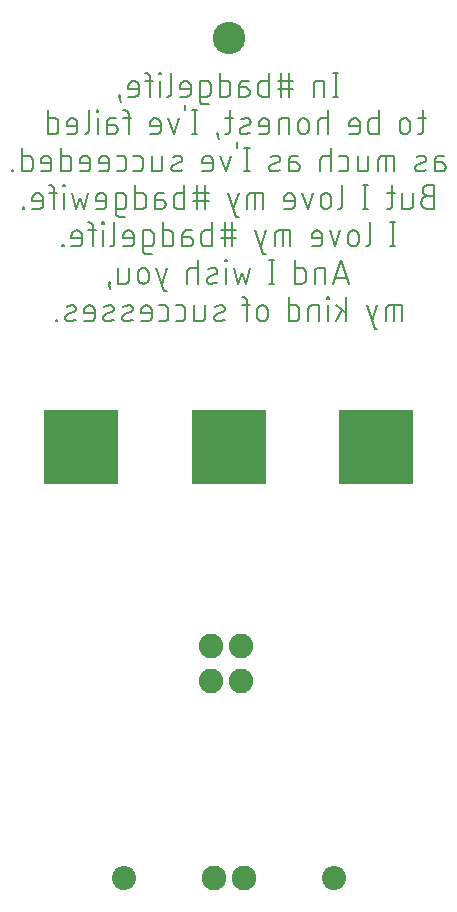
<source format=gbs>
G04 EAGLE Gerber X2 export*
G75*
%MOMM*%
%FSLAX34Y34*%
%LPD*%
%AMOC8*
5,1,8,0,0,1.08239X$1,22.5*%
G01*
%ADD10C,0.177800*%
%ADD11C,2.743200*%
%ADD12C,2.082800*%
%ADD13C,2.047813*%
%ADD14C,2.094537*%
%ADD15R,6.273200X6.273200*%


D10*
X344596Y719734D02*
X344596Y699668D01*
X342367Y699668D02*
X346826Y699668D01*
X346826Y719734D02*
X342367Y719734D01*
X334843Y713046D02*
X334843Y699668D01*
X334843Y713046D02*
X329269Y713046D01*
X329269Y713045D02*
X329155Y713043D01*
X329041Y713037D01*
X328927Y713027D01*
X328814Y713014D01*
X328701Y712996D01*
X328589Y712975D01*
X328477Y712950D01*
X328367Y712921D01*
X328257Y712888D01*
X328149Y712852D01*
X328042Y712812D01*
X327937Y712768D01*
X327833Y712721D01*
X327731Y712670D01*
X327630Y712616D01*
X327532Y712558D01*
X327435Y712497D01*
X327341Y712433D01*
X327248Y712366D01*
X327159Y712295D01*
X327071Y712221D01*
X326987Y712145D01*
X326904Y712066D01*
X326825Y711983D01*
X326749Y711899D01*
X326675Y711811D01*
X326605Y711722D01*
X326537Y711629D01*
X326473Y711535D01*
X326412Y711439D01*
X326354Y711340D01*
X326300Y711239D01*
X326249Y711137D01*
X326202Y711033D01*
X326158Y710928D01*
X326118Y710821D01*
X326082Y710713D01*
X326049Y710603D01*
X326020Y710493D01*
X325995Y710381D01*
X325974Y710269D01*
X325956Y710156D01*
X325943Y710043D01*
X325933Y709929D01*
X325927Y709815D01*
X325925Y709701D01*
X325924Y709701D02*
X325924Y699668D01*
X308647Y706357D02*
X295269Y706357D01*
X295269Y713046D02*
X308647Y713046D01*
X305302Y719734D02*
X305302Y699668D01*
X298614Y699668D02*
X298614Y719734D01*
X287814Y719734D02*
X287814Y699668D01*
X282240Y699668D01*
X282240Y699669D02*
X282126Y699671D01*
X282012Y699677D01*
X281898Y699687D01*
X281785Y699700D01*
X281672Y699718D01*
X281560Y699739D01*
X281448Y699764D01*
X281338Y699793D01*
X281228Y699826D01*
X281120Y699862D01*
X281013Y699902D01*
X280908Y699946D01*
X280804Y699993D01*
X280702Y700044D01*
X280601Y700098D01*
X280503Y700156D01*
X280406Y700217D01*
X280312Y700281D01*
X280219Y700348D01*
X280130Y700419D01*
X280042Y700493D01*
X279958Y700569D01*
X279875Y700648D01*
X279796Y700731D01*
X279720Y700815D01*
X279646Y700903D01*
X279576Y700992D01*
X279508Y701085D01*
X279444Y701179D01*
X279383Y701275D01*
X279325Y701374D01*
X279271Y701475D01*
X279220Y701577D01*
X279173Y701681D01*
X279129Y701786D01*
X279089Y701893D01*
X279053Y702001D01*
X279020Y702111D01*
X278991Y702221D01*
X278966Y702333D01*
X278945Y702445D01*
X278927Y702558D01*
X278914Y702671D01*
X278904Y702785D01*
X278898Y702899D01*
X278896Y703013D01*
X278896Y709701D01*
X278898Y709815D01*
X278904Y709929D01*
X278914Y710043D01*
X278927Y710156D01*
X278945Y710269D01*
X278966Y710381D01*
X278991Y710493D01*
X279020Y710603D01*
X279053Y710713D01*
X279089Y710821D01*
X279129Y710928D01*
X279173Y711033D01*
X279220Y711137D01*
X279271Y711239D01*
X279325Y711340D01*
X279383Y711438D01*
X279444Y711535D01*
X279508Y711629D01*
X279575Y711722D01*
X279646Y711811D01*
X279720Y711899D01*
X279796Y711983D01*
X279875Y712066D01*
X279958Y712145D01*
X280042Y712221D01*
X280130Y712295D01*
X280219Y712366D01*
X280312Y712433D01*
X280406Y712497D01*
X280503Y712558D01*
X280601Y712616D01*
X280702Y712670D01*
X280804Y712721D01*
X280908Y712768D01*
X281013Y712812D01*
X281120Y712852D01*
X281228Y712888D01*
X281338Y712921D01*
X281448Y712950D01*
X281560Y712975D01*
X281672Y712996D01*
X281785Y713014D01*
X281898Y713027D01*
X282012Y713037D01*
X282126Y713043D01*
X282240Y713045D01*
X282240Y713046D02*
X287814Y713046D01*
X267975Y707472D02*
X262959Y707472D01*
X267975Y707472D02*
X268099Y707470D01*
X268222Y707464D01*
X268346Y707454D01*
X268469Y707441D01*
X268592Y707423D01*
X268713Y707401D01*
X268835Y707376D01*
X268955Y707347D01*
X269074Y707314D01*
X269193Y707277D01*
X269310Y707237D01*
X269425Y707192D01*
X269539Y707145D01*
X269652Y707093D01*
X269763Y707038D01*
X269872Y706980D01*
X269979Y706918D01*
X270085Y706853D01*
X270188Y706784D01*
X270289Y706712D01*
X270387Y706637D01*
X270483Y706559D01*
X270577Y706478D01*
X270668Y706394D01*
X270756Y706307D01*
X270841Y706218D01*
X270924Y706125D01*
X271004Y706030D01*
X271080Y705933D01*
X271153Y705833D01*
X271224Y705731D01*
X271291Y705627D01*
X271354Y705521D01*
X271414Y705413D01*
X271471Y705303D01*
X271524Y705191D01*
X271574Y705078D01*
X271620Y704963D01*
X271662Y704846D01*
X271701Y704729D01*
X271736Y704610D01*
X271767Y704490D01*
X271794Y704369D01*
X271818Y704248D01*
X271837Y704125D01*
X271853Y704002D01*
X271865Y703879D01*
X271873Y703756D01*
X271877Y703632D01*
X271877Y703508D01*
X271873Y703384D01*
X271865Y703261D01*
X271853Y703138D01*
X271837Y703015D01*
X271818Y702892D01*
X271794Y702771D01*
X271767Y702650D01*
X271736Y702530D01*
X271701Y702411D01*
X271662Y702294D01*
X271620Y702177D01*
X271574Y702062D01*
X271524Y701949D01*
X271471Y701837D01*
X271414Y701727D01*
X271354Y701619D01*
X271291Y701513D01*
X271224Y701409D01*
X271153Y701307D01*
X271080Y701207D01*
X271004Y701110D01*
X270924Y701015D01*
X270841Y700922D01*
X270756Y700833D01*
X270668Y700746D01*
X270577Y700662D01*
X270483Y700581D01*
X270387Y700503D01*
X270289Y700428D01*
X270188Y700356D01*
X270085Y700287D01*
X269979Y700222D01*
X269872Y700160D01*
X269763Y700102D01*
X269652Y700047D01*
X269539Y699995D01*
X269425Y699948D01*
X269310Y699903D01*
X269193Y699863D01*
X269074Y699826D01*
X268955Y699793D01*
X268835Y699764D01*
X268713Y699739D01*
X268592Y699717D01*
X268469Y699699D01*
X268346Y699686D01*
X268222Y699676D01*
X268099Y699670D01*
X267975Y699668D01*
X262959Y699668D01*
X262959Y709701D01*
X262961Y709815D01*
X262967Y709929D01*
X262977Y710043D01*
X262990Y710156D01*
X263008Y710269D01*
X263029Y710381D01*
X263054Y710493D01*
X263083Y710603D01*
X263116Y710713D01*
X263152Y710821D01*
X263192Y710928D01*
X263236Y711033D01*
X263283Y711137D01*
X263334Y711239D01*
X263388Y711340D01*
X263446Y711438D01*
X263507Y711535D01*
X263571Y711629D01*
X263638Y711722D01*
X263709Y711811D01*
X263783Y711899D01*
X263859Y711983D01*
X263938Y712066D01*
X264021Y712145D01*
X264105Y712221D01*
X264193Y712295D01*
X264282Y712366D01*
X264375Y712433D01*
X264469Y712497D01*
X264566Y712558D01*
X264664Y712616D01*
X264765Y712670D01*
X264867Y712721D01*
X264971Y712768D01*
X265076Y712812D01*
X265183Y712852D01*
X265291Y712888D01*
X265401Y712921D01*
X265511Y712950D01*
X265623Y712975D01*
X265735Y712996D01*
X265848Y713014D01*
X265961Y713027D01*
X266075Y713037D01*
X266189Y713043D01*
X266303Y713045D01*
X266303Y713046D02*
X270762Y713046D01*
X246274Y719734D02*
X246274Y699668D01*
X251848Y699668D01*
X251848Y699669D02*
X251962Y699671D01*
X252076Y699677D01*
X252190Y699687D01*
X252303Y699700D01*
X252416Y699718D01*
X252528Y699739D01*
X252640Y699764D01*
X252750Y699793D01*
X252860Y699826D01*
X252968Y699862D01*
X253075Y699902D01*
X253180Y699946D01*
X253284Y699993D01*
X253386Y700044D01*
X253487Y700098D01*
X253585Y700156D01*
X253682Y700217D01*
X253776Y700281D01*
X253869Y700348D01*
X253958Y700419D01*
X254046Y700493D01*
X254130Y700569D01*
X254213Y700648D01*
X254292Y700731D01*
X254368Y700815D01*
X254442Y700903D01*
X254513Y700992D01*
X254580Y701085D01*
X254644Y701179D01*
X254705Y701276D01*
X254763Y701374D01*
X254817Y701475D01*
X254868Y701577D01*
X254915Y701681D01*
X254959Y701786D01*
X254999Y701893D01*
X255035Y702001D01*
X255068Y702111D01*
X255097Y702221D01*
X255122Y702333D01*
X255143Y702445D01*
X255161Y702558D01*
X255174Y702671D01*
X255184Y702785D01*
X255190Y702899D01*
X255192Y703013D01*
X255193Y703013D02*
X255193Y709701D01*
X255192Y709701D02*
X255190Y709815D01*
X255184Y709929D01*
X255174Y710043D01*
X255161Y710156D01*
X255143Y710269D01*
X255122Y710381D01*
X255097Y710493D01*
X255068Y710603D01*
X255035Y710713D01*
X254999Y710821D01*
X254959Y710928D01*
X254915Y711033D01*
X254868Y711137D01*
X254817Y711239D01*
X254763Y711340D01*
X254705Y711438D01*
X254644Y711535D01*
X254580Y711629D01*
X254513Y711722D01*
X254442Y711811D01*
X254368Y711899D01*
X254292Y711983D01*
X254213Y712066D01*
X254130Y712145D01*
X254046Y712221D01*
X253958Y712295D01*
X253869Y712366D01*
X253776Y712433D01*
X253682Y712497D01*
X253585Y712558D01*
X253487Y712616D01*
X253386Y712670D01*
X253284Y712721D01*
X253180Y712768D01*
X253075Y712812D01*
X252968Y712852D01*
X252860Y712888D01*
X252750Y712921D01*
X252640Y712950D01*
X252528Y712975D01*
X252416Y712996D01*
X252303Y713014D01*
X252190Y713027D01*
X252076Y713037D01*
X251962Y713043D01*
X251848Y713045D01*
X251848Y713046D02*
X246274Y713046D01*
X235164Y699668D02*
X229590Y699668D01*
X235164Y699669D02*
X235278Y699671D01*
X235392Y699677D01*
X235506Y699687D01*
X235619Y699700D01*
X235732Y699718D01*
X235844Y699739D01*
X235956Y699764D01*
X236066Y699793D01*
X236176Y699826D01*
X236284Y699862D01*
X236391Y699902D01*
X236496Y699946D01*
X236600Y699993D01*
X236702Y700044D01*
X236803Y700098D01*
X236901Y700156D01*
X236998Y700217D01*
X237092Y700281D01*
X237185Y700348D01*
X237274Y700419D01*
X237362Y700493D01*
X237446Y700569D01*
X237529Y700648D01*
X237608Y700731D01*
X237684Y700815D01*
X237758Y700903D01*
X237829Y700992D01*
X237896Y701085D01*
X237960Y701179D01*
X238021Y701276D01*
X238079Y701374D01*
X238133Y701475D01*
X238184Y701577D01*
X238231Y701681D01*
X238275Y701786D01*
X238315Y701893D01*
X238351Y702001D01*
X238384Y702111D01*
X238413Y702221D01*
X238438Y702333D01*
X238459Y702445D01*
X238477Y702558D01*
X238490Y702671D01*
X238500Y702785D01*
X238506Y702899D01*
X238508Y703013D01*
X238508Y709701D01*
X238506Y709815D01*
X238500Y709929D01*
X238490Y710043D01*
X238477Y710156D01*
X238459Y710269D01*
X238438Y710381D01*
X238413Y710493D01*
X238384Y710603D01*
X238351Y710713D01*
X238315Y710821D01*
X238275Y710928D01*
X238231Y711033D01*
X238184Y711137D01*
X238133Y711239D01*
X238079Y711340D01*
X238021Y711438D01*
X237960Y711535D01*
X237896Y711629D01*
X237829Y711722D01*
X237758Y711811D01*
X237684Y711899D01*
X237608Y711983D01*
X237529Y712066D01*
X237446Y712145D01*
X237362Y712221D01*
X237274Y712295D01*
X237185Y712366D01*
X237092Y712433D01*
X236998Y712497D01*
X236901Y712558D01*
X236803Y712616D01*
X236702Y712670D01*
X236600Y712721D01*
X236496Y712768D01*
X236391Y712812D01*
X236284Y712852D01*
X236176Y712888D01*
X236066Y712921D01*
X235956Y712950D01*
X235844Y712975D01*
X235732Y712996D01*
X235619Y713014D01*
X235506Y713027D01*
X235392Y713037D01*
X235278Y713043D01*
X235164Y713045D01*
X235164Y713046D02*
X229590Y713046D01*
X229590Y696324D01*
X229592Y696210D01*
X229598Y696096D01*
X229608Y695982D01*
X229621Y695869D01*
X229639Y695756D01*
X229660Y695644D01*
X229685Y695532D01*
X229714Y695422D01*
X229747Y695312D01*
X229783Y695204D01*
X229823Y695097D01*
X229867Y694992D01*
X229914Y694888D01*
X229965Y694786D01*
X230019Y694685D01*
X230077Y694587D01*
X230138Y694490D01*
X230202Y694396D01*
X230269Y694303D01*
X230340Y694214D01*
X230414Y694126D01*
X230490Y694042D01*
X230569Y693959D01*
X230652Y693880D01*
X230736Y693804D01*
X230824Y693730D01*
X230913Y693659D01*
X231006Y693592D01*
X231100Y693528D01*
X231197Y693467D01*
X231295Y693409D01*
X231396Y693355D01*
X231498Y693304D01*
X231602Y693257D01*
X231707Y693213D01*
X231814Y693173D01*
X231922Y693137D01*
X232032Y693104D01*
X232142Y693075D01*
X232254Y693050D01*
X232366Y693029D01*
X232479Y693011D01*
X232592Y692998D01*
X232706Y692988D01*
X232820Y692982D01*
X232934Y692980D01*
X237393Y692980D01*
X218414Y699668D02*
X212841Y699668D01*
X218414Y699669D02*
X218528Y699671D01*
X218642Y699677D01*
X218756Y699687D01*
X218869Y699700D01*
X218982Y699718D01*
X219094Y699739D01*
X219206Y699764D01*
X219316Y699793D01*
X219426Y699826D01*
X219534Y699862D01*
X219641Y699902D01*
X219746Y699946D01*
X219850Y699993D01*
X219952Y700044D01*
X220053Y700098D01*
X220151Y700156D01*
X220248Y700217D01*
X220342Y700281D01*
X220435Y700348D01*
X220524Y700419D01*
X220612Y700493D01*
X220696Y700569D01*
X220779Y700648D01*
X220858Y700731D01*
X220934Y700815D01*
X221008Y700903D01*
X221079Y700992D01*
X221146Y701085D01*
X221210Y701179D01*
X221271Y701276D01*
X221329Y701374D01*
X221383Y701475D01*
X221434Y701577D01*
X221481Y701681D01*
X221525Y701786D01*
X221565Y701893D01*
X221601Y702001D01*
X221634Y702111D01*
X221663Y702221D01*
X221688Y702333D01*
X221709Y702445D01*
X221727Y702558D01*
X221740Y702671D01*
X221750Y702785D01*
X221756Y702899D01*
X221758Y703013D01*
X221759Y703013D02*
X221759Y708587D01*
X221757Y708719D01*
X221751Y708851D01*
X221741Y708983D01*
X221728Y709114D01*
X221710Y709245D01*
X221689Y709376D01*
X221663Y709505D01*
X221634Y709634D01*
X221601Y709762D01*
X221565Y709889D01*
X221524Y710015D01*
X221480Y710140D01*
X221432Y710263D01*
X221381Y710385D01*
X221326Y710505D01*
X221267Y710623D01*
X221205Y710740D01*
X221139Y710855D01*
X221071Y710967D01*
X220998Y711078D01*
X220923Y711187D01*
X220844Y711293D01*
X220763Y711397D01*
X220678Y711498D01*
X220590Y711597D01*
X220499Y711693D01*
X220406Y711786D01*
X220310Y711877D01*
X220211Y711965D01*
X220110Y712050D01*
X220006Y712131D01*
X219900Y712210D01*
X219791Y712285D01*
X219680Y712358D01*
X219568Y712426D01*
X219453Y712492D01*
X219336Y712554D01*
X219218Y712613D01*
X219098Y712668D01*
X218976Y712719D01*
X218853Y712767D01*
X218728Y712811D01*
X218602Y712852D01*
X218475Y712888D01*
X218347Y712921D01*
X218218Y712950D01*
X218089Y712976D01*
X217958Y712997D01*
X217827Y713015D01*
X217696Y713028D01*
X217564Y713038D01*
X217432Y713044D01*
X217300Y713046D01*
X217168Y713044D01*
X217036Y713038D01*
X216904Y713028D01*
X216773Y713015D01*
X216642Y712997D01*
X216511Y712976D01*
X216382Y712950D01*
X216253Y712921D01*
X216125Y712888D01*
X215998Y712852D01*
X215872Y712811D01*
X215747Y712767D01*
X215624Y712719D01*
X215502Y712668D01*
X215382Y712613D01*
X215264Y712554D01*
X215147Y712492D01*
X215032Y712426D01*
X214920Y712358D01*
X214809Y712285D01*
X214700Y712210D01*
X214594Y712131D01*
X214490Y712050D01*
X214389Y711965D01*
X214290Y711877D01*
X214194Y711786D01*
X214101Y711693D01*
X214010Y711597D01*
X213922Y711498D01*
X213837Y711397D01*
X213756Y711293D01*
X213677Y711187D01*
X213602Y711078D01*
X213529Y710967D01*
X213461Y710855D01*
X213395Y710740D01*
X213333Y710623D01*
X213274Y710505D01*
X213219Y710385D01*
X213168Y710263D01*
X213120Y710140D01*
X213076Y710015D01*
X213035Y709889D01*
X212999Y709762D01*
X212966Y709634D01*
X212937Y709505D01*
X212911Y709376D01*
X212890Y709245D01*
X212872Y709114D01*
X212859Y708983D01*
X212849Y708851D01*
X212843Y708719D01*
X212841Y708587D01*
X212841Y706357D01*
X221759Y706357D01*
X205321Y703013D02*
X205321Y719734D01*
X205321Y703013D02*
X205319Y702899D01*
X205313Y702785D01*
X205303Y702671D01*
X205290Y702558D01*
X205272Y702445D01*
X205251Y702333D01*
X205226Y702221D01*
X205197Y702111D01*
X205164Y702001D01*
X205128Y701893D01*
X205088Y701786D01*
X205044Y701681D01*
X204997Y701577D01*
X204946Y701475D01*
X204892Y701374D01*
X204834Y701276D01*
X204773Y701179D01*
X204709Y701085D01*
X204642Y700992D01*
X204571Y700903D01*
X204497Y700815D01*
X204421Y700731D01*
X204342Y700648D01*
X204259Y700569D01*
X204175Y700493D01*
X204087Y700419D01*
X203998Y700348D01*
X203905Y700281D01*
X203811Y700217D01*
X203714Y700156D01*
X203616Y700098D01*
X203515Y700044D01*
X203413Y699993D01*
X203309Y699946D01*
X203204Y699902D01*
X203097Y699862D01*
X202989Y699826D01*
X202879Y699793D01*
X202769Y699764D01*
X202657Y699739D01*
X202545Y699718D01*
X202432Y699700D01*
X202319Y699687D01*
X202205Y699677D01*
X202091Y699671D01*
X201977Y699669D01*
X195672Y699668D02*
X195672Y713046D01*
X196229Y718620D02*
X196229Y719734D01*
X195114Y719734D01*
X195114Y718620D01*
X196229Y718620D01*
X187269Y716390D02*
X187269Y699668D01*
X187269Y716390D02*
X187267Y716504D01*
X187261Y716618D01*
X187251Y716732D01*
X187238Y716845D01*
X187220Y716958D01*
X187199Y717070D01*
X187174Y717182D01*
X187145Y717292D01*
X187112Y717402D01*
X187076Y717510D01*
X187036Y717617D01*
X186992Y717722D01*
X186945Y717826D01*
X186894Y717928D01*
X186840Y718029D01*
X186782Y718127D01*
X186721Y718224D01*
X186657Y718318D01*
X186590Y718411D01*
X186519Y718500D01*
X186445Y718588D01*
X186369Y718672D01*
X186290Y718755D01*
X186207Y718834D01*
X186123Y718910D01*
X186035Y718984D01*
X185946Y719055D01*
X185853Y719122D01*
X185759Y719186D01*
X185662Y719247D01*
X185564Y719305D01*
X185463Y719359D01*
X185361Y719410D01*
X185257Y719457D01*
X185152Y719501D01*
X185045Y719541D01*
X184937Y719577D01*
X184827Y719610D01*
X184717Y719639D01*
X184605Y719664D01*
X184493Y719685D01*
X184380Y719703D01*
X184267Y719716D01*
X184153Y719726D01*
X184039Y719732D01*
X183925Y719734D01*
X182810Y719734D01*
X182810Y713046D02*
X189499Y713046D01*
X174540Y699668D02*
X168967Y699668D01*
X174540Y699669D02*
X174654Y699671D01*
X174768Y699677D01*
X174882Y699687D01*
X174995Y699700D01*
X175108Y699718D01*
X175220Y699739D01*
X175332Y699764D01*
X175442Y699793D01*
X175552Y699826D01*
X175660Y699862D01*
X175767Y699902D01*
X175872Y699946D01*
X175976Y699993D01*
X176078Y700044D01*
X176179Y700098D01*
X176277Y700156D01*
X176374Y700217D01*
X176468Y700281D01*
X176561Y700348D01*
X176650Y700419D01*
X176738Y700493D01*
X176822Y700569D01*
X176905Y700648D01*
X176984Y700731D01*
X177060Y700815D01*
X177134Y700903D01*
X177205Y700992D01*
X177272Y701085D01*
X177336Y701179D01*
X177397Y701276D01*
X177455Y701374D01*
X177509Y701475D01*
X177560Y701577D01*
X177607Y701681D01*
X177651Y701786D01*
X177691Y701893D01*
X177727Y702001D01*
X177760Y702111D01*
X177789Y702221D01*
X177814Y702333D01*
X177835Y702445D01*
X177853Y702558D01*
X177866Y702671D01*
X177876Y702785D01*
X177882Y702899D01*
X177884Y703013D01*
X177885Y703013D02*
X177885Y708587D01*
X177883Y708719D01*
X177877Y708851D01*
X177867Y708983D01*
X177854Y709114D01*
X177836Y709245D01*
X177815Y709376D01*
X177789Y709505D01*
X177760Y709634D01*
X177727Y709762D01*
X177691Y709889D01*
X177650Y710015D01*
X177606Y710140D01*
X177558Y710263D01*
X177507Y710385D01*
X177452Y710505D01*
X177393Y710623D01*
X177331Y710740D01*
X177265Y710855D01*
X177197Y710967D01*
X177124Y711078D01*
X177049Y711187D01*
X176970Y711293D01*
X176889Y711397D01*
X176804Y711498D01*
X176716Y711597D01*
X176625Y711693D01*
X176532Y711786D01*
X176436Y711877D01*
X176337Y711965D01*
X176236Y712050D01*
X176132Y712131D01*
X176026Y712210D01*
X175917Y712285D01*
X175806Y712358D01*
X175694Y712426D01*
X175579Y712492D01*
X175462Y712554D01*
X175344Y712613D01*
X175224Y712668D01*
X175102Y712719D01*
X174979Y712767D01*
X174854Y712811D01*
X174728Y712852D01*
X174601Y712888D01*
X174473Y712921D01*
X174344Y712950D01*
X174215Y712976D01*
X174084Y712997D01*
X173953Y713015D01*
X173822Y713028D01*
X173690Y713038D01*
X173558Y713044D01*
X173426Y713046D01*
X173294Y713044D01*
X173162Y713038D01*
X173030Y713028D01*
X172899Y713015D01*
X172768Y712997D01*
X172637Y712976D01*
X172508Y712950D01*
X172379Y712921D01*
X172251Y712888D01*
X172124Y712852D01*
X171998Y712811D01*
X171873Y712767D01*
X171750Y712719D01*
X171628Y712668D01*
X171508Y712613D01*
X171390Y712554D01*
X171273Y712492D01*
X171158Y712426D01*
X171046Y712358D01*
X170935Y712285D01*
X170826Y712210D01*
X170720Y712131D01*
X170616Y712050D01*
X170515Y711965D01*
X170416Y711877D01*
X170320Y711786D01*
X170227Y711693D01*
X170136Y711597D01*
X170048Y711498D01*
X169963Y711397D01*
X169882Y711293D01*
X169803Y711187D01*
X169728Y711078D01*
X169655Y710967D01*
X169587Y710855D01*
X169521Y710740D01*
X169459Y710623D01*
X169400Y710505D01*
X169345Y710385D01*
X169294Y710263D01*
X169246Y710140D01*
X169202Y710015D01*
X169161Y709889D01*
X169125Y709762D01*
X169092Y709634D01*
X169063Y709505D01*
X169037Y709376D01*
X169016Y709245D01*
X168998Y709114D01*
X168985Y708983D01*
X168975Y708851D01*
X168969Y708719D01*
X168967Y708587D01*
X168967Y706357D01*
X177885Y706357D01*
X162289Y699668D02*
X161174Y699668D01*
X162289Y699668D02*
X162289Y700783D01*
X161174Y700783D01*
X161174Y699668D01*
X162846Y695209D01*
X414094Y681372D02*
X420782Y681372D01*
X418553Y688061D02*
X418553Y671339D01*
X418551Y671225D01*
X418545Y671111D01*
X418535Y670997D01*
X418522Y670884D01*
X418504Y670771D01*
X418483Y670659D01*
X418458Y670547D01*
X418429Y670437D01*
X418396Y670327D01*
X418360Y670219D01*
X418320Y670112D01*
X418276Y670007D01*
X418229Y669903D01*
X418178Y669801D01*
X418124Y669700D01*
X418066Y669602D01*
X418005Y669505D01*
X417941Y669411D01*
X417874Y669318D01*
X417803Y669229D01*
X417729Y669141D01*
X417653Y669057D01*
X417574Y668974D01*
X417491Y668895D01*
X417407Y668819D01*
X417319Y668745D01*
X417230Y668674D01*
X417137Y668607D01*
X417043Y668543D01*
X416946Y668482D01*
X416848Y668424D01*
X416747Y668370D01*
X416645Y668319D01*
X416541Y668272D01*
X416436Y668228D01*
X416329Y668188D01*
X416221Y668152D01*
X416111Y668119D01*
X416001Y668090D01*
X415889Y668065D01*
X415777Y668044D01*
X415664Y668026D01*
X415551Y668013D01*
X415437Y668003D01*
X415323Y667997D01*
X415209Y667995D01*
X414094Y667995D01*
X407580Y672454D02*
X407580Y676913D01*
X407579Y676913D02*
X407577Y677045D01*
X407571Y677177D01*
X407561Y677309D01*
X407548Y677440D01*
X407530Y677571D01*
X407509Y677702D01*
X407483Y677831D01*
X407454Y677960D01*
X407421Y678088D01*
X407385Y678215D01*
X407344Y678341D01*
X407300Y678466D01*
X407252Y678589D01*
X407201Y678711D01*
X407146Y678831D01*
X407087Y678949D01*
X407025Y679066D01*
X406959Y679181D01*
X406891Y679293D01*
X406818Y679404D01*
X406743Y679513D01*
X406664Y679619D01*
X406583Y679723D01*
X406498Y679824D01*
X406410Y679923D01*
X406319Y680019D01*
X406226Y680112D01*
X406130Y680203D01*
X406031Y680291D01*
X405930Y680376D01*
X405826Y680457D01*
X405720Y680536D01*
X405611Y680611D01*
X405500Y680684D01*
X405388Y680752D01*
X405273Y680818D01*
X405156Y680880D01*
X405038Y680939D01*
X404918Y680994D01*
X404796Y681045D01*
X404673Y681093D01*
X404548Y681137D01*
X404422Y681178D01*
X404295Y681214D01*
X404167Y681247D01*
X404038Y681276D01*
X403909Y681302D01*
X403778Y681323D01*
X403647Y681341D01*
X403516Y681354D01*
X403384Y681364D01*
X403252Y681370D01*
X403120Y681372D01*
X402988Y681370D01*
X402856Y681364D01*
X402724Y681354D01*
X402593Y681341D01*
X402462Y681323D01*
X402331Y681302D01*
X402202Y681276D01*
X402073Y681247D01*
X401945Y681214D01*
X401818Y681178D01*
X401692Y681137D01*
X401567Y681093D01*
X401444Y681045D01*
X401322Y680994D01*
X401202Y680939D01*
X401084Y680880D01*
X400967Y680818D01*
X400852Y680752D01*
X400740Y680684D01*
X400629Y680611D01*
X400520Y680536D01*
X400414Y680457D01*
X400310Y680376D01*
X400209Y680291D01*
X400110Y680203D01*
X400014Y680112D01*
X399921Y680019D01*
X399830Y679923D01*
X399742Y679824D01*
X399657Y679723D01*
X399576Y679619D01*
X399497Y679513D01*
X399422Y679404D01*
X399349Y679293D01*
X399281Y679181D01*
X399215Y679066D01*
X399153Y678949D01*
X399094Y678831D01*
X399039Y678711D01*
X398988Y678589D01*
X398940Y678466D01*
X398896Y678341D01*
X398855Y678215D01*
X398819Y678088D01*
X398786Y677960D01*
X398757Y677831D01*
X398731Y677702D01*
X398710Y677571D01*
X398692Y677440D01*
X398679Y677309D01*
X398669Y677177D01*
X398663Y677045D01*
X398661Y676913D01*
X398661Y672454D01*
X398663Y672322D01*
X398669Y672190D01*
X398679Y672058D01*
X398692Y671927D01*
X398710Y671796D01*
X398731Y671665D01*
X398757Y671536D01*
X398786Y671407D01*
X398819Y671279D01*
X398855Y671152D01*
X398896Y671026D01*
X398940Y670901D01*
X398988Y670778D01*
X399039Y670656D01*
X399094Y670536D01*
X399153Y670418D01*
X399215Y670301D01*
X399281Y670186D01*
X399349Y670074D01*
X399422Y669963D01*
X399497Y669854D01*
X399576Y669748D01*
X399657Y669644D01*
X399742Y669543D01*
X399830Y669444D01*
X399921Y669348D01*
X400014Y669255D01*
X400110Y669164D01*
X400209Y669076D01*
X400310Y668991D01*
X400414Y668910D01*
X400520Y668831D01*
X400629Y668756D01*
X400740Y668683D01*
X400852Y668615D01*
X400967Y668549D01*
X401084Y668487D01*
X401202Y668428D01*
X401322Y668373D01*
X401444Y668322D01*
X401567Y668274D01*
X401692Y668230D01*
X401818Y668189D01*
X401945Y668153D01*
X402073Y668120D01*
X402202Y668091D01*
X402331Y668065D01*
X402462Y668044D01*
X402593Y668026D01*
X402724Y668013D01*
X402856Y668003D01*
X402988Y667997D01*
X403120Y667995D01*
X403252Y667997D01*
X403384Y668003D01*
X403516Y668013D01*
X403647Y668026D01*
X403778Y668044D01*
X403909Y668065D01*
X404038Y668091D01*
X404167Y668120D01*
X404295Y668153D01*
X404422Y668189D01*
X404548Y668230D01*
X404673Y668274D01*
X404796Y668322D01*
X404918Y668373D01*
X405038Y668428D01*
X405156Y668487D01*
X405273Y668549D01*
X405388Y668615D01*
X405500Y668683D01*
X405611Y668756D01*
X405720Y668831D01*
X405826Y668910D01*
X405930Y668991D01*
X406031Y669076D01*
X406130Y669164D01*
X406226Y669255D01*
X406319Y669348D01*
X406410Y669444D01*
X406498Y669543D01*
X406583Y669644D01*
X406664Y669748D01*
X406743Y669854D01*
X406818Y669963D01*
X406891Y670074D01*
X406959Y670186D01*
X407025Y670301D01*
X407087Y670418D01*
X407146Y670536D01*
X407201Y670656D01*
X407252Y670778D01*
X407300Y670901D01*
X407344Y671026D01*
X407385Y671152D01*
X407421Y671279D01*
X407454Y671407D01*
X407483Y671536D01*
X407509Y671665D01*
X407530Y671796D01*
X407548Y671927D01*
X407561Y672058D01*
X407571Y672190D01*
X407577Y672322D01*
X407579Y672454D01*
X380943Y667995D02*
X380943Y688061D01*
X380943Y667995D02*
X375369Y667995D01*
X375255Y667997D01*
X375141Y668003D01*
X375027Y668013D01*
X374914Y668026D01*
X374801Y668044D01*
X374689Y668065D01*
X374577Y668090D01*
X374467Y668119D01*
X374357Y668152D01*
X374249Y668188D01*
X374142Y668228D01*
X374037Y668272D01*
X373933Y668319D01*
X373831Y668370D01*
X373730Y668424D01*
X373632Y668482D01*
X373535Y668543D01*
X373441Y668607D01*
X373348Y668674D01*
X373259Y668745D01*
X373171Y668819D01*
X373087Y668895D01*
X373004Y668974D01*
X372925Y669057D01*
X372849Y669141D01*
X372775Y669229D01*
X372705Y669318D01*
X372637Y669411D01*
X372573Y669505D01*
X372512Y669601D01*
X372454Y669700D01*
X372400Y669801D01*
X372349Y669903D01*
X372302Y670007D01*
X372258Y670112D01*
X372218Y670219D01*
X372182Y670327D01*
X372149Y670437D01*
X372120Y670547D01*
X372095Y670659D01*
X372074Y670771D01*
X372056Y670884D01*
X372043Y670997D01*
X372033Y671111D01*
X372027Y671225D01*
X372025Y671339D01*
X372025Y678028D01*
X372027Y678142D01*
X372033Y678256D01*
X372043Y678370D01*
X372056Y678483D01*
X372074Y678596D01*
X372095Y678708D01*
X372120Y678820D01*
X372149Y678930D01*
X372182Y679040D01*
X372218Y679148D01*
X372258Y679255D01*
X372302Y679360D01*
X372349Y679464D01*
X372400Y679566D01*
X372454Y679667D01*
X372512Y679765D01*
X372573Y679862D01*
X372637Y679956D01*
X372704Y680049D01*
X372775Y680138D01*
X372849Y680226D01*
X372925Y680310D01*
X373004Y680393D01*
X373087Y680472D01*
X373171Y680548D01*
X373259Y680622D01*
X373348Y680693D01*
X373441Y680760D01*
X373535Y680824D01*
X373632Y680885D01*
X373730Y680943D01*
X373831Y680997D01*
X373933Y681048D01*
X374037Y681095D01*
X374142Y681139D01*
X374249Y681179D01*
X374357Y681215D01*
X374467Y681248D01*
X374577Y681277D01*
X374689Y681302D01*
X374801Y681323D01*
X374914Y681341D01*
X375027Y681354D01*
X375141Y681364D01*
X375255Y681370D01*
X375369Y681372D01*
X380943Y681372D01*
X361597Y667995D02*
X356023Y667995D01*
X361597Y667995D02*
X361711Y667997D01*
X361825Y668003D01*
X361939Y668013D01*
X362052Y668026D01*
X362165Y668044D01*
X362277Y668065D01*
X362389Y668090D01*
X362499Y668119D01*
X362609Y668152D01*
X362717Y668188D01*
X362824Y668228D01*
X362929Y668272D01*
X363033Y668319D01*
X363135Y668370D01*
X363236Y668424D01*
X363334Y668482D01*
X363431Y668543D01*
X363525Y668607D01*
X363618Y668674D01*
X363707Y668745D01*
X363795Y668819D01*
X363879Y668895D01*
X363962Y668974D01*
X364041Y669057D01*
X364117Y669141D01*
X364191Y669229D01*
X364262Y669318D01*
X364329Y669411D01*
X364393Y669505D01*
X364454Y669602D01*
X364512Y669700D01*
X364566Y669801D01*
X364617Y669903D01*
X364664Y670007D01*
X364708Y670112D01*
X364748Y670219D01*
X364784Y670327D01*
X364817Y670437D01*
X364846Y670547D01*
X364871Y670659D01*
X364892Y670771D01*
X364910Y670884D01*
X364923Y670997D01*
X364933Y671111D01*
X364939Y671225D01*
X364941Y671339D01*
X364941Y676913D01*
X364939Y677045D01*
X364933Y677177D01*
X364923Y677309D01*
X364910Y677440D01*
X364892Y677571D01*
X364871Y677702D01*
X364845Y677831D01*
X364816Y677960D01*
X364783Y678088D01*
X364747Y678215D01*
X364706Y678341D01*
X364662Y678466D01*
X364614Y678589D01*
X364563Y678711D01*
X364508Y678831D01*
X364449Y678949D01*
X364387Y679066D01*
X364321Y679181D01*
X364253Y679293D01*
X364180Y679404D01*
X364105Y679513D01*
X364026Y679619D01*
X363945Y679723D01*
X363860Y679824D01*
X363772Y679923D01*
X363681Y680019D01*
X363588Y680112D01*
X363492Y680203D01*
X363393Y680291D01*
X363292Y680376D01*
X363188Y680457D01*
X363082Y680536D01*
X362973Y680611D01*
X362862Y680684D01*
X362750Y680752D01*
X362635Y680818D01*
X362518Y680880D01*
X362400Y680939D01*
X362280Y680994D01*
X362158Y681045D01*
X362035Y681093D01*
X361910Y681137D01*
X361784Y681178D01*
X361657Y681214D01*
X361529Y681247D01*
X361400Y681276D01*
X361271Y681302D01*
X361140Y681323D01*
X361009Y681341D01*
X360878Y681354D01*
X360746Y681364D01*
X360614Y681370D01*
X360482Y681372D01*
X360350Y681370D01*
X360218Y681364D01*
X360086Y681354D01*
X359955Y681341D01*
X359824Y681323D01*
X359693Y681302D01*
X359564Y681276D01*
X359435Y681247D01*
X359307Y681214D01*
X359180Y681178D01*
X359054Y681137D01*
X358929Y681093D01*
X358806Y681045D01*
X358684Y680994D01*
X358564Y680939D01*
X358446Y680880D01*
X358329Y680818D01*
X358214Y680752D01*
X358102Y680684D01*
X357991Y680611D01*
X357882Y680536D01*
X357776Y680457D01*
X357672Y680376D01*
X357571Y680291D01*
X357472Y680203D01*
X357376Y680112D01*
X357283Y680019D01*
X357192Y679923D01*
X357104Y679824D01*
X357019Y679723D01*
X356938Y679619D01*
X356859Y679513D01*
X356784Y679404D01*
X356711Y679293D01*
X356643Y679181D01*
X356577Y679066D01*
X356515Y678949D01*
X356456Y678831D01*
X356401Y678711D01*
X356350Y678589D01*
X356302Y678466D01*
X356258Y678341D01*
X356217Y678215D01*
X356181Y678088D01*
X356148Y677960D01*
X356119Y677831D01*
X356093Y677702D01*
X356072Y677571D01*
X356054Y677440D01*
X356041Y677309D01*
X356031Y677177D01*
X356025Y677045D01*
X356023Y676913D01*
X356023Y674683D01*
X364941Y674683D01*
X338370Y667995D02*
X338370Y688061D01*
X338370Y681372D02*
X332796Y681372D01*
X332682Y681370D01*
X332568Y681364D01*
X332454Y681354D01*
X332341Y681341D01*
X332228Y681323D01*
X332116Y681302D01*
X332004Y681277D01*
X331894Y681248D01*
X331784Y681215D01*
X331676Y681179D01*
X331569Y681139D01*
X331464Y681095D01*
X331360Y681048D01*
X331258Y680997D01*
X331157Y680943D01*
X331059Y680885D01*
X330962Y680824D01*
X330868Y680760D01*
X330775Y680693D01*
X330686Y680622D01*
X330598Y680548D01*
X330514Y680472D01*
X330431Y680393D01*
X330352Y680310D01*
X330276Y680226D01*
X330202Y680138D01*
X330132Y680049D01*
X330064Y679956D01*
X330000Y679862D01*
X329939Y679766D01*
X329881Y679667D01*
X329827Y679566D01*
X329776Y679464D01*
X329729Y679360D01*
X329685Y679255D01*
X329645Y679148D01*
X329609Y679040D01*
X329576Y678930D01*
X329547Y678820D01*
X329522Y678708D01*
X329501Y678596D01*
X329483Y678483D01*
X329470Y678370D01*
X329460Y678256D01*
X329454Y678142D01*
X329452Y678028D01*
X329452Y667995D01*
X321685Y672454D02*
X321685Y676913D01*
X321683Y677045D01*
X321677Y677177D01*
X321667Y677309D01*
X321654Y677440D01*
X321636Y677571D01*
X321615Y677702D01*
X321589Y677831D01*
X321560Y677960D01*
X321527Y678088D01*
X321491Y678215D01*
X321450Y678341D01*
X321406Y678466D01*
X321358Y678589D01*
X321307Y678711D01*
X321252Y678831D01*
X321193Y678949D01*
X321131Y679066D01*
X321065Y679181D01*
X320997Y679293D01*
X320924Y679404D01*
X320849Y679513D01*
X320770Y679619D01*
X320689Y679723D01*
X320604Y679824D01*
X320516Y679923D01*
X320425Y680019D01*
X320332Y680112D01*
X320236Y680203D01*
X320137Y680291D01*
X320036Y680376D01*
X319932Y680457D01*
X319826Y680536D01*
X319717Y680611D01*
X319606Y680684D01*
X319494Y680752D01*
X319379Y680818D01*
X319262Y680880D01*
X319144Y680939D01*
X319024Y680994D01*
X318902Y681045D01*
X318779Y681093D01*
X318654Y681137D01*
X318528Y681178D01*
X318401Y681214D01*
X318273Y681247D01*
X318144Y681276D01*
X318015Y681302D01*
X317884Y681323D01*
X317753Y681341D01*
X317622Y681354D01*
X317490Y681364D01*
X317358Y681370D01*
X317226Y681372D01*
X317094Y681370D01*
X316962Y681364D01*
X316830Y681354D01*
X316699Y681341D01*
X316568Y681323D01*
X316437Y681302D01*
X316308Y681276D01*
X316179Y681247D01*
X316051Y681214D01*
X315924Y681178D01*
X315798Y681137D01*
X315673Y681093D01*
X315550Y681045D01*
X315428Y680994D01*
X315308Y680939D01*
X315190Y680880D01*
X315073Y680818D01*
X314958Y680752D01*
X314846Y680684D01*
X314735Y680611D01*
X314626Y680536D01*
X314520Y680457D01*
X314416Y680376D01*
X314315Y680291D01*
X314216Y680203D01*
X314120Y680112D01*
X314027Y680019D01*
X313936Y679923D01*
X313848Y679824D01*
X313763Y679723D01*
X313682Y679619D01*
X313603Y679513D01*
X313528Y679404D01*
X313455Y679293D01*
X313387Y679181D01*
X313321Y679066D01*
X313259Y678949D01*
X313200Y678831D01*
X313145Y678711D01*
X313094Y678589D01*
X313046Y678466D01*
X313002Y678341D01*
X312961Y678215D01*
X312925Y678088D01*
X312892Y677960D01*
X312863Y677831D01*
X312837Y677702D01*
X312816Y677571D01*
X312798Y677440D01*
X312785Y677309D01*
X312775Y677177D01*
X312769Y677045D01*
X312767Y676913D01*
X312767Y672454D01*
X312769Y672322D01*
X312775Y672190D01*
X312785Y672058D01*
X312798Y671927D01*
X312816Y671796D01*
X312837Y671665D01*
X312863Y671536D01*
X312892Y671407D01*
X312925Y671279D01*
X312961Y671152D01*
X313002Y671026D01*
X313046Y670901D01*
X313094Y670778D01*
X313145Y670656D01*
X313200Y670536D01*
X313259Y670418D01*
X313321Y670301D01*
X313387Y670186D01*
X313455Y670074D01*
X313528Y669963D01*
X313603Y669854D01*
X313682Y669748D01*
X313763Y669644D01*
X313848Y669543D01*
X313936Y669444D01*
X314027Y669348D01*
X314120Y669255D01*
X314216Y669164D01*
X314315Y669076D01*
X314416Y668991D01*
X314520Y668910D01*
X314626Y668831D01*
X314735Y668756D01*
X314846Y668683D01*
X314958Y668615D01*
X315073Y668549D01*
X315190Y668487D01*
X315308Y668428D01*
X315428Y668373D01*
X315550Y668322D01*
X315673Y668274D01*
X315798Y668230D01*
X315924Y668189D01*
X316051Y668153D01*
X316179Y668120D01*
X316308Y668091D01*
X316437Y668065D01*
X316568Y668044D01*
X316699Y668026D01*
X316830Y668013D01*
X316962Y668003D01*
X317094Y667997D01*
X317226Y667995D01*
X317358Y667997D01*
X317490Y668003D01*
X317622Y668013D01*
X317753Y668026D01*
X317884Y668044D01*
X318015Y668065D01*
X318144Y668091D01*
X318273Y668120D01*
X318401Y668153D01*
X318528Y668189D01*
X318654Y668230D01*
X318779Y668274D01*
X318902Y668322D01*
X319024Y668373D01*
X319144Y668428D01*
X319262Y668487D01*
X319379Y668549D01*
X319494Y668615D01*
X319606Y668683D01*
X319717Y668756D01*
X319826Y668831D01*
X319932Y668910D01*
X320036Y668991D01*
X320137Y669076D01*
X320236Y669164D01*
X320332Y669255D01*
X320425Y669348D01*
X320516Y669444D01*
X320604Y669543D01*
X320689Y669644D01*
X320770Y669748D01*
X320849Y669854D01*
X320924Y669963D01*
X320997Y670074D01*
X321065Y670186D01*
X321131Y670301D01*
X321193Y670418D01*
X321252Y670536D01*
X321307Y670656D01*
X321358Y670778D01*
X321406Y670901D01*
X321450Y671026D01*
X321491Y671152D01*
X321527Y671279D01*
X321560Y671407D01*
X321589Y671536D01*
X321615Y671665D01*
X321636Y671796D01*
X321654Y671927D01*
X321667Y672058D01*
X321677Y672190D01*
X321683Y672322D01*
X321685Y672454D01*
X305001Y667995D02*
X305001Y681372D01*
X299427Y681372D01*
X299313Y681370D01*
X299199Y681364D01*
X299085Y681354D01*
X298972Y681341D01*
X298859Y681323D01*
X298747Y681302D01*
X298635Y681277D01*
X298525Y681248D01*
X298415Y681215D01*
X298307Y681179D01*
X298200Y681139D01*
X298095Y681095D01*
X297991Y681048D01*
X297889Y680997D01*
X297788Y680943D01*
X297690Y680885D01*
X297593Y680824D01*
X297499Y680760D01*
X297406Y680693D01*
X297317Y680622D01*
X297229Y680548D01*
X297145Y680472D01*
X297062Y680393D01*
X296983Y680310D01*
X296907Y680226D01*
X296833Y680138D01*
X296763Y680049D01*
X296695Y679956D01*
X296631Y679862D01*
X296570Y679766D01*
X296512Y679667D01*
X296458Y679566D01*
X296407Y679464D01*
X296360Y679360D01*
X296316Y679255D01*
X296276Y679148D01*
X296240Y679040D01*
X296207Y678930D01*
X296178Y678820D01*
X296153Y678708D01*
X296132Y678596D01*
X296114Y678483D01*
X296101Y678370D01*
X296091Y678256D01*
X296085Y678142D01*
X296083Y678028D01*
X296083Y667995D01*
X284972Y667995D02*
X279398Y667995D01*
X284972Y667995D02*
X285086Y667997D01*
X285200Y668003D01*
X285314Y668013D01*
X285427Y668026D01*
X285540Y668044D01*
X285652Y668065D01*
X285764Y668090D01*
X285874Y668119D01*
X285984Y668152D01*
X286092Y668188D01*
X286199Y668228D01*
X286304Y668272D01*
X286408Y668319D01*
X286510Y668370D01*
X286611Y668424D01*
X286709Y668482D01*
X286806Y668543D01*
X286900Y668607D01*
X286993Y668674D01*
X287082Y668745D01*
X287170Y668819D01*
X287254Y668895D01*
X287337Y668974D01*
X287416Y669057D01*
X287492Y669141D01*
X287566Y669229D01*
X287637Y669318D01*
X287704Y669411D01*
X287768Y669505D01*
X287829Y669602D01*
X287887Y669700D01*
X287941Y669801D01*
X287992Y669903D01*
X288039Y670007D01*
X288083Y670112D01*
X288123Y670219D01*
X288159Y670327D01*
X288192Y670437D01*
X288221Y670547D01*
X288246Y670659D01*
X288267Y670771D01*
X288285Y670884D01*
X288298Y670997D01*
X288308Y671111D01*
X288314Y671225D01*
X288316Y671339D01*
X288316Y676913D01*
X288314Y677045D01*
X288308Y677177D01*
X288298Y677309D01*
X288285Y677440D01*
X288267Y677571D01*
X288246Y677702D01*
X288220Y677831D01*
X288191Y677960D01*
X288158Y678088D01*
X288122Y678215D01*
X288081Y678341D01*
X288037Y678466D01*
X287989Y678589D01*
X287938Y678711D01*
X287883Y678831D01*
X287824Y678949D01*
X287762Y679066D01*
X287696Y679181D01*
X287628Y679293D01*
X287555Y679404D01*
X287480Y679513D01*
X287401Y679619D01*
X287320Y679723D01*
X287235Y679824D01*
X287147Y679923D01*
X287056Y680019D01*
X286963Y680112D01*
X286867Y680203D01*
X286768Y680291D01*
X286667Y680376D01*
X286563Y680457D01*
X286457Y680536D01*
X286348Y680611D01*
X286237Y680684D01*
X286125Y680752D01*
X286010Y680818D01*
X285893Y680880D01*
X285775Y680939D01*
X285655Y680994D01*
X285533Y681045D01*
X285410Y681093D01*
X285285Y681137D01*
X285159Y681178D01*
X285032Y681214D01*
X284904Y681247D01*
X284775Y681276D01*
X284646Y681302D01*
X284515Y681323D01*
X284384Y681341D01*
X284253Y681354D01*
X284121Y681364D01*
X283989Y681370D01*
X283857Y681372D01*
X283725Y681370D01*
X283593Y681364D01*
X283461Y681354D01*
X283330Y681341D01*
X283199Y681323D01*
X283068Y681302D01*
X282939Y681276D01*
X282810Y681247D01*
X282682Y681214D01*
X282555Y681178D01*
X282429Y681137D01*
X282304Y681093D01*
X282181Y681045D01*
X282059Y680994D01*
X281939Y680939D01*
X281821Y680880D01*
X281704Y680818D01*
X281589Y680752D01*
X281477Y680684D01*
X281366Y680611D01*
X281257Y680536D01*
X281151Y680457D01*
X281047Y680376D01*
X280946Y680291D01*
X280847Y680203D01*
X280751Y680112D01*
X280658Y680019D01*
X280567Y679923D01*
X280479Y679824D01*
X280394Y679723D01*
X280313Y679619D01*
X280234Y679513D01*
X280159Y679404D01*
X280086Y679293D01*
X280018Y679181D01*
X279952Y679066D01*
X279890Y678949D01*
X279831Y678831D01*
X279776Y678711D01*
X279725Y678589D01*
X279677Y678466D01*
X279633Y678341D01*
X279592Y678215D01*
X279556Y678088D01*
X279523Y677960D01*
X279494Y677831D01*
X279468Y677702D01*
X279447Y677571D01*
X279429Y677440D01*
X279416Y677309D01*
X279406Y677177D01*
X279400Y677045D01*
X279398Y676913D01*
X279398Y674683D01*
X288316Y674683D01*
X270578Y675798D02*
X265004Y673568D01*
X270577Y675799D02*
X270676Y675840D01*
X270773Y675885D01*
X270868Y675934D01*
X270961Y675986D01*
X271053Y676042D01*
X271142Y676101D01*
X271229Y676163D01*
X271313Y676229D01*
X271396Y676297D01*
X271475Y676369D01*
X271552Y676443D01*
X271626Y676520D01*
X271697Y676600D01*
X271765Y676682D01*
X271830Y676767D01*
X271892Y676854D01*
X271951Y676944D01*
X272006Y677035D01*
X272058Y677129D01*
X272106Y677224D01*
X272151Y677322D01*
X272192Y677420D01*
X272229Y677520D01*
X272263Y677622D01*
X272293Y677725D01*
X272319Y677828D01*
X272341Y677933D01*
X272360Y678038D01*
X272374Y678144D01*
X272385Y678251D01*
X272391Y678357D01*
X272394Y678464D01*
X272393Y678571D01*
X272387Y678678D01*
X272378Y678785D01*
X272365Y678891D01*
X272348Y678996D01*
X272327Y679101D01*
X272302Y679205D01*
X272273Y679308D01*
X272241Y679410D01*
X272205Y679511D01*
X272165Y679610D01*
X272121Y679708D01*
X272074Y679804D01*
X272023Y679898D01*
X271969Y679990D01*
X271912Y680080D01*
X271851Y680168D01*
X271787Y680254D01*
X271720Y680337D01*
X271650Y680418D01*
X271577Y680496D01*
X271501Y680571D01*
X271422Y680644D01*
X271341Y680713D01*
X271257Y680780D01*
X271171Y680843D01*
X271082Y680903D01*
X270992Y680960D01*
X270899Y681013D01*
X270805Y681063D01*
X270708Y681109D01*
X270610Y681152D01*
X270511Y681191D01*
X270410Y681226D01*
X270308Y681258D01*
X270204Y681286D01*
X270100Y681310D01*
X269995Y681330D01*
X269889Y681346D01*
X269783Y681358D01*
X269677Y681367D01*
X269570Y681371D01*
X269463Y681372D01*
X269159Y681364D01*
X268855Y681348D01*
X268551Y681326D01*
X268248Y681296D01*
X267946Y681259D01*
X267645Y681214D01*
X267345Y681163D01*
X267047Y681104D01*
X266749Y681038D01*
X266454Y680964D01*
X266160Y680884D01*
X265869Y680797D01*
X265579Y680703D01*
X265292Y680602D01*
X265008Y680493D01*
X264726Y680379D01*
X264447Y680257D01*
X265004Y673568D02*
X264905Y673527D01*
X264808Y673482D01*
X264713Y673433D01*
X264620Y673381D01*
X264528Y673325D01*
X264439Y673266D01*
X264352Y673204D01*
X264268Y673138D01*
X264185Y673070D01*
X264106Y672998D01*
X264029Y672924D01*
X263955Y672847D01*
X263884Y672767D01*
X263816Y672685D01*
X263751Y672600D01*
X263689Y672513D01*
X263630Y672423D01*
X263575Y672332D01*
X263523Y672238D01*
X263475Y672143D01*
X263430Y672045D01*
X263389Y671947D01*
X263352Y671847D01*
X263318Y671745D01*
X263288Y671642D01*
X263262Y671539D01*
X263240Y671434D01*
X263221Y671329D01*
X263207Y671223D01*
X263196Y671116D01*
X263190Y671010D01*
X263187Y670903D01*
X263188Y670796D01*
X263194Y670689D01*
X263203Y670582D01*
X263216Y670476D01*
X263233Y670371D01*
X263254Y670266D01*
X263279Y670162D01*
X263308Y670059D01*
X263340Y669957D01*
X263376Y669856D01*
X263416Y669757D01*
X263460Y669659D01*
X263507Y669563D01*
X263558Y669469D01*
X263612Y669377D01*
X263669Y669287D01*
X263730Y669199D01*
X263794Y669113D01*
X263861Y669030D01*
X263931Y668949D01*
X264004Y668871D01*
X264080Y668796D01*
X264159Y668723D01*
X264240Y668654D01*
X264324Y668587D01*
X264410Y668524D01*
X264499Y668464D01*
X264589Y668407D01*
X264682Y668354D01*
X264776Y668304D01*
X264873Y668258D01*
X264971Y668215D01*
X265070Y668176D01*
X265171Y668141D01*
X265273Y668109D01*
X265377Y668081D01*
X265481Y668057D01*
X265586Y668037D01*
X265692Y668021D01*
X265798Y668009D01*
X265904Y668000D01*
X266011Y667996D01*
X266118Y667995D01*
X266119Y667994D02*
X266566Y668006D01*
X267013Y668028D01*
X267459Y668061D01*
X267904Y668104D01*
X268348Y668158D01*
X268790Y668222D01*
X269231Y668297D01*
X269670Y668382D01*
X270107Y668478D01*
X270541Y668584D01*
X270973Y668700D01*
X271402Y668826D01*
X271828Y668962D01*
X272250Y669109D01*
X257645Y681372D02*
X250956Y681372D01*
X255416Y688061D02*
X255416Y671339D01*
X255415Y671339D02*
X255413Y671225D01*
X255407Y671111D01*
X255397Y670997D01*
X255384Y670884D01*
X255366Y670771D01*
X255345Y670659D01*
X255320Y670547D01*
X255291Y670437D01*
X255258Y670327D01*
X255222Y670219D01*
X255182Y670112D01*
X255138Y670007D01*
X255091Y669903D01*
X255040Y669801D01*
X254986Y669700D01*
X254928Y669602D01*
X254867Y669505D01*
X254803Y669411D01*
X254736Y669318D01*
X254665Y669229D01*
X254591Y669141D01*
X254515Y669057D01*
X254436Y668974D01*
X254353Y668895D01*
X254269Y668819D01*
X254181Y668745D01*
X254092Y668674D01*
X253999Y668607D01*
X253905Y668543D01*
X253808Y668482D01*
X253710Y668424D01*
X253609Y668370D01*
X253507Y668319D01*
X253403Y668272D01*
X253298Y668228D01*
X253191Y668188D01*
X253083Y668152D01*
X252973Y668119D01*
X252863Y668090D01*
X252751Y668065D01*
X252639Y668044D01*
X252526Y668026D01*
X252413Y668013D01*
X252299Y668003D01*
X252185Y667997D01*
X252071Y667995D01*
X250956Y667995D01*
X244913Y667995D02*
X243798Y667995D01*
X244913Y667995D02*
X244913Y669109D01*
X243798Y669109D01*
X243798Y667995D01*
X245471Y663535D01*
X225153Y667995D02*
X225153Y688061D01*
X227382Y667995D02*
X222923Y667995D01*
X222923Y688061D02*
X227382Y688061D01*
X217119Y688061D02*
X217119Y692520D01*
X211691Y681372D02*
X207232Y667995D01*
X202773Y681372D01*
X192898Y667995D02*
X187325Y667995D01*
X192898Y667995D02*
X193012Y667997D01*
X193126Y668003D01*
X193240Y668013D01*
X193353Y668026D01*
X193466Y668044D01*
X193578Y668065D01*
X193690Y668090D01*
X193800Y668119D01*
X193910Y668152D01*
X194018Y668188D01*
X194125Y668228D01*
X194230Y668272D01*
X194334Y668319D01*
X194436Y668370D01*
X194537Y668424D01*
X194635Y668482D01*
X194732Y668543D01*
X194826Y668607D01*
X194919Y668674D01*
X195008Y668745D01*
X195096Y668819D01*
X195180Y668895D01*
X195263Y668974D01*
X195342Y669057D01*
X195418Y669141D01*
X195492Y669229D01*
X195563Y669318D01*
X195630Y669411D01*
X195694Y669505D01*
X195755Y669602D01*
X195813Y669700D01*
X195867Y669801D01*
X195918Y669903D01*
X195965Y670007D01*
X196009Y670112D01*
X196049Y670219D01*
X196085Y670327D01*
X196118Y670437D01*
X196147Y670547D01*
X196172Y670659D01*
X196193Y670771D01*
X196211Y670884D01*
X196224Y670997D01*
X196234Y671111D01*
X196240Y671225D01*
X196242Y671339D01*
X196243Y671339D02*
X196243Y676913D01*
X196241Y677045D01*
X196235Y677177D01*
X196225Y677309D01*
X196212Y677440D01*
X196194Y677571D01*
X196173Y677702D01*
X196147Y677831D01*
X196118Y677960D01*
X196085Y678088D01*
X196049Y678215D01*
X196008Y678341D01*
X195964Y678466D01*
X195916Y678589D01*
X195865Y678711D01*
X195810Y678831D01*
X195751Y678949D01*
X195689Y679066D01*
X195623Y679181D01*
X195555Y679293D01*
X195482Y679404D01*
X195407Y679513D01*
X195328Y679619D01*
X195247Y679723D01*
X195162Y679824D01*
X195074Y679923D01*
X194983Y680019D01*
X194890Y680112D01*
X194794Y680203D01*
X194695Y680291D01*
X194594Y680376D01*
X194490Y680457D01*
X194384Y680536D01*
X194275Y680611D01*
X194164Y680684D01*
X194052Y680752D01*
X193937Y680818D01*
X193820Y680880D01*
X193702Y680939D01*
X193582Y680994D01*
X193460Y681045D01*
X193337Y681093D01*
X193212Y681137D01*
X193086Y681178D01*
X192959Y681214D01*
X192831Y681247D01*
X192702Y681276D01*
X192573Y681302D01*
X192442Y681323D01*
X192311Y681341D01*
X192180Y681354D01*
X192048Y681364D01*
X191916Y681370D01*
X191784Y681372D01*
X191652Y681370D01*
X191520Y681364D01*
X191388Y681354D01*
X191257Y681341D01*
X191126Y681323D01*
X190995Y681302D01*
X190866Y681276D01*
X190737Y681247D01*
X190609Y681214D01*
X190482Y681178D01*
X190356Y681137D01*
X190231Y681093D01*
X190108Y681045D01*
X189986Y680994D01*
X189866Y680939D01*
X189748Y680880D01*
X189631Y680818D01*
X189516Y680752D01*
X189404Y680684D01*
X189293Y680611D01*
X189184Y680536D01*
X189078Y680457D01*
X188974Y680376D01*
X188873Y680291D01*
X188774Y680203D01*
X188678Y680112D01*
X188585Y680019D01*
X188494Y679923D01*
X188406Y679824D01*
X188321Y679723D01*
X188240Y679619D01*
X188161Y679513D01*
X188086Y679404D01*
X188013Y679293D01*
X187945Y679181D01*
X187879Y679066D01*
X187817Y678949D01*
X187758Y678831D01*
X187703Y678711D01*
X187652Y678589D01*
X187604Y678466D01*
X187560Y678341D01*
X187519Y678215D01*
X187483Y678088D01*
X187450Y677960D01*
X187421Y677831D01*
X187395Y677702D01*
X187374Y677571D01*
X187356Y677440D01*
X187343Y677309D01*
X187333Y677177D01*
X187327Y677045D01*
X187325Y676913D01*
X187325Y674683D01*
X196243Y674683D01*
X169169Y667995D02*
X169169Y684716D01*
X169168Y684716D02*
X169166Y684830D01*
X169160Y684944D01*
X169150Y685058D01*
X169137Y685171D01*
X169119Y685284D01*
X169098Y685396D01*
X169073Y685508D01*
X169044Y685618D01*
X169011Y685728D01*
X168975Y685836D01*
X168935Y685943D01*
X168891Y686048D01*
X168844Y686152D01*
X168793Y686254D01*
X168739Y686355D01*
X168681Y686453D01*
X168620Y686550D01*
X168556Y686644D01*
X168489Y686737D01*
X168418Y686826D01*
X168344Y686914D01*
X168268Y686998D01*
X168189Y687081D01*
X168106Y687160D01*
X168022Y687236D01*
X167934Y687310D01*
X167845Y687381D01*
X167752Y687448D01*
X167658Y687512D01*
X167561Y687573D01*
X167463Y687631D01*
X167362Y687685D01*
X167260Y687736D01*
X167156Y687783D01*
X167051Y687827D01*
X166944Y687867D01*
X166836Y687903D01*
X166726Y687936D01*
X166616Y687965D01*
X166504Y687990D01*
X166392Y688011D01*
X166279Y688029D01*
X166166Y688042D01*
X166052Y688052D01*
X165938Y688058D01*
X165824Y688060D01*
X165824Y688061D02*
X164709Y688061D01*
X164709Y681372D02*
X171398Y681372D01*
X155947Y675798D02*
X150931Y675798D01*
X155947Y675798D02*
X156071Y675796D01*
X156194Y675790D01*
X156318Y675780D01*
X156441Y675767D01*
X156564Y675749D01*
X156685Y675727D01*
X156807Y675702D01*
X156927Y675673D01*
X157046Y675640D01*
X157165Y675603D01*
X157282Y675563D01*
X157397Y675518D01*
X157511Y675471D01*
X157624Y675419D01*
X157735Y675364D01*
X157844Y675306D01*
X157951Y675244D01*
X158057Y675179D01*
X158160Y675110D01*
X158261Y675038D01*
X158359Y674963D01*
X158455Y674885D01*
X158549Y674804D01*
X158640Y674720D01*
X158728Y674633D01*
X158813Y674544D01*
X158896Y674451D01*
X158976Y674356D01*
X159052Y674259D01*
X159125Y674159D01*
X159196Y674057D01*
X159263Y673953D01*
X159326Y673847D01*
X159386Y673739D01*
X159443Y673629D01*
X159496Y673517D01*
X159546Y673404D01*
X159592Y673289D01*
X159634Y673172D01*
X159673Y673055D01*
X159708Y672936D01*
X159739Y672816D01*
X159766Y672695D01*
X159790Y672574D01*
X159809Y672451D01*
X159825Y672328D01*
X159837Y672205D01*
X159845Y672082D01*
X159849Y671958D01*
X159849Y671834D01*
X159845Y671710D01*
X159837Y671587D01*
X159825Y671464D01*
X159809Y671341D01*
X159790Y671218D01*
X159766Y671097D01*
X159739Y670976D01*
X159708Y670856D01*
X159673Y670737D01*
X159634Y670620D01*
X159592Y670503D01*
X159546Y670388D01*
X159496Y670275D01*
X159443Y670163D01*
X159386Y670053D01*
X159326Y669945D01*
X159263Y669839D01*
X159196Y669735D01*
X159125Y669633D01*
X159052Y669533D01*
X158976Y669436D01*
X158896Y669341D01*
X158813Y669248D01*
X158728Y669159D01*
X158640Y669072D01*
X158549Y668988D01*
X158455Y668907D01*
X158359Y668829D01*
X158261Y668754D01*
X158160Y668682D01*
X158057Y668613D01*
X157951Y668548D01*
X157844Y668486D01*
X157735Y668428D01*
X157624Y668373D01*
X157511Y668321D01*
X157397Y668274D01*
X157282Y668229D01*
X157165Y668189D01*
X157046Y668152D01*
X156927Y668119D01*
X156807Y668090D01*
X156685Y668065D01*
X156564Y668043D01*
X156441Y668025D01*
X156318Y668012D01*
X156194Y668002D01*
X156071Y667996D01*
X155947Y667994D01*
X155947Y667995D02*
X150931Y667995D01*
X150931Y678028D01*
X150933Y678142D01*
X150939Y678256D01*
X150949Y678370D01*
X150962Y678483D01*
X150980Y678596D01*
X151001Y678708D01*
X151026Y678820D01*
X151055Y678930D01*
X151088Y679040D01*
X151124Y679148D01*
X151164Y679255D01*
X151208Y679360D01*
X151255Y679464D01*
X151306Y679566D01*
X151360Y679667D01*
X151418Y679765D01*
X151479Y679862D01*
X151543Y679956D01*
X151610Y680049D01*
X151681Y680138D01*
X151755Y680226D01*
X151831Y680310D01*
X151910Y680393D01*
X151993Y680472D01*
X152077Y680548D01*
X152165Y680622D01*
X152254Y680693D01*
X152347Y680760D01*
X152441Y680824D01*
X152538Y680885D01*
X152636Y680943D01*
X152737Y680997D01*
X152839Y681048D01*
X152943Y681095D01*
X153048Y681139D01*
X153155Y681179D01*
X153263Y681215D01*
X153373Y681248D01*
X153483Y681277D01*
X153595Y681302D01*
X153707Y681323D01*
X153820Y681341D01*
X153933Y681354D01*
X154047Y681364D01*
X154161Y681370D01*
X154275Y681372D01*
X158734Y681372D01*
X142966Y681372D02*
X142966Y667995D01*
X143523Y686946D02*
X143523Y688061D01*
X142409Y688061D01*
X142409Y686946D01*
X143523Y686946D01*
X135313Y688061D02*
X135313Y671339D01*
X135311Y671225D01*
X135305Y671111D01*
X135295Y670997D01*
X135282Y670884D01*
X135264Y670771D01*
X135243Y670659D01*
X135218Y670547D01*
X135189Y670437D01*
X135156Y670327D01*
X135120Y670219D01*
X135080Y670112D01*
X135036Y670007D01*
X134989Y669903D01*
X134938Y669801D01*
X134884Y669700D01*
X134826Y669602D01*
X134765Y669505D01*
X134701Y669411D01*
X134634Y669318D01*
X134563Y669229D01*
X134489Y669141D01*
X134413Y669057D01*
X134334Y668974D01*
X134251Y668895D01*
X134167Y668819D01*
X134079Y668745D01*
X133990Y668674D01*
X133897Y668607D01*
X133803Y668543D01*
X133706Y668482D01*
X133608Y668424D01*
X133507Y668370D01*
X133405Y668319D01*
X133301Y668272D01*
X133196Y668228D01*
X133089Y668188D01*
X132981Y668152D01*
X132871Y668119D01*
X132761Y668090D01*
X132649Y668065D01*
X132537Y668044D01*
X132424Y668026D01*
X132311Y668013D01*
X132197Y668003D01*
X132083Y667997D01*
X131969Y667995D01*
X122453Y667995D02*
X116879Y667995D01*
X122453Y667995D02*
X122567Y667997D01*
X122681Y668003D01*
X122795Y668013D01*
X122908Y668026D01*
X123021Y668044D01*
X123133Y668065D01*
X123245Y668090D01*
X123355Y668119D01*
X123465Y668152D01*
X123573Y668188D01*
X123680Y668228D01*
X123785Y668272D01*
X123889Y668319D01*
X123991Y668370D01*
X124092Y668424D01*
X124190Y668482D01*
X124287Y668543D01*
X124381Y668607D01*
X124474Y668674D01*
X124563Y668745D01*
X124651Y668819D01*
X124735Y668895D01*
X124818Y668974D01*
X124897Y669057D01*
X124973Y669141D01*
X125047Y669229D01*
X125118Y669318D01*
X125185Y669411D01*
X125249Y669505D01*
X125310Y669602D01*
X125368Y669700D01*
X125422Y669801D01*
X125473Y669903D01*
X125520Y670007D01*
X125564Y670112D01*
X125604Y670219D01*
X125640Y670327D01*
X125673Y670437D01*
X125702Y670547D01*
X125727Y670659D01*
X125748Y670771D01*
X125766Y670884D01*
X125779Y670997D01*
X125789Y671111D01*
X125795Y671225D01*
X125797Y671339D01*
X125797Y676913D01*
X125795Y677045D01*
X125789Y677177D01*
X125779Y677309D01*
X125766Y677440D01*
X125748Y677571D01*
X125727Y677702D01*
X125701Y677831D01*
X125672Y677960D01*
X125639Y678088D01*
X125603Y678215D01*
X125562Y678341D01*
X125518Y678466D01*
X125470Y678589D01*
X125419Y678711D01*
X125364Y678831D01*
X125305Y678949D01*
X125243Y679066D01*
X125177Y679181D01*
X125109Y679293D01*
X125036Y679404D01*
X124961Y679513D01*
X124882Y679619D01*
X124801Y679723D01*
X124716Y679824D01*
X124628Y679923D01*
X124537Y680019D01*
X124444Y680112D01*
X124348Y680203D01*
X124249Y680291D01*
X124148Y680376D01*
X124044Y680457D01*
X123938Y680536D01*
X123829Y680611D01*
X123718Y680684D01*
X123606Y680752D01*
X123491Y680818D01*
X123374Y680880D01*
X123256Y680939D01*
X123136Y680994D01*
X123014Y681045D01*
X122891Y681093D01*
X122766Y681137D01*
X122640Y681178D01*
X122513Y681214D01*
X122385Y681247D01*
X122256Y681276D01*
X122127Y681302D01*
X121996Y681323D01*
X121865Y681341D01*
X121734Y681354D01*
X121602Y681364D01*
X121470Y681370D01*
X121338Y681372D01*
X121206Y681370D01*
X121074Y681364D01*
X120942Y681354D01*
X120811Y681341D01*
X120680Y681323D01*
X120549Y681302D01*
X120420Y681276D01*
X120291Y681247D01*
X120163Y681214D01*
X120036Y681178D01*
X119910Y681137D01*
X119785Y681093D01*
X119662Y681045D01*
X119540Y680994D01*
X119420Y680939D01*
X119302Y680880D01*
X119185Y680818D01*
X119070Y680752D01*
X118958Y680684D01*
X118847Y680611D01*
X118738Y680536D01*
X118632Y680457D01*
X118528Y680376D01*
X118427Y680291D01*
X118328Y680203D01*
X118232Y680112D01*
X118139Y680019D01*
X118048Y679923D01*
X117960Y679824D01*
X117875Y679723D01*
X117794Y679619D01*
X117715Y679513D01*
X117640Y679404D01*
X117567Y679293D01*
X117499Y679181D01*
X117433Y679066D01*
X117371Y678949D01*
X117312Y678831D01*
X117257Y678711D01*
X117206Y678589D01*
X117158Y678466D01*
X117114Y678341D01*
X117073Y678215D01*
X117037Y678088D01*
X117004Y677960D01*
X116975Y677831D01*
X116949Y677702D01*
X116928Y677571D01*
X116910Y677440D01*
X116897Y677309D01*
X116887Y677177D01*
X116881Y677045D01*
X116879Y676913D01*
X116879Y674683D01*
X125797Y674683D01*
X100877Y667995D02*
X100877Y688061D01*
X100877Y667995D02*
X106451Y667995D01*
X106565Y667997D01*
X106679Y668003D01*
X106793Y668013D01*
X106906Y668026D01*
X107019Y668044D01*
X107131Y668065D01*
X107243Y668090D01*
X107353Y668119D01*
X107463Y668152D01*
X107571Y668188D01*
X107678Y668228D01*
X107783Y668272D01*
X107887Y668319D01*
X107989Y668370D01*
X108090Y668424D01*
X108188Y668482D01*
X108285Y668543D01*
X108379Y668607D01*
X108472Y668674D01*
X108561Y668745D01*
X108649Y668819D01*
X108733Y668895D01*
X108816Y668974D01*
X108895Y669057D01*
X108971Y669141D01*
X109045Y669229D01*
X109116Y669318D01*
X109183Y669411D01*
X109247Y669505D01*
X109308Y669602D01*
X109366Y669700D01*
X109420Y669801D01*
X109471Y669903D01*
X109518Y670007D01*
X109562Y670112D01*
X109602Y670219D01*
X109638Y670327D01*
X109671Y670437D01*
X109700Y670547D01*
X109725Y670659D01*
X109746Y670771D01*
X109764Y670884D01*
X109777Y670997D01*
X109787Y671111D01*
X109793Y671225D01*
X109795Y671339D01*
X109796Y671339D02*
X109796Y678028D01*
X109795Y678028D02*
X109793Y678142D01*
X109787Y678256D01*
X109777Y678370D01*
X109764Y678483D01*
X109746Y678596D01*
X109725Y678708D01*
X109700Y678820D01*
X109671Y678930D01*
X109638Y679040D01*
X109602Y679148D01*
X109562Y679255D01*
X109518Y679360D01*
X109471Y679464D01*
X109420Y679566D01*
X109366Y679667D01*
X109308Y679765D01*
X109247Y679862D01*
X109183Y679956D01*
X109116Y680049D01*
X109045Y680138D01*
X108971Y680226D01*
X108895Y680310D01*
X108816Y680393D01*
X108733Y680472D01*
X108649Y680548D01*
X108561Y680622D01*
X108472Y680693D01*
X108379Y680760D01*
X108285Y680824D01*
X108188Y680885D01*
X108090Y680943D01*
X107989Y680997D01*
X107887Y681048D01*
X107783Y681095D01*
X107678Y681139D01*
X107571Y681179D01*
X107463Y681215D01*
X107353Y681248D01*
X107243Y681277D01*
X107131Y681302D01*
X107019Y681323D01*
X106906Y681341D01*
X106793Y681354D01*
X106679Y681364D01*
X106565Y681370D01*
X106451Y681372D01*
X100877Y681372D01*
X428680Y644124D02*
X433697Y644124D01*
X433697Y644125D02*
X433821Y644123D01*
X433944Y644117D01*
X434068Y644107D01*
X434191Y644094D01*
X434314Y644076D01*
X434435Y644054D01*
X434557Y644029D01*
X434677Y644000D01*
X434796Y643967D01*
X434915Y643930D01*
X435032Y643890D01*
X435147Y643845D01*
X435261Y643798D01*
X435374Y643746D01*
X435485Y643691D01*
X435594Y643633D01*
X435701Y643571D01*
X435807Y643506D01*
X435910Y643437D01*
X436011Y643365D01*
X436109Y643290D01*
X436205Y643212D01*
X436299Y643131D01*
X436390Y643047D01*
X436478Y642960D01*
X436563Y642871D01*
X436646Y642778D01*
X436726Y642683D01*
X436802Y642586D01*
X436875Y642486D01*
X436946Y642384D01*
X437013Y642280D01*
X437076Y642174D01*
X437136Y642066D01*
X437193Y641956D01*
X437246Y641844D01*
X437296Y641731D01*
X437342Y641616D01*
X437384Y641499D01*
X437423Y641382D01*
X437458Y641263D01*
X437489Y641143D01*
X437516Y641022D01*
X437540Y640901D01*
X437559Y640778D01*
X437575Y640655D01*
X437587Y640532D01*
X437595Y640409D01*
X437599Y640285D01*
X437599Y640161D01*
X437595Y640037D01*
X437587Y639914D01*
X437575Y639791D01*
X437559Y639668D01*
X437540Y639545D01*
X437516Y639424D01*
X437489Y639303D01*
X437458Y639183D01*
X437423Y639064D01*
X437384Y638947D01*
X437342Y638830D01*
X437296Y638715D01*
X437246Y638602D01*
X437193Y638490D01*
X437136Y638380D01*
X437076Y638272D01*
X437013Y638166D01*
X436946Y638062D01*
X436875Y637960D01*
X436802Y637860D01*
X436726Y637763D01*
X436646Y637668D01*
X436563Y637575D01*
X436478Y637486D01*
X436390Y637399D01*
X436299Y637315D01*
X436205Y637234D01*
X436109Y637156D01*
X436011Y637081D01*
X435910Y637009D01*
X435807Y636940D01*
X435701Y636875D01*
X435594Y636813D01*
X435485Y636755D01*
X435374Y636700D01*
X435261Y636648D01*
X435147Y636601D01*
X435032Y636556D01*
X434915Y636516D01*
X434796Y636479D01*
X434677Y636446D01*
X434557Y636417D01*
X434435Y636392D01*
X434314Y636370D01*
X434191Y636352D01*
X434068Y636339D01*
X433944Y636329D01*
X433821Y636323D01*
X433697Y636321D01*
X428680Y636321D01*
X428680Y646354D01*
X428682Y646468D01*
X428688Y646582D01*
X428698Y646696D01*
X428711Y646809D01*
X428729Y646922D01*
X428750Y647034D01*
X428775Y647146D01*
X428804Y647256D01*
X428837Y647366D01*
X428873Y647474D01*
X428913Y647581D01*
X428957Y647686D01*
X429004Y647790D01*
X429055Y647892D01*
X429109Y647993D01*
X429167Y648091D01*
X429228Y648188D01*
X429292Y648282D01*
X429359Y648375D01*
X429430Y648464D01*
X429504Y648552D01*
X429580Y648636D01*
X429659Y648719D01*
X429742Y648798D01*
X429826Y648874D01*
X429914Y648948D01*
X430003Y649019D01*
X430096Y649086D01*
X430190Y649150D01*
X430287Y649211D01*
X430385Y649269D01*
X430486Y649323D01*
X430588Y649374D01*
X430692Y649421D01*
X430797Y649465D01*
X430904Y649505D01*
X431012Y649541D01*
X431122Y649574D01*
X431232Y649603D01*
X431344Y649628D01*
X431456Y649649D01*
X431569Y649667D01*
X431682Y649680D01*
X431796Y649690D01*
X431910Y649696D01*
X432024Y649698D01*
X436484Y649698D01*
X419177Y644124D02*
X413603Y641895D01*
X419176Y644125D02*
X419275Y644166D01*
X419372Y644211D01*
X419467Y644260D01*
X419560Y644312D01*
X419652Y644368D01*
X419741Y644427D01*
X419828Y644489D01*
X419912Y644555D01*
X419995Y644623D01*
X420074Y644695D01*
X420151Y644769D01*
X420225Y644846D01*
X420296Y644926D01*
X420364Y645008D01*
X420429Y645093D01*
X420491Y645180D01*
X420550Y645270D01*
X420605Y645361D01*
X420657Y645455D01*
X420705Y645550D01*
X420750Y645648D01*
X420791Y645746D01*
X420828Y645846D01*
X420862Y645948D01*
X420892Y646051D01*
X420918Y646154D01*
X420940Y646259D01*
X420959Y646364D01*
X420973Y646470D01*
X420984Y646577D01*
X420990Y646683D01*
X420993Y646790D01*
X420992Y646897D01*
X420986Y647004D01*
X420977Y647111D01*
X420964Y647217D01*
X420947Y647322D01*
X420926Y647427D01*
X420901Y647531D01*
X420872Y647634D01*
X420840Y647736D01*
X420804Y647837D01*
X420764Y647936D01*
X420720Y648034D01*
X420673Y648130D01*
X420622Y648224D01*
X420568Y648316D01*
X420511Y648406D01*
X420450Y648494D01*
X420386Y648580D01*
X420319Y648663D01*
X420249Y648744D01*
X420176Y648822D01*
X420100Y648897D01*
X420021Y648970D01*
X419940Y649039D01*
X419856Y649106D01*
X419770Y649169D01*
X419681Y649229D01*
X419591Y649286D01*
X419498Y649339D01*
X419404Y649389D01*
X419307Y649435D01*
X419209Y649478D01*
X419110Y649517D01*
X419009Y649552D01*
X418907Y649584D01*
X418803Y649612D01*
X418699Y649636D01*
X418594Y649656D01*
X418488Y649672D01*
X418382Y649684D01*
X418276Y649693D01*
X418169Y649697D01*
X418062Y649698D01*
X417758Y649690D01*
X417454Y649674D01*
X417150Y649652D01*
X416847Y649622D01*
X416545Y649585D01*
X416244Y649540D01*
X415944Y649489D01*
X415646Y649430D01*
X415348Y649364D01*
X415053Y649290D01*
X414759Y649210D01*
X414468Y649123D01*
X414178Y649029D01*
X413891Y648928D01*
X413607Y648819D01*
X413325Y648705D01*
X413046Y648583D01*
X413603Y641894D02*
X413504Y641853D01*
X413407Y641808D01*
X413312Y641759D01*
X413219Y641707D01*
X413127Y641651D01*
X413038Y641592D01*
X412951Y641530D01*
X412867Y641464D01*
X412784Y641396D01*
X412705Y641324D01*
X412628Y641250D01*
X412554Y641173D01*
X412483Y641093D01*
X412415Y641011D01*
X412350Y640926D01*
X412288Y640839D01*
X412229Y640749D01*
X412174Y640658D01*
X412122Y640564D01*
X412074Y640469D01*
X412029Y640371D01*
X411988Y640273D01*
X411951Y640173D01*
X411917Y640071D01*
X411887Y639968D01*
X411861Y639865D01*
X411839Y639760D01*
X411820Y639655D01*
X411806Y639549D01*
X411795Y639442D01*
X411789Y639336D01*
X411786Y639229D01*
X411787Y639122D01*
X411793Y639015D01*
X411802Y638908D01*
X411815Y638802D01*
X411832Y638697D01*
X411853Y638592D01*
X411878Y638488D01*
X411907Y638385D01*
X411939Y638283D01*
X411975Y638182D01*
X412015Y638083D01*
X412059Y637985D01*
X412106Y637889D01*
X412157Y637795D01*
X412211Y637703D01*
X412268Y637613D01*
X412329Y637525D01*
X412393Y637439D01*
X412460Y637356D01*
X412530Y637275D01*
X412603Y637197D01*
X412679Y637122D01*
X412758Y637049D01*
X412839Y636980D01*
X412923Y636913D01*
X413009Y636850D01*
X413098Y636790D01*
X413188Y636733D01*
X413281Y636680D01*
X413375Y636630D01*
X413472Y636584D01*
X413570Y636541D01*
X413669Y636502D01*
X413770Y636467D01*
X413872Y636435D01*
X413976Y636407D01*
X414080Y636383D01*
X414185Y636363D01*
X414291Y636347D01*
X414397Y636335D01*
X414503Y636326D01*
X414610Y636322D01*
X414717Y636321D01*
X414718Y636321D02*
X415165Y636333D01*
X415612Y636355D01*
X416058Y636388D01*
X416503Y636431D01*
X416947Y636485D01*
X417389Y636549D01*
X417830Y636624D01*
X418269Y636709D01*
X418706Y636805D01*
X419140Y636911D01*
X419572Y637027D01*
X420001Y637153D01*
X420427Y637289D01*
X420849Y637436D01*
X394035Y636321D02*
X394035Y649698D01*
X384002Y649698D01*
X383888Y649696D01*
X383774Y649690D01*
X383660Y649680D01*
X383547Y649667D01*
X383434Y649649D01*
X383322Y649628D01*
X383210Y649603D01*
X383100Y649574D01*
X382990Y649541D01*
X382882Y649505D01*
X382775Y649465D01*
X382670Y649421D01*
X382566Y649374D01*
X382464Y649323D01*
X382363Y649269D01*
X382265Y649211D01*
X382168Y649150D01*
X382074Y649086D01*
X381981Y649019D01*
X381892Y648948D01*
X381804Y648874D01*
X381720Y648798D01*
X381637Y648719D01*
X381558Y648636D01*
X381482Y648552D01*
X381408Y648464D01*
X381337Y648375D01*
X381270Y648282D01*
X381206Y648188D01*
X381145Y648091D01*
X381087Y647993D01*
X381033Y647892D01*
X380982Y647790D01*
X380935Y647686D01*
X380891Y647581D01*
X380851Y647474D01*
X380815Y647366D01*
X380782Y647256D01*
X380753Y647146D01*
X380728Y647034D01*
X380707Y646922D01*
X380689Y646809D01*
X380676Y646696D01*
X380666Y646582D01*
X380660Y646468D01*
X380658Y646354D01*
X380658Y636321D01*
X387346Y636321D02*
X387346Y649698D01*
X372031Y649698D02*
X372031Y639665D01*
X372029Y639551D01*
X372023Y639437D01*
X372013Y639323D01*
X372000Y639210D01*
X371982Y639097D01*
X371961Y638985D01*
X371936Y638873D01*
X371907Y638763D01*
X371874Y638653D01*
X371838Y638545D01*
X371798Y638438D01*
X371754Y638333D01*
X371707Y638229D01*
X371656Y638127D01*
X371602Y638026D01*
X371544Y637928D01*
X371483Y637831D01*
X371419Y637737D01*
X371352Y637644D01*
X371281Y637555D01*
X371207Y637467D01*
X371131Y637383D01*
X371052Y637300D01*
X370969Y637221D01*
X370885Y637145D01*
X370797Y637071D01*
X370708Y637000D01*
X370615Y636933D01*
X370521Y636869D01*
X370424Y636808D01*
X370326Y636750D01*
X370225Y636696D01*
X370123Y636645D01*
X370019Y636598D01*
X369914Y636554D01*
X369807Y636514D01*
X369699Y636478D01*
X369589Y636445D01*
X369479Y636416D01*
X369367Y636391D01*
X369255Y636370D01*
X369142Y636352D01*
X369029Y636339D01*
X368915Y636329D01*
X368801Y636323D01*
X368687Y636321D01*
X363113Y636321D01*
X363113Y649698D01*
X351986Y636321D02*
X347526Y636321D01*
X351986Y636321D02*
X352100Y636323D01*
X352214Y636329D01*
X352328Y636339D01*
X352441Y636352D01*
X352554Y636370D01*
X352666Y636391D01*
X352778Y636416D01*
X352888Y636445D01*
X352998Y636478D01*
X353106Y636514D01*
X353213Y636554D01*
X353318Y636598D01*
X353422Y636645D01*
X353524Y636696D01*
X353625Y636750D01*
X353723Y636808D01*
X353820Y636869D01*
X353914Y636933D01*
X354007Y637000D01*
X354096Y637071D01*
X354184Y637145D01*
X354268Y637221D01*
X354351Y637300D01*
X354430Y637383D01*
X354506Y637467D01*
X354580Y637555D01*
X354651Y637644D01*
X354718Y637737D01*
X354782Y637831D01*
X354843Y637928D01*
X354901Y638026D01*
X354955Y638127D01*
X355006Y638229D01*
X355053Y638333D01*
X355097Y638438D01*
X355137Y638545D01*
X355173Y638653D01*
X355206Y638763D01*
X355235Y638873D01*
X355260Y638985D01*
X355281Y639097D01*
X355299Y639210D01*
X355312Y639323D01*
X355322Y639437D01*
X355328Y639551D01*
X355330Y639665D01*
X355330Y646354D01*
X355328Y646468D01*
X355322Y646582D01*
X355312Y646696D01*
X355299Y646809D01*
X355281Y646922D01*
X355260Y647034D01*
X355235Y647146D01*
X355206Y647256D01*
X355173Y647366D01*
X355137Y647474D01*
X355097Y647581D01*
X355053Y647686D01*
X355006Y647790D01*
X354955Y647892D01*
X354901Y647993D01*
X354843Y648091D01*
X354782Y648188D01*
X354718Y648282D01*
X354651Y648375D01*
X354580Y648464D01*
X354506Y648552D01*
X354430Y648636D01*
X354351Y648719D01*
X354268Y648798D01*
X354184Y648874D01*
X354096Y648948D01*
X354007Y649019D01*
X353914Y649086D01*
X353820Y649150D01*
X353723Y649211D01*
X353625Y649269D01*
X353524Y649323D01*
X353422Y649374D01*
X353318Y649421D01*
X353213Y649465D01*
X353106Y649505D01*
X352998Y649541D01*
X352888Y649574D01*
X352778Y649603D01*
X352666Y649628D01*
X352554Y649649D01*
X352441Y649667D01*
X352328Y649680D01*
X352214Y649690D01*
X352100Y649696D01*
X351986Y649698D01*
X347526Y649698D01*
X340516Y656387D02*
X340516Y636321D01*
X340516Y649698D02*
X334942Y649698D01*
X334828Y649696D01*
X334714Y649690D01*
X334600Y649680D01*
X334487Y649667D01*
X334374Y649649D01*
X334262Y649628D01*
X334150Y649603D01*
X334040Y649574D01*
X333930Y649541D01*
X333822Y649505D01*
X333715Y649465D01*
X333610Y649421D01*
X333506Y649374D01*
X333404Y649323D01*
X333303Y649269D01*
X333205Y649211D01*
X333108Y649150D01*
X333014Y649086D01*
X332921Y649019D01*
X332832Y648948D01*
X332744Y648874D01*
X332660Y648798D01*
X332577Y648719D01*
X332498Y648636D01*
X332422Y648552D01*
X332348Y648464D01*
X332278Y648375D01*
X332210Y648282D01*
X332146Y648188D01*
X332085Y648092D01*
X332027Y647993D01*
X331973Y647892D01*
X331922Y647790D01*
X331875Y647686D01*
X331831Y647581D01*
X331791Y647474D01*
X331755Y647366D01*
X331722Y647256D01*
X331693Y647146D01*
X331668Y647034D01*
X331647Y646922D01*
X331629Y646809D01*
X331616Y646696D01*
X331606Y646582D01*
X331600Y646468D01*
X331598Y646354D01*
X331598Y636321D01*
X310108Y644124D02*
X305091Y644124D01*
X310108Y644125D02*
X310232Y644123D01*
X310355Y644117D01*
X310479Y644107D01*
X310602Y644094D01*
X310725Y644076D01*
X310846Y644054D01*
X310968Y644029D01*
X311088Y644000D01*
X311207Y643967D01*
X311326Y643930D01*
X311443Y643890D01*
X311558Y643845D01*
X311672Y643798D01*
X311785Y643746D01*
X311896Y643691D01*
X312005Y643633D01*
X312112Y643571D01*
X312218Y643506D01*
X312321Y643437D01*
X312422Y643365D01*
X312520Y643290D01*
X312616Y643212D01*
X312710Y643131D01*
X312801Y643047D01*
X312889Y642960D01*
X312974Y642871D01*
X313057Y642778D01*
X313137Y642683D01*
X313213Y642586D01*
X313286Y642486D01*
X313357Y642384D01*
X313424Y642280D01*
X313487Y642174D01*
X313547Y642066D01*
X313604Y641956D01*
X313657Y641844D01*
X313707Y641731D01*
X313753Y641616D01*
X313795Y641499D01*
X313834Y641382D01*
X313869Y641263D01*
X313900Y641143D01*
X313927Y641022D01*
X313951Y640901D01*
X313970Y640778D01*
X313986Y640655D01*
X313998Y640532D01*
X314006Y640409D01*
X314010Y640285D01*
X314010Y640161D01*
X314006Y640037D01*
X313998Y639914D01*
X313986Y639791D01*
X313970Y639668D01*
X313951Y639545D01*
X313927Y639424D01*
X313900Y639303D01*
X313869Y639183D01*
X313834Y639064D01*
X313795Y638947D01*
X313753Y638830D01*
X313707Y638715D01*
X313657Y638602D01*
X313604Y638490D01*
X313547Y638380D01*
X313487Y638272D01*
X313424Y638166D01*
X313357Y638062D01*
X313286Y637960D01*
X313213Y637860D01*
X313137Y637763D01*
X313057Y637668D01*
X312974Y637575D01*
X312889Y637486D01*
X312801Y637399D01*
X312710Y637315D01*
X312616Y637234D01*
X312520Y637156D01*
X312422Y637081D01*
X312321Y637009D01*
X312218Y636940D01*
X312112Y636875D01*
X312005Y636813D01*
X311896Y636755D01*
X311785Y636700D01*
X311672Y636648D01*
X311558Y636601D01*
X311443Y636556D01*
X311326Y636516D01*
X311207Y636479D01*
X311088Y636446D01*
X310968Y636417D01*
X310846Y636392D01*
X310725Y636370D01*
X310602Y636352D01*
X310479Y636339D01*
X310355Y636329D01*
X310232Y636323D01*
X310108Y636321D01*
X305091Y636321D01*
X305091Y646354D01*
X305092Y646354D02*
X305094Y646468D01*
X305100Y646582D01*
X305110Y646696D01*
X305123Y646809D01*
X305141Y646922D01*
X305162Y647034D01*
X305187Y647146D01*
X305216Y647256D01*
X305249Y647366D01*
X305285Y647474D01*
X305325Y647581D01*
X305369Y647686D01*
X305416Y647790D01*
X305467Y647892D01*
X305521Y647993D01*
X305579Y648091D01*
X305640Y648188D01*
X305704Y648282D01*
X305771Y648375D01*
X305842Y648464D01*
X305916Y648552D01*
X305992Y648636D01*
X306071Y648719D01*
X306154Y648798D01*
X306238Y648874D01*
X306326Y648948D01*
X306415Y649019D01*
X306508Y649086D01*
X306602Y649150D01*
X306699Y649211D01*
X306797Y649269D01*
X306898Y649323D01*
X307000Y649374D01*
X307104Y649421D01*
X307209Y649465D01*
X307316Y649505D01*
X307424Y649541D01*
X307534Y649574D01*
X307644Y649603D01*
X307756Y649628D01*
X307868Y649649D01*
X307981Y649667D01*
X308094Y649680D01*
X308208Y649690D01*
X308322Y649696D01*
X308436Y649698D01*
X312895Y649698D01*
X295588Y644124D02*
X290014Y641895D01*
X295587Y644125D02*
X295686Y644166D01*
X295783Y644211D01*
X295878Y644260D01*
X295971Y644312D01*
X296063Y644368D01*
X296152Y644427D01*
X296239Y644489D01*
X296323Y644555D01*
X296406Y644623D01*
X296485Y644695D01*
X296562Y644769D01*
X296636Y644846D01*
X296707Y644926D01*
X296775Y645008D01*
X296840Y645093D01*
X296902Y645180D01*
X296961Y645270D01*
X297016Y645361D01*
X297068Y645455D01*
X297116Y645550D01*
X297161Y645648D01*
X297202Y645746D01*
X297239Y645846D01*
X297273Y645948D01*
X297303Y646051D01*
X297329Y646154D01*
X297351Y646259D01*
X297370Y646364D01*
X297384Y646470D01*
X297395Y646577D01*
X297401Y646683D01*
X297404Y646790D01*
X297403Y646897D01*
X297397Y647004D01*
X297388Y647111D01*
X297375Y647217D01*
X297358Y647322D01*
X297337Y647427D01*
X297312Y647531D01*
X297283Y647634D01*
X297251Y647736D01*
X297215Y647837D01*
X297175Y647936D01*
X297131Y648034D01*
X297084Y648130D01*
X297033Y648224D01*
X296979Y648316D01*
X296922Y648406D01*
X296861Y648494D01*
X296797Y648580D01*
X296730Y648663D01*
X296660Y648744D01*
X296587Y648822D01*
X296511Y648897D01*
X296432Y648970D01*
X296351Y649039D01*
X296267Y649106D01*
X296181Y649169D01*
X296092Y649229D01*
X296002Y649286D01*
X295909Y649339D01*
X295815Y649389D01*
X295718Y649435D01*
X295620Y649478D01*
X295521Y649517D01*
X295420Y649552D01*
X295318Y649584D01*
X295214Y649612D01*
X295110Y649636D01*
X295005Y649656D01*
X294899Y649672D01*
X294793Y649684D01*
X294687Y649693D01*
X294580Y649697D01*
X294473Y649698D01*
X294169Y649690D01*
X293865Y649674D01*
X293561Y649652D01*
X293258Y649622D01*
X292956Y649585D01*
X292655Y649540D01*
X292355Y649489D01*
X292057Y649430D01*
X291759Y649364D01*
X291464Y649290D01*
X291170Y649210D01*
X290879Y649123D01*
X290589Y649029D01*
X290302Y648928D01*
X290018Y648819D01*
X289736Y648705D01*
X289457Y648583D01*
X290015Y641894D02*
X289916Y641853D01*
X289819Y641808D01*
X289724Y641759D01*
X289631Y641707D01*
X289539Y641651D01*
X289450Y641592D01*
X289363Y641530D01*
X289279Y641464D01*
X289196Y641396D01*
X289117Y641324D01*
X289040Y641250D01*
X288966Y641173D01*
X288895Y641093D01*
X288827Y641011D01*
X288762Y640926D01*
X288700Y640839D01*
X288641Y640749D01*
X288586Y640658D01*
X288534Y640564D01*
X288486Y640469D01*
X288441Y640371D01*
X288400Y640273D01*
X288363Y640173D01*
X288329Y640071D01*
X288299Y639968D01*
X288273Y639865D01*
X288251Y639760D01*
X288232Y639655D01*
X288218Y639549D01*
X288207Y639442D01*
X288201Y639336D01*
X288198Y639229D01*
X288199Y639122D01*
X288205Y639015D01*
X288214Y638908D01*
X288227Y638802D01*
X288244Y638697D01*
X288265Y638592D01*
X288290Y638488D01*
X288319Y638385D01*
X288351Y638283D01*
X288387Y638182D01*
X288427Y638083D01*
X288471Y637985D01*
X288518Y637889D01*
X288569Y637795D01*
X288623Y637703D01*
X288680Y637613D01*
X288741Y637525D01*
X288805Y637439D01*
X288872Y637356D01*
X288942Y637275D01*
X289015Y637197D01*
X289091Y637122D01*
X289170Y637049D01*
X289251Y636980D01*
X289335Y636913D01*
X289421Y636850D01*
X289510Y636790D01*
X289600Y636733D01*
X289693Y636680D01*
X289787Y636630D01*
X289884Y636584D01*
X289982Y636541D01*
X290081Y636502D01*
X290182Y636467D01*
X290284Y636435D01*
X290388Y636407D01*
X290492Y636383D01*
X290597Y636363D01*
X290703Y636347D01*
X290809Y636335D01*
X290915Y636326D01*
X291022Y636322D01*
X291129Y636321D01*
X291576Y636333D01*
X292023Y636355D01*
X292469Y636388D01*
X292914Y636431D01*
X293358Y636485D01*
X293800Y636549D01*
X294241Y636624D01*
X294680Y636709D01*
X295117Y636805D01*
X295551Y636911D01*
X295983Y637027D01*
X296412Y637153D01*
X296838Y637289D01*
X297260Y637436D01*
X269319Y636321D02*
X269319Y656387D01*
X271549Y636321D02*
X267090Y636321D01*
X267090Y656387D02*
X271549Y656387D01*
X261286Y656387D02*
X261286Y660846D01*
X255858Y649698D02*
X251399Y636321D01*
X246940Y649698D01*
X237065Y636321D02*
X231491Y636321D01*
X237065Y636321D02*
X237179Y636323D01*
X237293Y636329D01*
X237407Y636339D01*
X237520Y636352D01*
X237633Y636370D01*
X237745Y636391D01*
X237857Y636416D01*
X237967Y636445D01*
X238077Y636478D01*
X238185Y636514D01*
X238292Y636554D01*
X238397Y636598D01*
X238501Y636645D01*
X238603Y636696D01*
X238704Y636750D01*
X238802Y636808D01*
X238899Y636869D01*
X238993Y636933D01*
X239086Y637000D01*
X239175Y637071D01*
X239263Y637145D01*
X239347Y637221D01*
X239430Y637300D01*
X239509Y637383D01*
X239585Y637467D01*
X239659Y637555D01*
X239730Y637644D01*
X239797Y637737D01*
X239861Y637831D01*
X239922Y637928D01*
X239980Y638026D01*
X240034Y638127D01*
X240085Y638229D01*
X240132Y638333D01*
X240176Y638438D01*
X240216Y638545D01*
X240252Y638653D01*
X240285Y638763D01*
X240314Y638873D01*
X240339Y638985D01*
X240360Y639097D01*
X240378Y639210D01*
X240391Y639323D01*
X240401Y639437D01*
X240407Y639551D01*
X240409Y639665D01*
X240409Y645239D01*
X240407Y645371D01*
X240401Y645503D01*
X240391Y645635D01*
X240378Y645766D01*
X240360Y645897D01*
X240339Y646028D01*
X240313Y646157D01*
X240284Y646286D01*
X240251Y646414D01*
X240215Y646541D01*
X240174Y646667D01*
X240130Y646792D01*
X240082Y646915D01*
X240031Y647037D01*
X239976Y647157D01*
X239917Y647275D01*
X239855Y647392D01*
X239789Y647507D01*
X239721Y647619D01*
X239648Y647730D01*
X239573Y647839D01*
X239494Y647945D01*
X239413Y648049D01*
X239328Y648150D01*
X239240Y648249D01*
X239149Y648345D01*
X239056Y648438D01*
X238960Y648529D01*
X238861Y648617D01*
X238760Y648702D01*
X238656Y648783D01*
X238550Y648862D01*
X238441Y648937D01*
X238330Y649010D01*
X238218Y649078D01*
X238103Y649144D01*
X237986Y649206D01*
X237868Y649265D01*
X237748Y649320D01*
X237626Y649371D01*
X237503Y649419D01*
X237378Y649463D01*
X237252Y649504D01*
X237125Y649540D01*
X236997Y649573D01*
X236868Y649602D01*
X236739Y649628D01*
X236608Y649649D01*
X236477Y649667D01*
X236346Y649680D01*
X236214Y649690D01*
X236082Y649696D01*
X235950Y649698D01*
X235818Y649696D01*
X235686Y649690D01*
X235554Y649680D01*
X235423Y649667D01*
X235292Y649649D01*
X235161Y649628D01*
X235032Y649602D01*
X234903Y649573D01*
X234775Y649540D01*
X234648Y649504D01*
X234522Y649463D01*
X234397Y649419D01*
X234274Y649371D01*
X234152Y649320D01*
X234032Y649265D01*
X233914Y649206D01*
X233797Y649144D01*
X233682Y649078D01*
X233570Y649010D01*
X233459Y648937D01*
X233350Y648862D01*
X233244Y648783D01*
X233140Y648702D01*
X233039Y648617D01*
X232940Y648529D01*
X232844Y648438D01*
X232751Y648345D01*
X232660Y648249D01*
X232572Y648150D01*
X232487Y648049D01*
X232406Y647945D01*
X232327Y647839D01*
X232252Y647730D01*
X232179Y647619D01*
X232111Y647507D01*
X232045Y647392D01*
X231983Y647275D01*
X231924Y647157D01*
X231869Y647037D01*
X231818Y646915D01*
X231770Y646792D01*
X231726Y646667D01*
X231685Y646541D01*
X231649Y646414D01*
X231616Y646286D01*
X231587Y646157D01*
X231561Y646028D01*
X231540Y645897D01*
X231522Y645766D01*
X231509Y645635D01*
X231499Y645503D01*
X231493Y645371D01*
X231491Y645239D01*
X231491Y643009D01*
X240409Y643009D01*
X212783Y644124D02*
X207210Y641895D01*
X212783Y644125D02*
X212882Y644166D01*
X212979Y644211D01*
X213074Y644260D01*
X213167Y644312D01*
X213259Y644368D01*
X213348Y644427D01*
X213435Y644489D01*
X213519Y644555D01*
X213602Y644623D01*
X213681Y644695D01*
X213758Y644769D01*
X213832Y644846D01*
X213903Y644926D01*
X213971Y645008D01*
X214036Y645093D01*
X214098Y645180D01*
X214157Y645270D01*
X214212Y645361D01*
X214264Y645455D01*
X214312Y645550D01*
X214357Y645648D01*
X214398Y645746D01*
X214435Y645846D01*
X214469Y645948D01*
X214499Y646051D01*
X214525Y646154D01*
X214547Y646259D01*
X214566Y646364D01*
X214580Y646470D01*
X214591Y646577D01*
X214597Y646683D01*
X214600Y646790D01*
X214599Y646897D01*
X214593Y647004D01*
X214584Y647111D01*
X214571Y647217D01*
X214554Y647322D01*
X214533Y647427D01*
X214508Y647531D01*
X214479Y647634D01*
X214447Y647736D01*
X214411Y647837D01*
X214371Y647936D01*
X214327Y648034D01*
X214280Y648130D01*
X214229Y648224D01*
X214175Y648316D01*
X214118Y648406D01*
X214057Y648494D01*
X213993Y648580D01*
X213926Y648663D01*
X213856Y648744D01*
X213783Y648822D01*
X213707Y648897D01*
X213628Y648970D01*
X213547Y649039D01*
X213463Y649106D01*
X213377Y649169D01*
X213288Y649229D01*
X213198Y649286D01*
X213105Y649339D01*
X213011Y649389D01*
X212914Y649435D01*
X212816Y649478D01*
X212717Y649517D01*
X212616Y649552D01*
X212514Y649584D01*
X212410Y649612D01*
X212306Y649636D01*
X212201Y649656D01*
X212095Y649672D01*
X211989Y649684D01*
X211883Y649693D01*
X211776Y649697D01*
X211669Y649698D01*
X211668Y649698D02*
X211364Y649690D01*
X211060Y649674D01*
X210756Y649652D01*
X210453Y649622D01*
X210151Y649585D01*
X209850Y649540D01*
X209550Y649489D01*
X209252Y649430D01*
X208954Y649364D01*
X208659Y649290D01*
X208365Y649210D01*
X208074Y649123D01*
X207784Y649029D01*
X207497Y648928D01*
X207213Y648819D01*
X206931Y648705D01*
X206652Y648583D01*
X207210Y641894D02*
X207111Y641853D01*
X207014Y641808D01*
X206919Y641759D01*
X206826Y641707D01*
X206734Y641651D01*
X206645Y641592D01*
X206558Y641530D01*
X206474Y641464D01*
X206391Y641396D01*
X206312Y641324D01*
X206235Y641250D01*
X206161Y641173D01*
X206090Y641093D01*
X206022Y641011D01*
X205957Y640926D01*
X205895Y640839D01*
X205836Y640749D01*
X205781Y640658D01*
X205729Y640564D01*
X205681Y640469D01*
X205636Y640371D01*
X205595Y640273D01*
X205558Y640173D01*
X205524Y640071D01*
X205494Y639968D01*
X205468Y639865D01*
X205446Y639760D01*
X205427Y639655D01*
X205413Y639549D01*
X205402Y639442D01*
X205396Y639336D01*
X205393Y639229D01*
X205394Y639122D01*
X205400Y639015D01*
X205409Y638908D01*
X205422Y638802D01*
X205439Y638697D01*
X205460Y638592D01*
X205485Y638488D01*
X205514Y638385D01*
X205546Y638283D01*
X205582Y638182D01*
X205622Y638083D01*
X205666Y637985D01*
X205713Y637889D01*
X205764Y637795D01*
X205818Y637703D01*
X205875Y637613D01*
X205936Y637525D01*
X206000Y637439D01*
X206067Y637356D01*
X206137Y637275D01*
X206210Y637197D01*
X206286Y637122D01*
X206365Y637049D01*
X206446Y636980D01*
X206530Y636913D01*
X206616Y636850D01*
X206705Y636790D01*
X206795Y636733D01*
X206888Y636680D01*
X206982Y636630D01*
X207079Y636584D01*
X207177Y636541D01*
X207276Y636502D01*
X207377Y636467D01*
X207479Y636435D01*
X207583Y636407D01*
X207687Y636383D01*
X207792Y636363D01*
X207898Y636347D01*
X208004Y636335D01*
X208110Y636326D01*
X208217Y636322D01*
X208324Y636321D01*
X208771Y636333D01*
X209218Y636355D01*
X209664Y636388D01*
X210109Y636431D01*
X210553Y636485D01*
X210995Y636549D01*
X211436Y636624D01*
X211875Y636709D01*
X212312Y636805D01*
X212746Y636911D01*
X213178Y637027D01*
X213607Y637153D01*
X214033Y637289D01*
X214455Y637436D01*
X197771Y639665D02*
X197771Y649698D01*
X197771Y639665D02*
X197769Y639551D01*
X197763Y639437D01*
X197753Y639323D01*
X197740Y639210D01*
X197722Y639097D01*
X197701Y638985D01*
X197676Y638873D01*
X197647Y638763D01*
X197614Y638653D01*
X197578Y638545D01*
X197538Y638438D01*
X197494Y638333D01*
X197447Y638229D01*
X197396Y638127D01*
X197342Y638026D01*
X197284Y637928D01*
X197223Y637831D01*
X197159Y637737D01*
X197092Y637644D01*
X197021Y637555D01*
X196947Y637467D01*
X196871Y637383D01*
X196792Y637300D01*
X196709Y637221D01*
X196625Y637145D01*
X196537Y637071D01*
X196448Y637000D01*
X196355Y636933D01*
X196261Y636869D01*
X196164Y636808D01*
X196066Y636750D01*
X195965Y636696D01*
X195863Y636645D01*
X195759Y636598D01*
X195654Y636554D01*
X195547Y636514D01*
X195439Y636478D01*
X195329Y636445D01*
X195219Y636416D01*
X195107Y636391D01*
X194995Y636370D01*
X194882Y636352D01*
X194769Y636339D01*
X194655Y636329D01*
X194541Y636323D01*
X194427Y636321D01*
X188853Y636321D01*
X188853Y649698D01*
X177725Y636321D02*
X173266Y636321D01*
X177725Y636321D02*
X177839Y636323D01*
X177953Y636329D01*
X178067Y636339D01*
X178180Y636352D01*
X178293Y636370D01*
X178405Y636391D01*
X178517Y636416D01*
X178627Y636445D01*
X178737Y636478D01*
X178845Y636514D01*
X178952Y636554D01*
X179057Y636598D01*
X179161Y636645D01*
X179263Y636696D01*
X179364Y636750D01*
X179462Y636808D01*
X179559Y636869D01*
X179653Y636933D01*
X179746Y637000D01*
X179835Y637071D01*
X179923Y637145D01*
X180007Y637221D01*
X180090Y637300D01*
X180169Y637383D01*
X180245Y637467D01*
X180319Y637555D01*
X180390Y637644D01*
X180457Y637737D01*
X180521Y637831D01*
X180582Y637928D01*
X180640Y638026D01*
X180694Y638127D01*
X180745Y638229D01*
X180792Y638333D01*
X180836Y638438D01*
X180876Y638545D01*
X180912Y638653D01*
X180945Y638763D01*
X180974Y638873D01*
X180999Y638985D01*
X181020Y639097D01*
X181038Y639210D01*
X181051Y639323D01*
X181061Y639437D01*
X181067Y639551D01*
X181069Y639665D01*
X181070Y639665D02*
X181070Y646354D01*
X181069Y646354D02*
X181067Y646468D01*
X181061Y646582D01*
X181051Y646696D01*
X181038Y646809D01*
X181020Y646922D01*
X180999Y647034D01*
X180974Y647146D01*
X180945Y647256D01*
X180912Y647366D01*
X180876Y647474D01*
X180836Y647581D01*
X180792Y647686D01*
X180745Y647790D01*
X180694Y647892D01*
X180640Y647993D01*
X180582Y648091D01*
X180521Y648188D01*
X180457Y648282D01*
X180390Y648375D01*
X180319Y648464D01*
X180245Y648552D01*
X180169Y648636D01*
X180090Y648719D01*
X180007Y648798D01*
X179923Y648874D01*
X179835Y648948D01*
X179746Y649019D01*
X179653Y649086D01*
X179559Y649150D01*
X179462Y649211D01*
X179364Y649269D01*
X179263Y649323D01*
X179161Y649374D01*
X179057Y649421D01*
X178952Y649465D01*
X178845Y649505D01*
X178737Y649541D01*
X178627Y649574D01*
X178517Y649603D01*
X178405Y649628D01*
X178293Y649649D01*
X178180Y649667D01*
X178067Y649680D01*
X177953Y649690D01*
X177839Y649696D01*
X177725Y649698D01*
X173266Y649698D01*
X163513Y636321D02*
X159053Y636321D01*
X163513Y636321D02*
X163627Y636323D01*
X163741Y636329D01*
X163855Y636339D01*
X163968Y636352D01*
X164081Y636370D01*
X164193Y636391D01*
X164305Y636416D01*
X164415Y636445D01*
X164525Y636478D01*
X164633Y636514D01*
X164740Y636554D01*
X164845Y636598D01*
X164949Y636645D01*
X165051Y636696D01*
X165152Y636750D01*
X165250Y636808D01*
X165347Y636869D01*
X165441Y636933D01*
X165534Y637000D01*
X165623Y637071D01*
X165711Y637145D01*
X165795Y637221D01*
X165878Y637300D01*
X165957Y637383D01*
X166033Y637467D01*
X166107Y637555D01*
X166178Y637644D01*
X166245Y637737D01*
X166309Y637831D01*
X166370Y637928D01*
X166428Y638026D01*
X166482Y638127D01*
X166533Y638229D01*
X166580Y638333D01*
X166624Y638438D01*
X166664Y638545D01*
X166700Y638653D01*
X166733Y638763D01*
X166762Y638873D01*
X166787Y638985D01*
X166808Y639097D01*
X166826Y639210D01*
X166839Y639323D01*
X166849Y639437D01*
X166855Y639551D01*
X166857Y639665D01*
X166857Y646354D01*
X166855Y646468D01*
X166849Y646582D01*
X166839Y646696D01*
X166826Y646809D01*
X166808Y646922D01*
X166787Y647034D01*
X166762Y647146D01*
X166733Y647256D01*
X166700Y647366D01*
X166664Y647474D01*
X166624Y647581D01*
X166580Y647686D01*
X166533Y647790D01*
X166482Y647892D01*
X166428Y647993D01*
X166370Y648091D01*
X166309Y648188D01*
X166245Y648282D01*
X166178Y648375D01*
X166107Y648464D01*
X166033Y648552D01*
X165957Y648636D01*
X165878Y648719D01*
X165795Y648798D01*
X165711Y648874D01*
X165623Y648948D01*
X165534Y649019D01*
X165441Y649086D01*
X165347Y649150D01*
X165250Y649211D01*
X165152Y649269D01*
X165051Y649323D01*
X164949Y649374D01*
X164845Y649421D01*
X164740Y649465D01*
X164633Y649505D01*
X164525Y649541D01*
X164415Y649574D01*
X164305Y649603D01*
X164193Y649628D01*
X164081Y649649D01*
X163968Y649667D01*
X163855Y649680D01*
X163741Y649690D01*
X163627Y649696D01*
X163513Y649698D01*
X159053Y649698D01*
X149317Y636321D02*
X143743Y636321D01*
X149317Y636321D02*
X149431Y636323D01*
X149545Y636329D01*
X149659Y636339D01*
X149772Y636352D01*
X149885Y636370D01*
X149997Y636391D01*
X150109Y636416D01*
X150219Y636445D01*
X150329Y636478D01*
X150437Y636514D01*
X150544Y636554D01*
X150649Y636598D01*
X150753Y636645D01*
X150855Y636696D01*
X150956Y636750D01*
X151054Y636808D01*
X151151Y636869D01*
X151245Y636933D01*
X151338Y637000D01*
X151427Y637071D01*
X151515Y637145D01*
X151599Y637221D01*
X151682Y637300D01*
X151761Y637383D01*
X151837Y637467D01*
X151911Y637555D01*
X151982Y637644D01*
X152049Y637737D01*
X152113Y637831D01*
X152174Y637928D01*
X152232Y638026D01*
X152286Y638127D01*
X152337Y638229D01*
X152384Y638333D01*
X152428Y638438D01*
X152468Y638545D01*
X152504Y638653D01*
X152537Y638763D01*
X152566Y638873D01*
X152591Y638985D01*
X152612Y639097D01*
X152630Y639210D01*
X152643Y639323D01*
X152653Y639437D01*
X152659Y639551D01*
X152661Y639665D01*
X152661Y645239D01*
X152659Y645371D01*
X152653Y645503D01*
X152643Y645635D01*
X152630Y645766D01*
X152612Y645897D01*
X152591Y646028D01*
X152565Y646157D01*
X152536Y646286D01*
X152503Y646414D01*
X152467Y646541D01*
X152426Y646667D01*
X152382Y646792D01*
X152334Y646915D01*
X152283Y647037D01*
X152228Y647157D01*
X152169Y647275D01*
X152107Y647392D01*
X152041Y647507D01*
X151973Y647619D01*
X151900Y647730D01*
X151825Y647839D01*
X151746Y647945D01*
X151665Y648049D01*
X151580Y648150D01*
X151492Y648249D01*
X151401Y648345D01*
X151308Y648438D01*
X151212Y648529D01*
X151113Y648617D01*
X151012Y648702D01*
X150908Y648783D01*
X150802Y648862D01*
X150693Y648937D01*
X150582Y649010D01*
X150470Y649078D01*
X150355Y649144D01*
X150238Y649206D01*
X150120Y649265D01*
X150000Y649320D01*
X149878Y649371D01*
X149755Y649419D01*
X149630Y649463D01*
X149504Y649504D01*
X149377Y649540D01*
X149249Y649573D01*
X149120Y649602D01*
X148991Y649628D01*
X148860Y649649D01*
X148729Y649667D01*
X148598Y649680D01*
X148466Y649690D01*
X148334Y649696D01*
X148202Y649698D01*
X148070Y649696D01*
X147938Y649690D01*
X147806Y649680D01*
X147675Y649667D01*
X147544Y649649D01*
X147413Y649628D01*
X147284Y649602D01*
X147155Y649573D01*
X147027Y649540D01*
X146900Y649504D01*
X146774Y649463D01*
X146649Y649419D01*
X146526Y649371D01*
X146404Y649320D01*
X146284Y649265D01*
X146166Y649206D01*
X146049Y649144D01*
X145934Y649078D01*
X145822Y649010D01*
X145711Y648937D01*
X145602Y648862D01*
X145496Y648783D01*
X145392Y648702D01*
X145291Y648617D01*
X145192Y648529D01*
X145096Y648438D01*
X145003Y648345D01*
X144912Y648249D01*
X144824Y648150D01*
X144739Y648049D01*
X144658Y647945D01*
X144579Y647839D01*
X144504Y647730D01*
X144431Y647619D01*
X144363Y647507D01*
X144297Y647392D01*
X144235Y647275D01*
X144176Y647157D01*
X144121Y647037D01*
X144070Y646915D01*
X144022Y646792D01*
X143978Y646667D01*
X143937Y646541D01*
X143901Y646414D01*
X143868Y646286D01*
X143839Y646157D01*
X143813Y646028D01*
X143792Y645897D01*
X143774Y645766D01*
X143761Y645635D01*
X143751Y645503D01*
X143745Y645371D01*
X143743Y645239D01*
X143743Y643009D01*
X152661Y643009D01*
X133250Y636321D02*
X127676Y636321D01*
X133250Y636321D02*
X133364Y636323D01*
X133478Y636329D01*
X133592Y636339D01*
X133705Y636352D01*
X133818Y636370D01*
X133930Y636391D01*
X134042Y636416D01*
X134152Y636445D01*
X134262Y636478D01*
X134370Y636514D01*
X134477Y636554D01*
X134582Y636598D01*
X134686Y636645D01*
X134788Y636696D01*
X134889Y636750D01*
X134987Y636808D01*
X135084Y636869D01*
X135178Y636933D01*
X135271Y637000D01*
X135360Y637071D01*
X135448Y637145D01*
X135532Y637221D01*
X135615Y637300D01*
X135694Y637383D01*
X135770Y637467D01*
X135844Y637555D01*
X135915Y637644D01*
X135982Y637737D01*
X136046Y637831D01*
X136107Y637928D01*
X136165Y638026D01*
X136219Y638127D01*
X136270Y638229D01*
X136317Y638333D01*
X136361Y638438D01*
X136401Y638545D01*
X136437Y638653D01*
X136470Y638763D01*
X136499Y638873D01*
X136524Y638985D01*
X136545Y639097D01*
X136563Y639210D01*
X136576Y639323D01*
X136586Y639437D01*
X136592Y639551D01*
X136594Y639665D01*
X136595Y639665D02*
X136595Y645239D01*
X136593Y645371D01*
X136587Y645503D01*
X136577Y645635D01*
X136564Y645766D01*
X136546Y645897D01*
X136525Y646028D01*
X136499Y646157D01*
X136470Y646286D01*
X136437Y646414D01*
X136401Y646541D01*
X136360Y646667D01*
X136316Y646792D01*
X136268Y646915D01*
X136217Y647037D01*
X136162Y647157D01*
X136103Y647275D01*
X136041Y647392D01*
X135975Y647507D01*
X135907Y647619D01*
X135834Y647730D01*
X135759Y647839D01*
X135680Y647945D01*
X135599Y648049D01*
X135514Y648150D01*
X135426Y648249D01*
X135335Y648345D01*
X135242Y648438D01*
X135146Y648529D01*
X135047Y648617D01*
X134946Y648702D01*
X134842Y648783D01*
X134736Y648862D01*
X134627Y648937D01*
X134516Y649010D01*
X134404Y649078D01*
X134289Y649144D01*
X134172Y649206D01*
X134054Y649265D01*
X133934Y649320D01*
X133812Y649371D01*
X133689Y649419D01*
X133564Y649463D01*
X133438Y649504D01*
X133311Y649540D01*
X133183Y649573D01*
X133054Y649602D01*
X132925Y649628D01*
X132794Y649649D01*
X132663Y649667D01*
X132532Y649680D01*
X132400Y649690D01*
X132268Y649696D01*
X132136Y649698D01*
X132004Y649696D01*
X131872Y649690D01*
X131740Y649680D01*
X131609Y649667D01*
X131478Y649649D01*
X131347Y649628D01*
X131218Y649602D01*
X131089Y649573D01*
X130961Y649540D01*
X130834Y649504D01*
X130708Y649463D01*
X130583Y649419D01*
X130460Y649371D01*
X130338Y649320D01*
X130218Y649265D01*
X130100Y649206D01*
X129983Y649144D01*
X129868Y649078D01*
X129756Y649010D01*
X129645Y648937D01*
X129536Y648862D01*
X129430Y648783D01*
X129326Y648702D01*
X129225Y648617D01*
X129126Y648529D01*
X129030Y648438D01*
X128937Y648345D01*
X128846Y648249D01*
X128758Y648150D01*
X128673Y648049D01*
X128592Y647945D01*
X128513Y647839D01*
X128438Y647730D01*
X128365Y647619D01*
X128297Y647507D01*
X128231Y647392D01*
X128169Y647275D01*
X128110Y647157D01*
X128055Y647037D01*
X128004Y646915D01*
X127956Y646792D01*
X127912Y646667D01*
X127871Y646541D01*
X127835Y646414D01*
X127802Y646286D01*
X127773Y646157D01*
X127747Y646028D01*
X127726Y645897D01*
X127708Y645766D01*
X127695Y645635D01*
X127685Y645503D01*
X127679Y645371D01*
X127677Y645239D01*
X127676Y645239D02*
X127676Y643009D01*
X136595Y643009D01*
X111675Y636321D02*
X111675Y656387D01*
X111675Y636321D02*
X117249Y636321D01*
X117363Y636323D01*
X117477Y636329D01*
X117591Y636339D01*
X117704Y636352D01*
X117817Y636370D01*
X117929Y636391D01*
X118041Y636416D01*
X118151Y636445D01*
X118261Y636478D01*
X118369Y636514D01*
X118476Y636554D01*
X118581Y636598D01*
X118685Y636645D01*
X118787Y636696D01*
X118888Y636750D01*
X118986Y636808D01*
X119083Y636869D01*
X119177Y636933D01*
X119270Y637000D01*
X119359Y637071D01*
X119447Y637145D01*
X119531Y637221D01*
X119614Y637300D01*
X119693Y637383D01*
X119769Y637467D01*
X119843Y637555D01*
X119914Y637644D01*
X119981Y637737D01*
X120045Y637831D01*
X120106Y637928D01*
X120164Y638026D01*
X120218Y638127D01*
X120269Y638229D01*
X120316Y638333D01*
X120360Y638438D01*
X120400Y638545D01*
X120436Y638653D01*
X120469Y638763D01*
X120498Y638873D01*
X120523Y638985D01*
X120544Y639097D01*
X120562Y639210D01*
X120575Y639323D01*
X120585Y639437D01*
X120591Y639551D01*
X120593Y639665D01*
X120593Y646354D01*
X120591Y646468D01*
X120585Y646582D01*
X120575Y646696D01*
X120562Y646809D01*
X120544Y646922D01*
X120523Y647034D01*
X120498Y647146D01*
X120469Y647256D01*
X120436Y647366D01*
X120400Y647474D01*
X120360Y647581D01*
X120316Y647686D01*
X120269Y647790D01*
X120218Y647892D01*
X120164Y647993D01*
X120106Y648091D01*
X120045Y648188D01*
X119981Y648282D01*
X119914Y648375D01*
X119843Y648464D01*
X119769Y648552D01*
X119693Y648636D01*
X119614Y648719D01*
X119531Y648798D01*
X119447Y648874D01*
X119359Y648948D01*
X119270Y649019D01*
X119177Y649086D01*
X119083Y649150D01*
X118986Y649211D01*
X118888Y649269D01*
X118787Y649323D01*
X118685Y649374D01*
X118581Y649421D01*
X118476Y649465D01*
X118369Y649505D01*
X118261Y649541D01*
X118151Y649574D01*
X118041Y649603D01*
X117929Y649628D01*
X117817Y649649D01*
X117704Y649667D01*
X117591Y649680D01*
X117477Y649690D01*
X117363Y649696D01*
X117249Y649698D01*
X111675Y649698D01*
X100499Y636321D02*
X94925Y636321D01*
X100499Y636321D02*
X100613Y636323D01*
X100727Y636329D01*
X100841Y636339D01*
X100954Y636352D01*
X101067Y636370D01*
X101179Y636391D01*
X101291Y636416D01*
X101401Y636445D01*
X101511Y636478D01*
X101619Y636514D01*
X101726Y636554D01*
X101831Y636598D01*
X101935Y636645D01*
X102037Y636696D01*
X102138Y636750D01*
X102236Y636808D01*
X102333Y636869D01*
X102427Y636933D01*
X102520Y637000D01*
X102609Y637071D01*
X102697Y637145D01*
X102781Y637221D01*
X102864Y637300D01*
X102943Y637383D01*
X103019Y637467D01*
X103093Y637555D01*
X103164Y637644D01*
X103231Y637737D01*
X103295Y637831D01*
X103356Y637928D01*
X103414Y638026D01*
X103468Y638127D01*
X103519Y638229D01*
X103566Y638333D01*
X103610Y638438D01*
X103650Y638545D01*
X103686Y638653D01*
X103719Y638763D01*
X103748Y638873D01*
X103773Y638985D01*
X103794Y639097D01*
X103812Y639210D01*
X103825Y639323D01*
X103835Y639437D01*
X103841Y639551D01*
X103843Y639665D01*
X103844Y639665D02*
X103844Y645239D01*
X103842Y645371D01*
X103836Y645503D01*
X103826Y645635D01*
X103813Y645766D01*
X103795Y645897D01*
X103774Y646028D01*
X103748Y646157D01*
X103719Y646286D01*
X103686Y646414D01*
X103650Y646541D01*
X103609Y646667D01*
X103565Y646792D01*
X103517Y646915D01*
X103466Y647037D01*
X103411Y647157D01*
X103352Y647275D01*
X103290Y647392D01*
X103224Y647507D01*
X103156Y647619D01*
X103083Y647730D01*
X103008Y647839D01*
X102929Y647945D01*
X102848Y648049D01*
X102763Y648150D01*
X102675Y648249D01*
X102584Y648345D01*
X102491Y648438D01*
X102395Y648529D01*
X102296Y648617D01*
X102195Y648702D01*
X102091Y648783D01*
X101985Y648862D01*
X101876Y648937D01*
X101765Y649010D01*
X101653Y649078D01*
X101538Y649144D01*
X101421Y649206D01*
X101303Y649265D01*
X101183Y649320D01*
X101061Y649371D01*
X100938Y649419D01*
X100813Y649463D01*
X100687Y649504D01*
X100560Y649540D01*
X100432Y649573D01*
X100303Y649602D01*
X100174Y649628D01*
X100043Y649649D01*
X99912Y649667D01*
X99781Y649680D01*
X99649Y649690D01*
X99517Y649696D01*
X99385Y649698D01*
X99253Y649696D01*
X99121Y649690D01*
X98989Y649680D01*
X98858Y649667D01*
X98727Y649649D01*
X98596Y649628D01*
X98467Y649602D01*
X98338Y649573D01*
X98210Y649540D01*
X98083Y649504D01*
X97957Y649463D01*
X97832Y649419D01*
X97709Y649371D01*
X97587Y649320D01*
X97467Y649265D01*
X97349Y649206D01*
X97232Y649144D01*
X97117Y649078D01*
X97005Y649010D01*
X96894Y648937D01*
X96785Y648862D01*
X96679Y648783D01*
X96575Y648702D01*
X96474Y648617D01*
X96375Y648529D01*
X96279Y648438D01*
X96186Y648345D01*
X96095Y648249D01*
X96007Y648150D01*
X95922Y648049D01*
X95841Y647945D01*
X95762Y647839D01*
X95687Y647730D01*
X95614Y647619D01*
X95546Y647507D01*
X95480Y647392D01*
X95418Y647275D01*
X95359Y647157D01*
X95304Y647037D01*
X95253Y646915D01*
X95205Y646792D01*
X95161Y646667D01*
X95120Y646541D01*
X95084Y646414D01*
X95051Y646286D01*
X95022Y646157D01*
X94996Y646028D01*
X94975Y645897D01*
X94957Y645766D01*
X94944Y645635D01*
X94934Y645503D01*
X94928Y645371D01*
X94926Y645239D01*
X94925Y645239D02*
X94925Y643009D01*
X103844Y643009D01*
X78924Y636321D02*
X78924Y656387D01*
X78924Y636321D02*
X84498Y636321D01*
X84612Y636323D01*
X84726Y636329D01*
X84840Y636339D01*
X84953Y636352D01*
X85066Y636370D01*
X85178Y636391D01*
X85290Y636416D01*
X85400Y636445D01*
X85510Y636478D01*
X85618Y636514D01*
X85725Y636554D01*
X85830Y636598D01*
X85934Y636645D01*
X86036Y636696D01*
X86137Y636750D01*
X86235Y636808D01*
X86332Y636869D01*
X86426Y636933D01*
X86519Y637000D01*
X86608Y637071D01*
X86696Y637145D01*
X86780Y637221D01*
X86863Y637300D01*
X86942Y637383D01*
X87018Y637467D01*
X87092Y637555D01*
X87163Y637644D01*
X87230Y637737D01*
X87294Y637831D01*
X87355Y637928D01*
X87413Y638026D01*
X87467Y638127D01*
X87518Y638229D01*
X87565Y638333D01*
X87609Y638438D01*
X87649Y638545D01*
X87685Y638653D01*
X87718Y638763D01*
X87747Y638873D01*
X87772Y638985D01*
X87793Y639097D01*
X87811Y639210D01*
X87824Y639323D01*
X87834Y639437D01*
X87840Y639551D01*
X87842Y639665D01*
X87842Y646354D01*
X87840Y646468D01*
X87834Y646582D01*
X87824Y646696D01*
X87811Y646809D01*
X87793Y646922D01*
X87772Y647034D01*
X87747Y647146D01*
X87718Y647256D01*
X87685Y647366D01*
X87649Y647474D01*
X87609Y647581D01*
X87565Y647686D01*
X87518Y647790D01*
X87467Y647892D01*
X87413Y647993D01*
X87355Y648091D01*
X87294Y648188D01*
X87230Y648282D01*
X87163Y648375D01*
X87092Y648464D01*
X87018Y648552D01*
X86942Y648636D01*
X86863Y648719D01*
X86780Y648798D01*
X86696Y648874D01*
X86608Y648948D01*
X86519Y649019D01*
X86426Y649086D01*
X86332Y649150D01*
X86235Y649211D01*
X86137Y649269D01*
X86036Y649323D01*
X85934Y649374D01*
X85830Y649421D01*
X85725Y649465D01*
X85618Y649505D01*
X85510Y649541D01*
X85400Y649574D01*
X85290Y649603D01*
X85178Y649628D01*
X85066Y649649D01*
X84953Y649667D01*
X84840Y649680D01*
X84726Y649690D01*
X84612Y649696D01*
X84498Y649698D01*
X78924Y649698D01*
X71516Y637436D02*
X71516Y636321D01*
X71516Y637436D02*
X70402Y637436D01*
X70402Y636321D01*
X71516Y636321D01*
X422569Y615795D02*
X428143Y615795D01*
X422569Y615795D02*
X422421Y615793D01*
X422272Y615787D01*
X422124Y615777D01*
X421977Y615763D01*
X421829Y615746D01*
X421682Y615724D01*
X421536Y615698D01*
X421391Y615669D01*
X421246Y615636D01*
X421102Y615599D01*
X420960Y615558D01*
X420818Y615513D01*
X420678Y615464D01*
X420539Y615412D01*
X420402Y615356D01*
X420266Y615297D01*
X420131Y615234D01*
X419999Y615167D01*
X419868Y615097D01*
X419739Y615023D01*
X419612Y614946D01*
X419488Y614866D01*
X419365Y614782D01*
X419245Y614695D01*
X419127Y614605D01*
X419011Y614512D01*
X418898Y614416D01*
X418788Y614317D01*
X418680Y614215D01*
X418575Y614110D01*
X418473Y614002D01*
X418374Y613892D01*
X418278Y613779D01*
X418185Y613663D01*
X418095Y613545D01*
X418008Y613425D01*
X417924Y613302D01*
X417844Y613178D01*
X417767Y613051D01*
X417693Y612922D01*
X417623Y612791D01*
X417556Y612659D01*
X417493Y612524D01*
X417434Y612388D01*
X417378Y612251D01*
X417326Y612112D01*
X417277Y611972D01*
X417232Y611830D01*
X417191Y611688D01*
X417154Y611544D01*
X417121Y611399D01*
X417092Y611254D01*
X417066Y611108D01*
X417044Y610961D01*
X417027Y610813D01*
X417013Y610666D01*
X417003Y610518D01*
X416997Y610369D01*
X416995Y610221D01*
X416997Y610073D01*
X417003Y609924D01*
X417013Y609776D01*
X417027Y609629D01*
X417044Y609481D01*
X417066Y609334D01*
X417092Y609188D01*
X417121Y609043D01*
X417154Y608898D01*
X417191Y608754D01*
X417232Y608612D01*
X417277Y608470D01*
X417326Y608330D01*
X417378Y608191D01*
X417434Y608054D01*
X417493Y607918D01*
X417556Y607783D01*
X417623Y607651D01*
X417693Y607520D01*
X417767Y607391D01*
X417844Y607264D01*
X417924Y607140D01*
X418008Y607017D01*
X418095Y606897D01*
X418185Y606779D01*
X418278Y606663D01*
X418374Y606550D01*
X418473Y606440D01*
X418575Y606332D01*
X418680Y606227D01*
X418788Y606125D01*
X418898Y606026D01*
X419011Y605930D01*
X419127Y605837D01*
X419245Y605747D01*
X419365Y605660D01*
X419488Y605576D01*
X419612Y605496D01*
X419739Y605419D01*
X419868Y605345D01*
X419999Y605275D01*
X420131Y605208D01*
X420266Y605145D01*
X420402Y605086D01*
X420539Y605030D01*
X420678Y604978D01*
X420818Y604929D01*
X420960Y604884D01*
X421102Y604843D01*
X421246Y604806D01*
X421391Y604773D01*
X421536Y604744D01*
X421682Y604718D01*
X421829Y604696D01*
X421977Y604679D01*
X422124Y604665D01*
X422272Y604655D01*
X422421Y604649D01*
X422569Y604647D01*
X428143Y604647D01*
X428143Y624713D01*
X422569Y624713D01*
X422437Y624711D01*
X422305Y624705D01*
X422173Y624695D01*
X422042Y624682D01*
X421911Y624664D01*
X421780Y624643D01*
X421651Y624617D01*
X421522Y624588D01*
X421394Y624555D01*
X421267Y624519D01*
X421141Y624478D01*
X421016Y624434D01*
X420893Y624386D01*
X420771Y624335D01*
X420651Y624280D01*
X420533Y624221D01*
X420416Y624159D01*
X420301Y624093D01*
X420189Y624025D01*
X420078Y623952D01*
X419969Y623877D01*
X419863Y623798D01*
X419759Y623717D01*
X419658Y623632D01*
X419559Y623544D01*
X419463Y623453D01*
X419370Y623360D01*
X419279Y623264D01*
X419191Y623165D01*
X419106Y623064D01*
X419025Y622960D01*
X418946Y622854D01*
X418871Y622745D01*
X418798Y622634D01*
X418730Y622522D01*
X418664Y622407D01*
X418602Y622290D01*
X418543Y622172D01*
X418488Y622052D01*
X418437Y621930D01*
X418389Y621807D01*
X418345Y621682D01*
X418304Y621556D01*
X418268Y621429D01*
X418235Y621301D01*
X418206Y621172D01*
X418180Y621043D01*
X418159Y620912D01*
X418141Y620781D01*
X418128Y620650D01*
X418118Y620518D01*
X418112Y620386D01*
X418110Y620254D01*
X418112Y620122D01*
X418118Y619990D01*
X418128Y619858D01*
X418141Y619727D01*
X418159Y619596D01*
X418180Y619465D01*
X418206Y619336D01*
X418235Y619207D01*
X418268Y619079D01*
X418304Y618952D01*
X418345Y618826D01*
X418389Y618701D01*
X418437Y618578D01*
X418488Y618456D01*
X418543Y618336D01*
X418602Y618218D01*
X418664Y618101D01*
X418730Y617986D01*
X418798Y617874D01*
X418871Y617763D01*
X418946Y617654D01*
X419025Y617548D01*
X419106Y617444D01*
X419191Y617343D01*
X419279Y617244D01*
X419370Y617148D01*
X419463Y617055D01*
X419559Y616964D01*
X419658Y616876D01*
X419759Y616791D01*
X419863Y616710D01*
X419969Y616631D01*
X420078Y616556D01*
X420189Y616483D01*
X420301Y616415D01*
X420416Y616349D01*
X420533Y616287D01*
X420651Y616228D01*
X420771Y616173D01*
X420893Y616122D01*
X421016Y616074D01*
X421141Y616030D01*
X421267Y615989D01*
X421394Y615953D01*
X421522Y615920D01*
X421651Y615891D01*
X421780Y615865D01*
X421911Y615844D01*
X422042Y615826D01*
X422173Y615813D01*
X422305Y615803D01*
X422437Y615797D01*
X422569Y615795D01*
X409913Y618024D02*
X409913Y607991D01*
X409912Y607991D02*
X409910Y607877D01*
X409904Y607763D01*
X409894Y607649D01*
X409881Y607536D01*
X409863Y607423D01*
X409842Y607311D01*
X409817Y607199D01*
X409788Y607089D01*
X409755Y606979D01*
X409719Y606871D01*
X409679Y606764D01*
X409635Y606659D01*
X409588Y606555D01*
X409537Y606453D01*
X409483Y606352D01*
X409425Y606254D01*
X409364Y606157D01*
X409300Y606063D01*
X409233Y605970D01*
X409162Y605881D01*
X409088Y605793D01*
X409012Y605709D01*
X408933Y605626D01*
X408850Y605547D01*
X408766Y605471D01*
X408678Y605397D01*
X408589Y605326D01*
X408496Y605259D01*
X408402Y605195D01*
X408305Y605134D01*
X408207Y605076D01*
X408106Y605022D01*
X408004Y604971D01*
X407900Y604924D01*
X407795Y604880D01*
X407688Y604840D01*
X407580Y604804D01*
X407470Y604771D01*
X407360Y604742D01*
X407248Y604717D01*
X407136Y604696D01*
X407023Y604678D01*
X406910Y604665D01*
X406796Y604655D01*
X406682Y604649D01*
X406568Y604647D01*
X400994Y604647D01*
X400994Y618024D01*
X394690Y618024D02*
X388001Y618024D01*
X392460Y624713D02*
X392460Y607991D01*
X392458Y607877D01*
X392452Y607763D01*
X392442Y607649D01*
X392429Y607536D01*
X392411Y607423D01*
X392390Y607311D01*
X392365Y607199D01*
X392336Y607089D01*
X392303Y606979D01*
X392267Y606871D01*
X392227Y606764D01*
X392183Y606659D01*
X392136Y606555D01*
X392085Y606453D01*
X392031Y606352D01*
X391973Y606254D01*
X391912Y606157D01*
X391848Y606063D01*
X391781Y605970D01*
X391710Y605881D01*
X391636Y605793D01*
X391560Y605709D01*
X391481Y605626D01*
X391398Y605547D01*
X391314Y605471D01*
X391226Y605397D01*
X391137Y605326D01*
X391044Y605259D01*
X390950Y605195D01*
X390853Y605134D01*
X390755Y605076D01*
X390654Y605022D01*
X390552Y604971D01*
X390448Y604924D01*
X390343Y604880D01*
X390236Y604840D01*
X390128Y604804D01*
X390018Y604771D01*
X389908Y604742D01*
X389796Y604717D01*
X389684Y604696D01*
X389571Y604678D01*
X389458Y604665D01*
X389344Y604655D01*
X389230Y604649D01*
X389116Y604647D01*
X388001Y604647D01*
X369613Y604647D02*
X369613Y624713D01*
X371842Y604647D02*
X367383Y604647D01*
X367383Y624713D02*
X371842Y624713D01*
X350219Y624713D02*
X350219Y607991D01*
X350218Y607991D02*
X350216Y607877D01*
X350210Y607763D01*
X350200Y607649D01*
X350187Y607536D01*
X350169Y607423D01*
X350148Y607311D01*
X350123Y607199D01*
X350094Y607089D01*
X350061Y606979D01*
X350025Y606871D01*
X349985Y606764D01*
X349941Y606659D01*
X349894Y606555D01*
X349843Y606453D01*
X349789Y606352D01*
X349731Y606254D01*
X349670Y606157D01*
X349606Y606063D01*
X349539Y605970D01*
X349468Y605881D01*
X349394Y605793D01*
X349318Y605709D01*
X349239Y605626D01*
X349156Y605547D01*
X349072Y605471D01*
X348984Y605397D01*
X348895Y605326D01*
X348802Y605259D01*
X348708Y605195D01*
X348611Y605134D01*
X348513Y605076D01*
X348412Y605022D01*
X348310Y604971D01*
X348206Y604924D01*
X348101Y604880D01*
X347994Y604840D01*
X347886Y604804D01*
X347776Y604771D01*
X347666Y604742D01*
X347554Y604717D01*
X347442Y604696D01*
X347329Y604678D01*
X347216Y604665D01*
X347102Y604655D01*
X346988Y604649D01*
X346874Y604647D01*
X340703Y609106D02*
X340703Y613565D01*
X340701Y613697D01*
X340695Y613829D01*
X340685Y613961D01*
X340672Y614092D01*
X340654Y614223D01*
X340633Y614354D01*
X340607Y614483D01*
X340578Y614612D01*
X340545Y614740D01*
X340509Y614867D01*
X340468Y614993D01*
X340424Y615118D01*
X340376Y615241D01*
X340325Y615363D01*
X340270Y615483D01*
X340211Y615601D01*
X340149Y615718D01*
X340083Y615833D01*
X340015Y615945D01*
X339942Y616056D01*
X339867Y616165D01*
X339788Y616271D01*
X339707Y616375D01*
X339622Y616476D01*
X339534Y616575D01*
X339443Y616671D01*
X339350Y616764D01*
X339254Y616855D01*
X339155Y616943D01*
X339054Y617028D01*
X338950Y617109D01*
X338844Y617188D01*
X338735Y617263D01*
X338624Y617336D01*
X338512Y617404D01*
X338397Y617470D01*
X338280Y617532D01*
X338162Y617591D01*
X338042Y617646D01*
X337920Y617697D01*
X337797Y617745D01*
X337672Y617789D01*
X337546Y617830D01*
X337419Y617866D01*
X337291Y617899D01*
X337162Y617928D01*
X337033Y617954D01*
X336902Y617975D01*
X336771Y617993D01*
X336640Y618006D01*
X336508Y618016D01*
X336376Y618022D01*
X336244Y618024D01*
X336112Y618022D01*
X335980Y618016D01*
X335848Y618006D01*
X335717Y617993D01*
X335586Y617975D01*
X335455Y617954D01*
X335326Y617928D01*
X335197Y617899D01*
X335069Y617866D01*
X334942Y617830D01*
X334816Y617789D01*
X334691Y617745D01*
X334568Y617697D01*
X334446Y617646D01*
X334326Y617591D01*
X334208Y617532D01*
X334091Y617470D01*
X333976Y617404D01*
X333864Y617336D01*
X333753Y617263D01*
X333644Y617188D01*
X333538Y617109D01*
X333434Y617028D01*
X333333Y616943D01*
X333234Y616855D01*
X333138Y616764D01*
X333045Y616671D01*
X332954Y616575D01*
X332866Y616476D01*
X332781Y616375D01*
X332700Y616271D01*
X332621Y616165D01*
X332546Y616056D01*
X332473Y615945D01*
X332405Y615833D01*
X332339Y615718D01*
X332277Y615601D01*
X332218Y615483D01*
X332163Y615363D01*
X332112Y615241D01*
X332064Y615118D01*
X332020Y614993D01*
X331979Y614867D01*
X331943Y614740D01*
X331910Y614612D01*
X331881Y614483D01*
X331855Y614354D01*
X331834Y614223D01*
X331816Y614092D01*
X331803Y613961D01*
X331793Y613829D01*
X331787Y613697D01*
X331785Y613565D01*
X331785Y609106D01*
X331787Y608974D01*
X331793Y608842D01*
X331803Y608710D01*
X331816Y608579D01*
X331834Y608448D01*
X331855Y608317D01*
X331881Y608188D01*
X331910Y608059D01*
X331943Y607931D01*
X331979Y607804D01*
X332020Y607678D01*
X332064Y607553D01*
X332112Y607430D01*
X332163Y607308D01*
X332218Y607188D01*
X332277Y607070D01*
X332339Y606953D01*
X332405Y606838D01*
X332473Y606726D01*
X332546Y606615D01*
X332621Y606506D01*
X332700Y606400D01*
X332781Y606296D01*
X332866Y606195D01*
X332954Y606096D01*
X333045Y606000D01*
X333138Y605907D01*
X333234Y605816D01*
X333333Y605728D01*
X333434Y605643D01*
X333538Y605562D01*
X333644Y605483D01*
X333753Y605408D01*
X333864Y605335D01*
X333976Y605267D01*
X334091Y605201D01*
X334208Y605139D01*
X334326Y605080D01*
X334446Y605025D01*
X334568Y604974D01*
X334691Y604926D01*
X334816Y604882D01*
X334942Y604841D01*
X335069Y604805D01*
X335197Y604772D01*
X335326Y604743D01*
X335455Y604717D01*
X335586Y604696D01*
X335717Y604678D01*
X335848Y604665D01*
X335980Y604655D01*
X336112Y604649D01*
X336244Y604647D01*
X336376Y604649D01*
X336508Y604655D01*
X336640Y604665D01*
X336771Y604678D01*
X336902Y604696D01*
X337033Y604717D01*
X337162Y604743D01*
X337291Y604772D01*
X337419Y604805D01*
X337546Y604841D01*
X337672Y604882D01*
X337797Y604926D01*
X337920Y604974D01*
X338042Y605025D01*
X338162Y605080D01*
X338280Y605139D01*
X338397Y605201D01*
X338512Y605267D01*
X338624Y605335D01*
X338735Y605408D01*
X338844Y605483D01*
X338950Y605562D01*
X339054Y605643D01*
X339155Y605728D01*
X339254Y605816D01*
X339350Y605907D01*
X339443Y606000D01*
X339534Y606096D01*
X339622Y606195D01*
X339707Y606296D01*
X339788Y606400D01*
X339867Y606506D01*
X339942Y606615D01*
X340015Y606726D01*
X340083Y606838D01*
X340149Y606953D01*
X340211Y607070D01*
X340270Y607188D01*
X340325Y607308D01*
X340376Y607430D01*
X340424Y607553D01*
X340468Y607678D01*
X340509Y607804D01*
X340545Y607931D01*
X340578Y608059D01*
X340607Y608188D01*
X340633Y608317D01*
X340654Y608448D01*
X340672Y608579D01*
X340685Y608710D01*
X340695Y608842D01*
X340701Y608974D01*
X340703Y609106D01*
X325254Y618024D02*
X320795Y604647D01*
X316336Y618024D01*
X306461Y604647D02*
X300888Y604647D01*
X306461Y604647D02*
X306575Y604649D01*
X306689Y604655D01*
X306803Y604665D01*
X306916Y604678D01*
X307029Y604696D01*
X307141Y604717D01*
X307253Y604742D01*
X307363Y604771D01*
X307473Y604804D01*
X307581Y604840D01*
X307688Y604880D01*
X307793Y604924D01*
X307897Y604971D01*
X307999Y605022D01*
X308100Y605076D01*
X308198Y605134D01*
X308295Y605195D01*
X308389Y605259D01*
X308482Y605326D01*
X308571Y605397D01*
X308659Y605471D01*
X308743Y605547D01*
X308826Y605626D01*
X308905Y605709D01*
X308981Y605793D01*
X309055Y605881D01*
X309126Y605970D01*
X309193Y606063D01*
X309257Y606157D01*
X309318Y606254D01*
X309376Y606352D01*
X309430Y606453D01*
X309481Y606555D01*
X309528Y606659D01*
X309572Y606764D01*
X309612Y606871D01*
X309648Y606979D01*
X309681Y607089D01*
X309710Y607199D01*
X309735Y607311D01*
X309756Y607423D01*
X309774Y607536D01*
X309787Y607649D01*
X309797Y607763D01*
X309803Y607877D01*
X309805Y607991D01*
X309806Y607991D02*
X309806Y613565D01*
X309804Y613697D01*
X309798Y613829D01*
X309788Y613961D01*
X309775Y614092D01*
X309757Y614223D01*
X309736Y614354D01*
X309710Y614483D01*
X309681Y614612D01*
X309648Y614740D01*
X309612Y614867D01*
X309571Y614993D01*
X309527Y615118D01*
X309479Y615241D01*
X309428Y615363D01*
X309373Y615483D01*
X309314Y615601D01*
X309252Y615718D01*
X309186Y615833D01*
X309118Y615945D01*
X309045Y616056D01*
X308970Y616165D01*
X308891Y616271D01*
X308810Y616375D01*
X308725Y616476D01*
X308637Y616575D01*
X308546Y616671D01*
X308453Y616764D01*
X308357Y616855D01*
X308258Y616943D01*
X308157Y617028D01*
X308053Y617109D01*
X307947Y617188D01*
X307838Y617263D01*
X307727Y617336D01*
X307615Y617404D01*
X307500Y617470D01*
X307383Y617532D01*
X307265Y617591D01*
X307145Y617646D01*
X307023Y617697D01*
X306900Y617745D01*
X306775Y617789D01*
X306649Y617830D01*
X306522Y617866D01*
X306394Y617899D01*
X306265Y617928D01*
X306136Y617954D01*
X306005Y617975D01*
X305874Y617993D01*
X305743Y618006D01*
X305611Y618016D01*
X305479Y618022D01*
X305347Y618024D01*
X305215Y618022D01*
X305083Y618016D01*
X304951Y618006D01*
X304820Y617993D01*
X304689Y617975D01*
X304558Y617954D01*
X304429Y617928D01*
X304300Y617899D01*
X304172Y617866D01*
X304045Y617830D01*
X303919Y617789D01*
X303794Y617745D01*
X303671Y617697D01*
X303549Y617646D01*
X303429Y617591D01*
X303311Y617532D01*
X303194Y617470D01*
X303079Y617404D01*
X302967Y617336D01*
X302856Y617263D01*
X302747Y617188D01*
X302641Y617109D01*
X302537Y617028D01*
X302436Y616943D01*
X302337Y616855D01*
X302241Y616764D01*
X302148Y616671D01*
X302057Y616575D01*
X301969Y616476D01*
X301884Y616375D01*
X301803Y616271D01*
X301724Y616165D01*
X301649Y616056D01*
X301576Y615945D01*
X301508Y615833D01*
X301442Y615718D01*
X301380Y615601D01*
X301321Y615483D01*
X301266Y615363D01*
X301215Y615241D01*
X301167Y615118D01*
X301123Y614993D01*
X301082Y614867D01*
X301046Y614740D01*
X301013Y614612D01*
X300984Y614483D01*
X300958Y614354D01*
X300937Y614223D01*
X300919Y614092D01*
X300906Y613961D01*
X300896Y613829D01*
X300890Y613697D01*
X300888Y613565D01*
X300888Y611336D01*
X309806Y611336D01*
X282992Y604647D02*
X282992Y618024D01*
X272959Y618024D01*
X272845Y618022D01*
X272731Y618016D01*
X272617Y618006D01*
X272504Y617993D01*
X272391Y617975D01*
X272279Y617954D01*
X272167Y617929D01*
X272057Y617900D01*
X271947Y617867D01*
X271839Y617831D01*
X271732Y617791D01*
X271627Y617747D01*
X271523Y617700D01*
X271421Y617649D01*
X271320Y617595D01*
X271222Y617537D01*
X271125Y617476D01*
X271031Y617412D01*
X270938Y617345D01*
X270849Y617274D01*
X270761Y617200D01*
X270677Y617124D01*
X270594Y617045D01*
X270515Y616962D01*
X270439Y616878D01*
X270365Y616790D01*
X270294Y616701D01*
X270227Y616608D01*
X270163Y616514D01*
X270102Y616417D01*
X270044Y616319D01*
X269990Y616218D01*
X269939Y616116D01*
X269892Y616012D01*
X269848Y615907D01*
X269808Y615800D01*
X269772Y615692D01*
X269739Y615582D01*
X269710Y615472D01*
X269685Y615360D01*
X269664Y615248D01*
X269646Y615135D01*
X269633Y615022D01*
X269623Y614908D01*
X269617Y614794D01*
X269615Y614680D01*
X269615Y604647D01*
X276303Y604647D02*
X276303Y618024D01*
X262224Y597958D02*
X259995Y597958D01*
X253306Y618024D01*
X262224Y618024D02*
X257765Y604647D01*
X237264Y611336D02*
X223887Y611336D01*
X223887Y618024D02*
X237264Y618024D01*
X233920Y624713D02*
X233920Y604647D01*
X227231Y604647D02*
X227231Y624713D01*
X216431Y624713D02*
X216431Y604647D01*
X210857Y604647D01*
X210743Y604649D01*
X210629Y604655D01*
X210515Y604665D01*
X210402Y604678D01*
X210289Y604696D01*
X210177Y604717D01*
X210065Y604742D01*
X209955Y604771D01*
X209845Y604804D01*
X209737Y604840D01*
X209630Y604880D01*
X209525Y604924D01*
X209421Y604971D01*
X209319Y605022D01*
X209218Y605076D01*
X209120Y605134D01*
X209023Y605195D01*
X208929Y605259D01*
X208836Y605326D01*
X208747Y605397D01*
X208659Y605471D01*
X208575Y605547D01*
X208492Y605626D01*
X208413Y605709D01*
X208337Y605793D01*
X208263Y605881D01*
X208193Y605970D01*
X208125Y606063D01*
X208061Y606157D01*
X208000Y606253D01*
X207942Y606352D01*
X207888Y606453D01*
X207837Y606555D01*
X207790Y606659D01*
X207746Y606764D01*
X207706Y606871D01*
X207670Y606979D01*
X207637Y607089D01*
X207608Y607199D01*
X207583Y607311D01*
X207562Y607423D01*
X207544Y607536D01*
X207531Y607649D01*
X207521Y607763D01*
X207515Y607877D01*
X207513Y607991D01*
X207513Y614680D01*
X207515Y614794D01*
X207521Y614908D01*
X207531Y615022D01*
X207544Y615135D01*
X207562Y615248D01*
X207583Y615360D01*
X207608Y615472D01*
X207637Y615582D01*
X207670Y615692D01*
X207706Y615800D01*
X207746Y615907D01*
X207790Y616012D01*
X207837Y616116D01*
X207888Y616218D01*
X207942Y616319D01*
X208000Y616417D01*
X208061Y616514D01*
X208125Y616608D01*
X208192Y616701D01*
X208263Y616790D01*
X208337Y616878D01*
X208413Y616962D01*
X208492Y617045D01*
X208575Y617124D01*
X208659Y617200D01*
X208747Y617274D01*
X208836Y617345D01*
X208929Y617412D01*
X209023Y617476D01*
X209120Y617537D01*
X209218Y617595D01*
X209319Y617649D01*
X209421Y617700D01*
X209525Y617747D01*
X209630Y617791D01*
X209737Y617831D01*
X209845Y617867D01*
X209955Y617900D01*
X210065Y617929D01*
X210177Y617954D01*
X210289Y617975D01*
X210402Y617993D01*
X210515Y618006D01*
X210629Y618016D01*
X210743Y618022D01*
X210857Y618024D01*
X216431Y618024D01*
X196593Y612450D02*
X191576Y612450D01*
X196593Y612451D02*
X196717Y612449D01*
X196840Y612443D01*
X196964Y612433D01*
X197087Y612420D01*
X197210Y612402D01*
X197331Y612380D01*
X197453Y612355D01*
X197573Y612326D01*
X197692Y612293D01*
X197811Y612256D01*
X197928Y612216D01*
X198043Y612171D01*
X198157Y612124D01*
X198270Y612072D01*
X198381Y612017D01*
X198490Y611959D01*
X198597Y611897D01*
X198703Y611832D01*
X198806Y611763D01*
X198907Y611691D01*
X199005Y611616D01*
X199101Y611538D01*
X199195Y611457D01*
X199286Y611373D01*
X199374Y611286D01*
X199459Y611197D01*
X199542Y611104D01*
X199622Y611009D01*
X199698Y610912D01*
X199771Y610812D01*
X199842Y610710D01*
X199909Y610606D01*
X199972Y610500D01*
X200032Y610392D01*
X200089Y610282D01*
X200142Y610170D01*
X200192Y610057D01*
X200238Y609942D01*
X200280Y609825D01*
X200319Y609708D01*
X200354Y609589D01*
X200385Y609469D01*
X200412Y609348D01*
X200436Y609227D01*
X200455Y609104D01*
X200471Y608981D01*
X200483Y608858D01*
X200491Y608735D01*
X200495Y608611D01*
X200495Y608487D01*
X200491Y608363D01*
X200483Y608240D01*
X200471Y608117D01*
X200455Y607994D01*
X200436Y607871D01*
X200412Y607750D01*
X200385Y607629D01*
X200354Y607509D01*
X200319Y607390D01*
X200280Y607273D01*
X200238Y607156D01*
X200192Y607041D01*
X200142Y606928D01*
X200089Y606816D01*
X200032Y606706D01*
X199972Y606598D01*
X199909Y606492D01*
X199842Y606388D01*
X199771Y606286D01*
X199698Y606186D01*
X199622Y606089D01*
X199542Y605994D01*
X199459Y605901D01*
X199374Y605812D01*
X199286Y605725D01*
X199195Y605641D01*
X199101Y605560D01*
X199005Y605482D01*
X198907Y605407D01*
X198806Y605335D01*
X198703Y605266D01*
X198597Y605201D01*
X198490Y605139D01*
X198381Y605081D01*
X198270Y605026D01*
X198157Y604974D01*
X198043Y604927D01*
X197928Y604882D01*
X197811Y604842D01*
X197692Y604805D01*
X197573Y604772D01*
X197453Y604743D01*
X197331Y604718D01*
X197210Y604696D01*
X197087Y604678D01*
X196964Y604665D01*
X196840Y604655D01*
X196717Y604649D01*
X196593Y604647D01*
X191576Y604647D01*
X191576Y614680D01*
X191577Y614680D02*
X191579Y614794D01*
X191585Y614908D01*
X191595Y615022D01*
X191608Y615135D01*
X191626Y615248D01*
X191647Y615360D01*
X191672Y615472D01*
X191701Y615582D01*
X191734Y615692D01*
X191770Y615800D01*
X191810Y615907D01*
X191854Y616012D01*
X191901Y616116D01*
X191952Y616218D01*
X192006Y616319D01*
X192064Y616417D01*
X192125Y616514D01*
X192189Y616608D01*
X192256Y616701D01*
X192327Y616790D01*
X192401Y616878D01*
X192477Y616962D01*
X192556Y617045D01*
X192639Y617124D01*
X192723Y617200D01*
X192811Y617274D01*
X192900Y617345D01*
X192993Y617412D01*
X193087Y617476D01*
X193184Y617537D01*
X193282Y617595D01*
X193383Y617649D01*
X193485Y617700D01*
X193589Y617747D01*
X193694Y617791D01*
X193801Y617831D01*
X193909Y617867D01*
X194019Y617900D01*
X194129Y617929D01*
X194241Y617954D01*
X194353Y617975D01*
X194466Y617993D01*
X194579Y618006D01*
X194693Y618016D01*
X194807Y618022D01*
X194921Y618024D01*
X199380Y618024D01*
X174892Y624713D02*
X174892Y604647D01*
X180466Y604647D01*
X180580Y604649D01*
X180694Y604655D01*
X180808Y604665D01*
X180921Y604678D01*
X181034Y604696D01*
X181146Y604717D01*
X181258Y604742D01*
X181368Y604771D01*
X181478Y604804D01*
X181586Y604840D01*
X181693Y604880D01*
X181798Y604924D01*
X181902Y604971D01*
X182004Y605022D01*
X182105Y605076D01*
X182203Y605134D01*
X182300Y605195D01*
X182394Y605259D01*
X182487Y605326D01*
X182576Y605397D01*
X182664Y605471D01*
X182748Y605547D01*
X182831Y605626D01*
X182910Y605709D01*
X182986Y605793D01*
X183060Y605881D01*
X183131Y605970D01*
X183198Y606063D01*
X183262Y606157D01*
X183323Y606254D01*
X183381Y606352D01*
X183435Y606453D01*
X183486Y606555D01*
X183533Y606659D01*
X183577Y606764D01*
X183617Y606871D01*
X183653Y606979D01*
X183686Y607089D01*
X183715Y607199D01*
X183740Y607311D01*
X183761Y607423D01*
X183779Y607536D01*
X183792Y607649D01*
X183802Y607763D01*
X183808Y607877D01*
X183810Y607991D01*
X183810Y614680D01*
X183808Y614794D01*
X183802Y614908D01*
X183792Y615022D01*
X183779Y615135D01*
X183761Y615248D01*
X183740Y615360D01*
X183715Y615472D01*
X183686Y615582D01*
X183653Y615692D01*
X183617Y615800D01*
X183577Y615907D01*
X183533Y616012D01*
X183486Y616116D01*
X183435Y616218D01*
X183381Y616319D01*
X183323Y616417D01*
X183262Y616514D01*
X183198Y616608D01*
X183131Y616701D01*
X183060Y616790D01*
X182986Y616878D01*
X182910Y616962D01*
X182831Y617045D01*
X182748Y617124D01*
X182664Y617200D01*
X182576Y617274D01*
X182487Y617345D01*
X182394Y617412D01*
X182300Y617476D01*
X182203Y617537D01*
X182105Y617595D01*
X182004Y617649D01*
X181902Y617700D01*
X181798Y617747D01*
X181693Y617791D01*
X181586Y617831D01*
X181478Y617867D01*
X181368Y617900D01*
X181258Y617929D01*
X181146Y617954D01*
X181034Y617975D01*
X180921Y617993D01*
X180808Y618006D01*
X180694Y618016D01*
X180580Y618022D01*
X180466Y618024D01*
X174892Y618024D01*
X163781Y604647D02*
X158207Y604647D01*
X163781Y604647D02*
X163895Y604649D01*
X164009Y604655D01*
X164123Y604665D01*
X164236Y604678D01*
X164349Y604696D01*
X164461Y604717D01*
X164573Y604742D01*
X164683Y604771D01*
X164793Y604804D01*
X164901Y604840D01*
X165008Y604880D01*
X165113Y604924D01*
X165217Y604971D01*
X165319Y605022D01*
X165420Y605076D01*
X165518Y605134D01*
X165615Y605195D01*
X165709Y605259D01*
X165802Y605326D01*
X165891Y605397D01*
X165979Y605471D01*
X166063Y605547D01*
X166146Y605626D01*
X166225Y605709D01*
X166301Y605793D01*
X166375Y605881D01*
X166446Y605970D01*
X166513Y606063D01*
X166577Y606157D01*
X166638Y606254D01*
X166696Y606352D01*
X166750Y606453D01*
X166801Y606555D01*
X166848Y606659D01*
X166892Y606764D01*
X166932Y606871D01*
X166968Y606979D01*
X167001Y607089D01*
X167030Y607199D01*
X167055Y607311D01*
X167076Y607423D01*
X167094Y607536D01*
X167107Y607649D01*
X167117Y607763D01*
X167123Y607877D01*
X167125Y607991D01*
X167126Y607991D02*
X167126Y614680D01*
X167125Y614680D02*
X167123Y614794D01*
X167117Y614908D01*
X167107Y615022D01*
X167094Y615135D01*
X167076Y615248D01*
X167055Y615360D01*
X167030Y615472D01*
X167001Y615582D01*
X166968Y615692D01*
X166932Y615800D01*
X166892Y615907D01*
X166848Y616012D01*
X166801Y616116D01*
X166750Y616218D01*
X166696Y616319D01*
X166638Y616417D01*
X166577Y616514D01*
X166513Y616608D01*
X166446Y616701D01*
X166375Y616790D01*
X166301Y616878D01*
X166225Y616962D01*
X166146Y617045D01*
X166063Y617124D01*
X165979Y617200D01*
X165891Y617274D01*
X165802Y617345D01*
X165709Y617412D01*
X165615Y617476D01*
X165518Y617537D01*
X165420Y617595D01*
X165319Y617649D01*
X165217Y617700D01*
X165113Y617747D01*
X165008Y617791D01*
X164901Y617831D01*
X164793Y617867D01*
X164683Y617900D01*
X164573Y617929D01*
X164461Y617954D01*
X164349Y617975D01*
X164236Y617993D01*
X164123Y618006D01*
X164009Y618016D01*
X163895Y618022D01*
X163781Y618024D01*
X158207Y618024D01*
X158207Y601303D01*
X158208Y601303D02*
X158210Y601189D01*
X158216Y601075D01*
X158226Y600961D01*
X158239Y600848D01*
X158257Y600735D01*
X158278Y600623D01*
X158303Y600511D01*
X158332Y600401D01*
X158365Y600291D01*
X158401Y600183D01*
X158441Y600076D01*
X158485Y599971D01*
X158532Y599867D01*
X158583Y599765D01*
X158637Y599664D01*
X158695Y599566D01*
X158756Y599469D01*
X158820Y599375D01*
X158887Y599282D01*
X158958Y599193D01*
X159032Y599105D01*
X159108Y599021D01*
X159187Y598938D01*
X159270Y598859D01*
X159354Y598783D01*
X159442Y598709D01*
X159531Y598638D01*
X159624Y598571D01*
X159718Y598507D01*
X159815Y598446D01*
X159913Y598388D01*
X160014Y598334D01*
X160116Y598283D01*
X160220Y598236D01*
X160325Y598192D01*
X160432Y598152D01*
X160540Y598116D01*
X160650Y598083D01*
X160760Y598054D01*
X160872Y598029D01*
X160984Y598008D01*
X161097Y597990D01*
X161210Y597977D01*
X161324Y597967D01*
X161438Y597961D01*
X161552Y597959D01*
X161552Y597958D02*
X166011Y597958D01*
X147032Y604647D02*
X141458Y604647D01*
X147032Y604647D02*
X147146Y604649D01*
X147260Y604655D01*
X147374Y604665D01*
X147487Y604678D01*
X147600Y604696D01*
X147712Y604717D01*
X147824Y604742D01*
X147934Y604771D01*
X148044Y604804D01*
X148152Y604840D01*
X148259Y604880D01*
X148364Y604924D01*
X148468Y604971D01*
X148570Y605022D01*
X148671Y605076D01*
X148769Y605134D01*
X148866Y605195D01*
X148960Y605259D01*
X149053Y605326D01*
X149142Y605397D01*
X149230Y605471D01*
X149314Y605547D01*
X149397Y605626D01*
X149476Y605709D01*
X149552Y605793D01*
X149626Y605881D01*
X149697Y605970D01*
X149764Y606063D01*
X149828Y606157D01*
X149889Y606254D01*
X149947Y606352D01*
X150001Y606453D01*
X150052Y606555D01*
X150099Y606659D01*
X150143Y606764D01*
X150183Y606871D01*
X150219Y606979D01*
X150252Y607089D01*
X150281Y607199D01*
X150306Y607311D01*
X150327Y607423D01*
X150345Y607536D01*
X150358Y607649D01*
X150368Y607763D01*
X150374Y607877D01*
X150376Y607991D01*
X150376Y613565D01*
X150374Y613697D01*
X150368Y613829D01*
X150358Y613961D01*
X150345Y614092D01*
X150327Y614223D01*
X150306Y614354D01*
X150280Y614483D01*
X150251Y614612D01*
X150218Y614740D01*
X150182Y614867D01*
X150141Y614993D01*
X150097Y615118D01*
X150049Y615241D01*
X149998Y615363D01*
X149943Y615483D01*
X149884Y615601D01*
X149822Y615718D01*
X149756Y615833D01*
X149688Y615945D01*
X149615Y616056D01*
X149540Y616165D01*
X149461Y616271D01*
X149380Y616375D01*
X149295Y616476D01*
X149207Y616575D01*
X149116Y616671D01*
X149023Y616764D01*
X148927Y616855D01*
X148828Y616943D01*
X148727Y617028D01*
X148623Y617109D01*
X148517Y617188D01*
X148408Y617263D01*
X148297Y617336D01*
X148185Y617404D01*
X148070Y617470D01*
X147953Y617532D01*
X147835Y617591D01*
X147715Y617646D01*
X147593Y617697D01*
X147470Y617745D01*
X147345Y617789D01*
X147219Y617830D01*
X147092Y617866D01*
X146964Y617899D01*
X146835Y617928D01*
X146706Y617954D01*
X146575Y617975D01*
X146444Y617993D01*
X146313Y618006D01*
X146181Y618016D01*
X146049Y618022D01*
X145917Y618024D01*
X145785Y618022D01*
X145653Y618016D01*
X145521Y618006D01*
X145390Y617993D01*
X145259Y617975D01*
X145128Y617954D01*
X144999Y617928D01*
X144870Y617899D01*
X144742Y617866D01*
X144615Y617830D01*
X144489Y617789D01*
X144364Y617745D01*
X144241Y617697D01*
X144119Y617646D01*
X143999Y617591D01*
X143881Y617532D01*
X143764Y617470D01*
X143649Y617404D01*
X143537Y617336D01*
X143426Y617263D01*
X143317Y617188D01*
X143211Y617109D01*
X143107Y617028D01*
X143006Y616943D01*
X142907Y616855D01*
X142811Y616764D01*
X142718Y616671D01*
X142627Y616575D01*
X142539Y616476D01*
X142454Y616375D01*
X142373Y616271D01*
X142294Y616165D01*
X142219Y616056D01*
X142146Y615945D01*
X142078Y615833D01*
X142012Y615718D01*
X141950Y615601D01*
X141891Y615483D01*
X141836Y615363D01*
X141785Y615241D01*
X141737Y615118D01*
X141693Y614993D01*
X141652Y614867D01*
X141616Y614740D01*
X141583Y614612D01*
X141554Y614483D01*
X141528Y614354D01*
X141507Y614223D01*
X141489Y614092D01*
X141476Y613961D01*
X141466Y613829D01*
X141460Y613697D01*
X141458Y613565D01*
X141458Y611336D01*
X150376Y611336D01*
X134685Y618024D02*
X131341Y604647D01*
X127997Y613565D01*
X124652Y604647D01*
X121308Y618024D01*
X114402Y618024D02*
X114402Y604647D01*
X114959Y623598D02*
X114959Y624713D01*
X113844Y624713D01*
X113844Y623598D01*
X114959Y623598D01*
X105999Y621369D02*
X105999Y604647D01*
X105999Y621369D02*
X105997Y621483D01*
X105991Y621597D01*
X105981Y621711D01*
X105968Y621824D01*
X105950Y621937D01*
X105929Y622049D01*
X105904Y622161D01*
X105875Y622271D01*
X105842Y622381D01*
X105806Y622489D01*
X105766Y622596D01*
X105722Y622701D01*
X105675Y622805D01*
X105624Y622907D01*
X105570Y623008D01*
X105512Y623106D01*
X105451Y623203D01*
X105387Y623297D01*
X105320Y623390D01*
X105249Y623479D01*
X105175Y623567D01*
X105099Y623651D01*
X105020Y623734D01*
X104937Y623813D01*
X104853Y623889D01*
X104765Y623963D01*
X104676Y624034D01*
X104583Y624101D01*
X104489Y624165D01*
X104392Y624226D01*
X104294Y624284D01*
X104193Y624338D01*
X104091Y624389D01*
X103987Y624436D01*
X103882Y624480D01*
X103775Y624520D01*
X103667Y624556D01*
X103557Y624589D01*
X103447Y624618D01*
X103335Y624643D01*
X103223Y624664D01*
X103110Y624682D01*
X102997Y624695D01*
X102883Y624705D01*
X102769Y624711D01*
X102655Y624713D01*
X101540Y624713D01*
X101540Y618024D02*
X108229Y618024D01*
X93271Y604647D02*
X87697Y604647D01*
X93271Y604647D02*
X93385Y604649D01*
X93499Y604655D01*
X93613Y604665D01*
X93726Y604678D01*
X93839Y604696D01*
X93951Y604717D01*
X94063Y604742D01*
X94173Y604771D01*
X94283Y604804D01*
X94391Y604840D01*
X94498Y604880D01*
X94603Y604924D01*
X94707Y604971D01*
X94809Y605022D01*
X94910Y605076D01*
X95008Y605134D01*
X95105Y605195D01*
X95199Y605259D01*
X95292Y605326D01*
X95381Y605397D01*
X95469Y605471D01*
X95553Y605547D01*
X95636Y605626D01*
X95715Y605709D01*
X95791Y605793D01*
X95865Y605881D01*
X95936Y605970D01*
X96003Y606063D01*
X96067Y606157D01*
X96128Y606254D01*
X96186Y606352D01*
X96240Y606453D01*
X96291Y606555D01*
X96338Y606659D01*
X96382Y606764D01*
X96422Y606871D01*
X96458Y606979D01*
X96491Y607089D01*
X96520Y607199D01*
X96545Y607311D01*
X96566Y607423D01*
X96584Y607536D01*
X96597Y607649D01*
X96607Y607763D01*
X96613Y607877D01*
X96615Y607991D01*
X96615Y613565D01*
X96613Y613697D01*
X96607Y613829D01*
X96597Y613961D01*
X96584Y614092D01*
X96566Y614223D01*
X96545Y614354D01*
X96519Y614483D01*
X96490Y614612D01*
X96457Y614740D01*
X96421Y614867D01*
X96380Y614993D01*
X96336Y615118D01*
X96288Y615241D01*
X96237Y615363D01*
X96182Y615483D01*
X96123Y615601D01*
X96061Y615718D01*
X95995Y615833D01*
X95927Y615945D01*
X95854Y616056D01*
X95779Y616165D01*
X95700Y616271D01*
X95619Y616375D01*
X95534Y616476D01*
X95446Y616575D01*
X95355Y616671D01*
X95262Y616764D01*
X95166Y616855D01*
X95067Y616943D01*
X94966Y617028D01*
X94862Y617109D01*
X94756Y617188D01*
X94647Y617263D01*
X94536Y617336D01*
X94424Y617404D01*
X94309Y617470D01*
X94192Y617532D01*
X94074Y617591D01*
X93954Y617646D01*
X93832Y617697D01*
X93709Y617745D01*
X93584Y617789D01*
X93458Y617830D01*
X93331Y617866D01*
X93203Y617899D01*
X93074Y617928D01*
X92945Y617954D01*
X92814Y617975D01*
X92683Y617993D01*
X92552Y618006D01*
X92420Y618016D01*
X92288Y618022D01*
X92156Y618024D01*
X92024Y618022D01*
X91892Y618016D01*
X91760Y618006D01*
X91629Y617993D01*
X91498Y617975D01*
X91367Y617954D01*
X91238Y617928D01*
X91109Y617899D01*
X90981Y617866D01*
X90854Y617830D01*
X90728Y617789D01*
X90603Y617745D01*
X90480Y617697D01*
X90358Y617646D01*
X90238Y617591D01*
X90120Y617532D01*
X90003Y617470D01*
X89888Y617404D01*
X89776Y617336D01*
X89665Y617263D01*
X89556Y617188D01*
X89450Y617109D01*
X89346Y617028D01*
X89245Y616943D01*
X89146Y616855D01*
X89050Y616764D01*
X88957Y616671D01*
X88866Y616575D01*
X88778Y616476D01*
X88693Y616375D01*
X88612Y616271D01*
X88533Y616165D01*
X88458Y616056D01*
X88385Y615945D01*
X88317Y615833D01*
X88251Y615718D01*
X88189Y615601D01*
X88130Y615483D01*
X88075Y615363D01*
X88024Y615241D01*
X87976Y615118D01*
X87932Y614993D01*
X87891Y614867D01*
X87855Y614740D01*
X87822Y614612D01*
X87793Y614483D01*
X87767Y614354D01*
X87746Y614223D01*
X87728Y614092D01*
X87715Y613961D01*
X87705Y613829D01*
X87699Y613697D01*
X87697Y613565D01*
X87697Y611336D01*
X96615Y611336D01*
X80972Y605762D02*
X80972Y604647D01*
X80972Y605762D02*
X79858Y605762D01*
X79858Y604647D01*
X80972Y604647D01*
X392819Y593039D02*
X392819Y572973D01*
X390590Y572973D02*
X395049Y572973D01*
X395049Y593039D02*
X390590Y593039D01*
X373425Y593039D02*
X373425Y576318D01*
X373423Y576204D01*
X373417Y576090D01*
X373407Y575976D01*
X373394Y575863D01*
X373376Y575750D01*
X373355Y575638D01*
X373330Y575526D01*
X373301Y575416D01*
X373268Y575306D01*
X373232Y575198D01*
X373192Y575091D01*
X373148Y574986D01*
X373101Y574882D01*
X373050Y574780D01*
X372996Y574679D01*
X372938Y574581D01*
X372877Y574484D01*
X372813Y574390D01*
X372746Y574297D01*
X372675Y574208D01*
X372601Y574120D01*
X372525Y574036D01*
X372446Y573953D01*
X372363Y573874D01*
X372279Y573798D01*
X372191Y573724D01*
X372102Y573653D01*
X372009Y573586D01*
X371915Y573522D01*
X371818Y573461D01*
X371720Y573403D01*
X371619Y573349D01*
X371517Y573298D01*
X371413Y573251D01*
X371308Y573207D01*
X371201Y573167D01*
X371093Y573131D01*
X370983Y573098D01*
X370873Y573069D01*
X370761Y573044D01*
X370649Y573023D01*
X370536Y573005D01*
X370423Y572992D01*
X370309Y572982D01*
X370195Y572976D01*
X370081Y572974D01*
X363909Y577432D02*
X363909Y581891D01*
X363907Y582023D01*
X363901Y582155D01*
X363891Y582287D01*
X363878Y582418D01*
X363860Y582549D01*
X363839Y582680D01*
X363813Y582809D01*
X363784Y582938D01*
X363751Y583066D01*
X363715Y583193D01*
X363674Y583319D01*
X363630Y583444D01*
X363582Y583567D01*
X363531Y583689D01*
X363476Y583809D01*
X363417Y583927D01*
X363355Y584044D01*
X363289Y584159D01*
X363221Y584271D01*
X363148Y584382D01*
X363073Y584491D01*
X362994Y584597D01*
X362913Y584701D01*
X362828Y584802D01*
X362740Y584901D01*
X362649Y584997D01*
X362556Y585090D01*
X362460Y585181D01*
X362361Y585269D01*
X362260Y585354D01*
X362156Y585435D01*
X362050Y585514D01*
X361941Y585589D01*
X361830Y585662D01*
X361718Y585730D01*
X361603Y585796D01*
X361486Y585858D01*
X361368Y585917D01*
X361248Y585972D01*
X361126Y586023D01*
X361003Y586071D01*
X360878Y586115D01*
X360752Y586156D01*
X360625Y586192D01*
X360497Y586225D01*
X360368Y586254D01*
X360239Y586280D01*
X360108Y586301D01*
X359977Y586319D01*
X359846Y586332D01*
X359714Y586342D01*
X359582Y586348D01*
X359450Y586350D01*
X359318Y586348D01*
X359186Y586342D01*
X359054Y586332D01*
X358923Y586319D01*
X358792Y586301D01*
X358661Y586280D01*
X358532Y586254D01*
X358403Y586225D01*
X358275Y586192D01*
X358148Y586156D01*
X358022Y586115D01*
X357897Y586071D01*
X357774Y586023D01*
X357652Y585972D01*
X357532Y585917D01*
X357414Y585858D01*
X357297Y585796D01*
X357182Y585730D01*
X357070Y585662D01*
X356959Y585589D01*
X356850Y585514D01*
X356744Y585435D01*
X356640Y585354D01*
X356539Y585269D01*
X356440Y585181D01*
X356344Y585090D01*
X356251Y584997D01*
X356160Y584901D01*
X356072Y584802D01*
X355987Y584701D01*
X355906Y584597D01*
X355827Y584491D01*
X355752Y584382D01*
X355679Y584271D01*
X355611Y584159D01*
X355545Y584044D01*
X355483Y583927D01*
X355424Y583809D01*
X355369Y583689D01*
X355318Y583567D01*
X355270Y583444D01*
X355226Y583319D01*
X355185Y583193D01*
X355149Y583066D01*
X355116Y582938D01*
X355087Y582809D01*
X355061Y582680D01*
X355040Y582549D01*
X355022Y582418D01*
X355009Y582287D01*
X354999Y582155D01*
X354993Y582023D01*
X354991Y581891D01*
X354991Y577432D01*
X354993Y577300D01*
X354999Y577168D01*
X355009Y577036D01*
X355022Y576905D01*
X355040Y576774D01*
X355061Y576643D01*
X355087Y576514D01*
X355116Y576385D01*
X355149Y576257D01*
X355185Y576130D01*
X355226Y576004D01*
X355270Y575879D01*
X355318Y575756D01*
X355369Y575634D01*
X355424Y575514D01*
X355483Y575396D01*
X355545Y575279D01*
X355611Y575164D01*
X355679Y575052D01*
X355752Y574941D01*
X355827Y574832D01*
X355906Y574726D01*
X355987Y574622D01*
X356072Y574521D01*
X356160Y574422D01*
X356251Y574326D01*
X356344Y574233D01*
X356440Y574142D01*
X356539Y574054D01*
X356640Y573969D01*
X356744Y573888D01*
X356850Y573809D01*
X356959Y573734D01*
X357070Y573661D01*
X357182Y573593D01*
X357297Y573527D01*
X357414Y573465D01*
X357532Y573406D01*
X357652Y573351D01*
X357774Y573300D01*
X357897Y573252D01*
X358022Y573208D01*
X358148Y573167D01*
X358275Y573131D01*
X358403Y573098D01*
X358532Y573069D01*
X358661Y573043D01*
X358792Y573022D01*
X358923Y573004D01*
X359054Y572991D01*
X359186Y572981D01*
X359318Y572975D01*
X359450Y572973D01*
X359582Y572975D01*
X359714Y572981D01*
X359846Y572991D01*
X359977Y573004D01*
X360108Y573022D01*
X360239Y573043D01*
X360368Y573069D01*
X360497Y573098D01*
X360625Y573131D01*
X360752Y573167D01*
X360878Y573208D01*
X361003Y573252D01*
X361126Y573300D01*
X361248Y573351D01*
X361368Y573406D01*
X361486Y573465D01*
X361603Y573527D01*
X361718Y573593D01*
X361830Y573661D01*
X361941Y573734D01*
X362050Y573809D01*
X362156Y573888D01*
X362260Y573969D01*
X362361Y574054D01*
X362460Y574142D01*
X362556Y574233D01*
X362649Y574326D01*
X362740Y574422D01*
X362828Y574521D01*
X362913Y574622D01*
X362994Y574726D01*
X363073Y574832D01*
X363148Y574941D01*
X363221Y575052D01*
X363289Y575164D01*
X363355Y575279D01*
X363417Y575396D01*
X363476Y575514D01*
X363531Y575634D01*
X363582Y575756D01*
X363630Y575879D01*
X363674Y576004D01*
X363715Y576130D01*
X363751Y576257D01*
X363784Y576385D01*
X363813Y576514D01*
X363839Y576643D01*
X363860Y576774D01*
X363878Y576905D01*
X363891Y577036D01*
X363901Y577168D01*
X363907Y577300D01*
X363909Y577432D01*
X348461Y586351D02*
X344002Y572973D01*
X339543Y586351D01*
X329668Y572973D02*
X324094Y572973D01*
X329668Y572974D02*
X329782Y572976D01*
X329896Y572982D01*
X330010Y572992D01*
X330123Y573005D01*
X330236Y573023D01*
X330348Y573044D01*
X330460Y573069D01*
X330570Y573098D01*
X330680Y573131D01*
X330788Y573167D01*
X330895Y573207D01*
X331000Y573251D01*
X331104Y573298D01*
X331206Y573349D01*
X331307Y573403D01*
X331405Y573461D01*
X331502Y573522D01*
X331596Y573586D01*
X331689Y573653D01*
X331778Y573724D01*
X331866Y573798D01*
X331950Y573874D01*
X332033Y573953D01*
X332112Y574036D01*
X332188Y574120D01*
X332262Y574208D01*
X332333Y574297D01*
X332400Y574390D01*
X332464Y574484D01*
X332525Y574581D01*
X332583Y574679D01*
X332637Y574780D01*
X332688Y574882D01*
X332735Y574986D01*
X332779Y575091D01*
X332819Y575198D01*
X332855Y575306D01*
X332888Y575416D01*
X332917Y575526D01*
X332942Y575638D01*
X332963Y575750D01*
X332981Y575863D01*
X332994Y575976D01*
X333004Y576090D01*
X333010Y576204D01*
X333012Y576318D01*
X333012Y581891D01*
X333010Y582023D01*
X333004Y582155D01*
X332994Y582287D01*
X332981Y582418D01*
X332963Y582549D01*
X332942Y582680D01*
X332916Y582809D01*
X332887Y582938D01*
X332854Y583066D01*
X332818Y583193D01*
X332777Y583319D01*
X332733Y583444D01*
X332685Y583567D01*
X332634Y583689D01*
X332579Y583809D01*
X332520Y583927D01*
X332458Y584044D01*
X332392Y584159D01*
X332324Y584271D01*
X332251Y584382D01*
X332176Y584491D01*
X332097Y584597D01*
X332016Y584701D01*
X331931Y584802D01*
X331843Y584901D01*
X331752Y584997D01*
X331659Y585090D01*
X331563Y585181D01*
X331464Y585269D01*
X331363Y585354D01*
X331259Y585435D01*
X331153Y585514D01*
X331044Y585589D01*
X330933Y585662D01*
X330821Y585730D01*
X330706Y585796D01*
X330589Y585858D01*
X330471Y585917D01*
X330351Y585972D01*
X330229Y586023D01*
X330106Y586071D01*
X329981Y586115D01*
X329855Y586156D01*
X329728Y586192D01*
X329600Y586225D01*
X329471Y586254D01*
X329342Y586280D01*
X329211Y586301D01*
X329080Y586319D01*
X328949Y586332D01*
X328817Y586342D01*
X328685Y586348D01*
X328553Y586350D01*
X328421Y586348D01*
X328289Y586342D01*
X328157Y586332D01*
X328026Y586319D01*
X327895Y586301D01*
X327764Y586280D01*
X327635Y586254D01*
X327506Y586225D01*
X327378Y586192D01*
X327251Y586156D01*
X327125Y586115D01*
X327000Y586071D01*
X326877Y586023D01*
X326755Y585972D01*
X326635Y585917D01*
X326517Y585858D01*
X326400Y585796D01*
X326285Y585730D01*
X326173Y585662D01*
X326062Y585589D01*
X325953Y585514D01*
X325847Y585435D01*
X325743Y585354D01*
X325642Y585269D01*
X325543Y585181D01*
X325447Y585090D01*
X325354Y584997D01*
X325263Y584901D01*
X325175Y584802D01*
X325090Y584701D01*
X325009Y584597D01*
X324930Y584491D01*
X324855Y584382D01*
X324782Y584271D01*
X324714Y584159D01*
X324648Y584044D01*
X324586Y583927D01*
X324527Y583809D01*
X324472Y583689D01*
X324421Y583567D01*
X324373Y583444D01*
X324329Y583319D01*
X324288Y583193D01*
X324252Y583066D01*
X324219Y582938D01*
X324190Y582809D01*
X324164Y582680D01*
X324143Y582549D01*
X324125Y582418D01*
X324112Y582287D01*
X324102Y582155D01*
X324096Y582023D01*
X324094Y581891D01*
X324094Y579662D01*
X333012Y579662D01*
X306198Y572973D02*
X306198Y586351D01*
X296165Y586351D01*
X296165Y586350D02*
X296051Y586348D01*
X295937Y586342D01*
X295823Y586332D01*
X295710Y586319D01*
X295597Y586301D01*
X295485Y586280D01*
X295373Y586255D01*
X295263Y586226D01*
X295153Y586193D01*
X295045Y586157D01*
X294938Y586117D01*
X294833Y586073D01*
X294729Y586026D01*
X294627Y585975D01*
X294526Y585921D01*
X294428Y585863D01*
X294331Y585802D01*
X294237Y585738D01*
X294144Y585671D01*
X294055Y585600D01*
X293967Y585526D01*
X293883Y585450D01*
X293800Y585371D01*
X293721Y585288D01*
X293645Y585204D01*
X293571Y585116D01*
X293500Y585027D01*
X293433Y584934D01*
X293369Y584840D01*
X293308Y584743D01*
X293250Y584645D01*
X293196Y584544D01*
X293145Y584442D01*
X293098Y584338D01*
X293054Y584233D01*
X293014Y584126D01*
X292978Y584018D01*
X292945Y583908D01*
X292916Y583798D01*
X292891Y583686D01*
X292870Y583574D01*
X292852Y583461D01*
X292839Y583348D01*
X292829Y583234D01*
X292823Y583120D01*
X292821Y583006D01*
X292821Y572973D01*
X299510Y572973D02*
X299510Y586351D01*
X285431Y566285D02*
X283201Y566285D01*
X276512Y586351D01*
X285431Y586351D02*
X280971Y572973D01*
X260471Y579662D02*
X247093Y579662D01*
X247093Y586351D02*
X260471Y586351D01*
X257126Y593039D02*
X257126Y572973D01*
X250438Y572973D02*
X250438Y593039D01*
X239638Y593039D02*
X239638Y572973D01*
X234064Y572973D01*
X234064Y572974D02*
X233950Y572976D01*
X233836Y572982D01*
X233722Y572992D01*
X233609Y573005D01*
X233496Y573023D01*
X233384Y573044D01*
X233272Y573069D01*
X233162Y573098D01*
X233052Y573131D01*
X232944Y573167D01*
X232837Y573207D01*
X232732Y573251D01*
X232628Y573298D01*
X232526Y573349D01*
X232425Y573403D01*
X232327Y573461D01*
X232230Y573522D01*
X232136Y573586D01*
X232043Y573653D01*
X231954Y573724D01*
X231866Y573798D01*
X231782Y573874D01*
X231699Y573953D01*
X231620Y574036D01*
X231544Y574120D01*
X231470Y574208D01*
X231400Y574297D01*
X231332Y574390D01*
X231268Y574484D01*
X231207Y574580D01*
X231149Y574679D01*
X231095Y574780D01*
X231044Y574882D01*
X230997Y574986D01*
X230953Y575091D01*
X230913Y575198D01*
X230877Y575306D01*
X230844Y575416D01*
X230815Y575526D01*
X230790Y575638D01*
X230769Y575750D01*
X230751Y575863D01*
X230738Y575976D01*
X230728Y576090D01*
X230722Y576204D01*
X230720Y576318D01*
X230720Y583006D01*
X230722Y583120D01*
X230728Y583234D01*
X230738Y583348D01*
X230751Y583461D01*
X230769Y583574D01*
X230790Y583686D01*
X230815Y583798D01*
X230844Y583908D01*
X230877Y584018D01*
X230913Y584126D01*
X230953Y584233D01*
X230997Y584338D01*
X231044Y584442D01*
X231095Y584544D01*
X231149Y584645D01*
X231207Y584743D01*
X231268Y584840D01*
X231332Y584934D01*
X231399Y585027D01*
X231470Y585116D01*
X231544Y585204D01*
X231620Y585288D01*
X231699Y585371D01*
X231782Y585450D01*
X231866Y585526D01*
X231954Y585600D01*
X232043Y585671D01*
X232136Y585738D01*
X232230Y585802D01*
X232327Y585863D01*
X232425Y585921D01*
X232526Y585975D01*
X232628Y586026D01*
X232732Y586073D01*
X232837Y586117D01*
X232944Y586157D01*
X233052Y586193D01*
X233162Y586226D01*
X233272Y586255D01*
X233384Y586280D01*
X233496Y586301D01*
X233609Y586319D01*
X233722Y586332D01*
X233836Y586342D01*
X233950Y586348D01*
X234064Y586350D01*
X234064Y586351D02*
X239638Y586351D01*
X219799Y580777D02*
X214783Y580777D01*
X219799Y580777D02*
X219923Y580775D01*
X220046Y580769D01*
X220170Y580759D01*
X220293Y580746D01*
X220416Y580728D01*
X220537Y580706D01*
X220659Y580681D01*
X220779Y580652D01*
X220898Y580619D01*
X221017Y580582D01*
X221134Y580542D01*
X221249Y580497D01*
X221363Y580450D01*
X221476Y580398D01*
X221587Y580343D01*
X221696Y580285D01*
X221803Y580223D01*
X221909Y580158D01*
X222012Y580089D01*
X222113Y580017D01*
X222211Y579942D01*
X222307Y579864D01*
X222401Y579783D01*
X222492Y579699D01*
X222580Y579612D01*
X222665Y579523D01*
X222748Y579430D01*
X222828Y579335D01*
X222904Y579238D01*
X222977Y579138D01*
X223048Y579036D01*
X223115Y578932D01*
X223178Y578826D01*
X223238Y578718D01*
X223295Y578608D01*
X223348Y578496D01*
X223398Y578383D01*
X223444Y578268D01*
X223486Y578151D01*
X223525Y578034D01*
X223560Y577915D01*
X223591Y577795D01*
X223618Y577674D01*
X223642Y577553D01*
X223661Y577430D01*
X223677Y577307D01*
X223689Y577184D01*
X223697Y577061D01*
X223701Y576937D01*
X223701Y576813D01*
X223697Y576689D01*
X223689Y576566D01*
X223677Y576443D01*
X223661Y576320D01*
X223642Y576197D01*
X223618Y576076D01*
X223591Y575955D01*
X223560Y575835D01*
X223525Y575716D01*
X223486Y575599D01*
X223444Y575482D01*
X223398Y575367D01*
X223348Y575254D01*
X223295Y575142D01*
X223238Y575032D01*
X223178Y574924D01*
X223115Y574818D01*
X223048Y574714D01*
X222977Y574612D01*
X222904Y574512D01*
X222828Y574415D01*
X222748Y574320D01*
X222665Y574227D01*
X222580Y574138D01*
X222492Y574051D01*
X222401Y573967D01*
X222307Y573886D01*
X222211Y573808D01*
X222113Y573733D01*
X222012Y573661D01*
X221909Y573592D01*
X221803Y573527D01*
X221696Y573465D01*
X221587Y573407D01*
X221476Y573352D01*
X221363Y573300D01*
X221249Y573253D01*
X221134Y573208D01*
X221017Y573168D01*
X220898Y573131D01*
X220779Y573098D01*
X220659Y573069D01*
X220537Y573044D01*
X220416Y573022D01*
X220293Y573004D01*
X220170Y572991D01*
X220046Y572981D01*
X219923Y572975D01*
X219799Y572973D01*
X214783Y572973D01*
X214783Y583006D01*
X214785Y583120D01*
X214791Y583234D01*
X214801Y583348D01*
X214814Y583461D01*
X214832Y583574D01*
X214853Y583686D01*
X214878Y583798D01*
X214907Y583908D01*
X214940Y584018D01*
X214976Y584126D01*
X215016Y584233D01*
X215060Y584338D01*
X215107Y584442D01*
X215158Y584544D01*
X215212Y584645D01*
X215270Y584743D01*
X215331Y584840D01*
X215395Y584934D01*
X215462Y585027D01*
X215533Y585116D01*
X215607Y585204D01*
X215683Y585288D01*
X215762Y585371D01*
X215845Y585450D01*
X215929Y585526D01*
X216017Y585600D01*
X216106Y585671D01*
X216199Y585738D01*
X216293Y585802D01*
X216390Y585863D01*
X216488Y585921D01*
X216589Y585975D01*
X216691Y586026D01*
X216795Y586073D01*
X216900Y586117D01*
X217007Y586157D01*
X217115Y586193D01*
X217225Y586226D01*
X217335Y586255D01*
X217447Y586280D01*
X217559Y586301D01*
X217672Y586319D01*
X217785Y586332D01*
X217899Y586342D01*
X218013Y586348D01*
X218127Y586350D01*
X218127Y586351D02*
X222586Y586351D01*
X198098Y593039D02*
X198098Y572973D01*
X203672Y572973D01*
X203672Y572974D02*
X203786Y572976D01*
X203900Y572982D01*
X204014Y572992D01*
X204127Y573005D01*
X204240Y573023D01*
X204352Y573044D01*
X204464Y573069D01*
X204574Y573098D01*
X204684Y573131D01*
X204792Y573167D01*
X204899Y573207D01*
X205004Y573251D01*
X205108Y573298D01*
X205210Y573349D01*
X205311Y573403D01*
X205409Y573461D01*
X205506Y573522D01*
X205600Y573586D01*
X205693Y573653D01*
X205782Y573724D01*
X205870Y573798D01*
X205954Y573874D01*
X206037Y573953D01*
X206116Y574036D01*
X206192Y574120D01*
X206266Y574208D01*
X206337Y574297D01*
X206404Y574390D01*
X206468Y574484D01*
X206529Y574581D01*
X206587Y574679D01*
X206641Y574780D01*
X206692Y574882D01*
X206739Y574986D01*
X206783Y575091D01*
X206823Y575198D01*
X206859Y575306D01*
X206892Y575416D01*
X206921Y575526D01*
X206946Y575638D01*
X206967Y575750D01*
X206985Y575863D01*
X206998Y575976D01*
X207008Y576090D01*
X207014Y576204D01*
X207016Y576318D01*
X207017Y576318D02*
X207017Y583006D01*
X207016Y583006D02*
X207014Y583120D01*
X207008Y583234D01*
X206998Y583348D01*
X206985Y583461D01*
X206967Y583574D01*
X206946Y583686D01*
X206921Y583798D01*
X206892Y583908D01*
X206859Y584018D01*
X206823Y584126D01*
X206783Y584233D01*
X206739Y584338D01*
X206692Y584442D01*
X206641Y584544D01*
X206587Y584645D01*
X206529Y584743D01*
X206468Y584840D01*
X206404Y584934D01*
X206337Y585027D01*
X206266Y585116D01*
X206192Y585204D01*
X206116Y585288D01*
X206037Y585371D01*
X205954Y585450D01*
X205870Y585526D01*
X205782Y585600D01*
X205693Y585671D01*
X205600Y585738D01*
X205506Y585802D01*
X205409Y585863D01*
X205311Y585921D01*
X205210Y585975D01*
X205108Y586026D01*
X205004Y586073D01*
X204899Y586117D01*
X204792Y586157D01*
X204684Y586193D01*
X204574Y586226D01*
X204464Y586255D01*
X204352Y586280D01*
X204240Y586301D01*
X204127Y586319D01*
X204014Y586332D01*
X203900Y586342D01*
X203786Y586348D01*
X203672Y586350D01*
X203672Y586351D02*
X198098Y586351D01*
X186988Y572973D02*
X181414Y572973D01*
X186988Y572974D02*
X187102Y572976D01*
X187216Y572982D01*
X187330Y572992D01*
X187443Y573005D01*
X187556Y573023D01*
X187668Y573044D01*
X187780Y573069D01*
X187890Y573098D01*
X188000Y573131D01*
X188108Y573167D01*
X188215Y573207D01*
X188320Y573251D01*
X188424Y573298D01*
X188526Y573349D01*
X188627Y573403D01*
X188725Y573461D01*
X188822Y573522D01*
X188916Y573586D01*
X189009Y573653D01*
X189098Y573724D01*
X189186Y573798D01*
X189270Y573874D01*
X189353Y573953D01*
X189432Y574036D01*
X189508Y574120D01*
X189582Y574208D01*
X189653Y574297D01*
X189720Y574390D01*
X189784Y574484D01*
X189845Y574581D01*
X189903Y574679D01*
X189957Y574780D01*
X190008Y574882D01*
X190055Y574986D01*
X190099Y575091D01*
X190139Y575198D01*
X190175Y575306D01*
X190208Y575416D01*
X190237Y575526D01*
X190262Y575638D01*
X190283Y575750D01*
X190301Y575863D01*
X190314Y575976D01*
X190324Y576090D01*
X190330Y576204D01*
X190332Y576318D01*
X190332Y583006D01*
X190330Y583120D01*
X190324Y583234D01*
X190314Y583348D01*
X190301Y583461D01*
X190283Y583574D01*
X190262Y583686D01*
X190237Y583798D01*
X190208Y583908D01*
X190175Y584018D01*
X190139Y584126D01*
X190099Y584233D01*
X190055Y584338D01*
X190008Y584442D01*
X189957Y584544D01*
X189903Y584645D01*
X189845Y584743D01*
X189784Y584840D01*
X189720Y584934D01*
X189653Y585027D01*
X189582Y585116D01*
X189508Y585204D01*
X189432Y585288D01*
X189353Y585371D01*
X189270Y585450D01*
X189186Y585526D01*
X189098Y585600D01*
X189009Y585671D01*
X188916Y585738D01*
X188822Y585802D01*
X188725Y585863D01*
X188627Y585921D01*
X188526Y585975D01*
X188424Y586026D01*
X188320Y586073D01*
X188215Y586117D01*
X188108Y586157D01*
X188000Y586193D01*
X187890Y586226D01*
X187780Y586255D01*
X187668Y586280D01*
X187556Y586301D01*
X187443Y586319D01*
X187330Y586332D01*
X187216Y586342D01*
X187102Y586348D01*
X186988Y586350D01*
X186988Y586351D02*
X181414Y586351D01*
X181414Y569629D01*
X181416Y569515D01*
X181422Y569401D01*
X181432Y569287D01*
X181445Y569174D01*
X181463Y569061D01*
X181484Y568949D01*
X181509Y568837D01*
X181538Y568727D01*
X181571Y568617D01*
X181607Y568509D01*
X181647Y568402D01*
X181691Y568297D01*
X181738Y568193D01*
X181789Y568091D01*
X181843Y567990D01*
X181901Y567892D01*
X181962Y567795D01*
X182026Y567701D01*
X182093Y567608D01*
X182164Y567519D01*
X182238Y567431D01*
X182314Y567347D01*
X182393Y567264D01*
X182476Y567185D01*
X182560Y567109D01*
X182648Y567035D01*
X182737Y566964D01*
X182830Y566897D01*
X182924Y566833D01*
X183021Y566772D01*
X183119Y566714D01*
X183220Y566660D01*
X183322Y566609D01*
X183426Y566562D01*
X183531Y566518D01*
X183638Y566478D01*
X183746Y566442D01*
X183856Y566409D01*
X183966Y566380D01*
X184078Y566355D01*
X184190Y566334D01*
X184303Y566316D01*
X184416Y566303D01*
X184530Y566293D01*
X184644Y566287D01*
X184758Y566285D01*
X189217Y566285D01*
X170238Y572973D02*
X164664Y572973D01*
X170238Y572974D02*
X170352Y572976D01*
X170466Y572982D01*
X170580Y572992D01*
X170693Y573005D01*
X170806Y573023D01*
X170918Y573044D01*
X171030Y573069D01*
X171140Y573098D01*
X171250Y573131D01*
X171358Y573167D01*
X171465Y573207D01*
X171570Y573251D01*
X171674Y573298D01*
X171776Y573349D01*
X171877Y573403D01*
X171975Y573461D01*
X172072Y573522D01*
X172166Y573586D01*
X172259Y573653D01*
X172348Y573724D01*
X172436Y573798D01*
X172520Y573874D01*
X172603Y573953D01*
X172682Y574036D01*
X172758Y574120D01*
X172832Y574208D01*
X172903Y574297D01*
X172970Y574390D01*
X173034Y574484D01*
X173095Y574581D01*
X173153Y574679D01*
X173207Y574780D01*
X173258Y574882D01*
X173305Y574986D01*
X173349Y575091D01*
X173389Y575198D01*
X173425Y575306D01*
X173458Y575416D01*
X173487Y575526D01*
X173512Y575638D01*
X173533Y575750D01*
X173551Y575863D01*
X173564Y575976D01*
X173574Y576090D01*
X173580Y576204D01*
X173582Y576318D01*
X173583Y576318D02*
X173583Y581891D01*
X173581Y582023D01*
X173575Y582155D01*
X173565Y582287D01*
X173552Y582418D01*
X173534Y582549D01*
X173513Y582680D01*
X173487Y582809D01*
X173458Y582938D01*
X173425Y583066D01*
X173389Y583193D01*
X173348Y583319D01*
X173304Y583444D01*
X173256Y583567D01*
X173205Y583689D01*
X173150Y583809D01*
X173091Y583927D01*
X173029Y584044D01*
X172963Y584159D01*
X172895Y584271D01*
X172822Y584382D01*
X172747Y584491D01*
X172668Y584597D01*
X172587Y584701D01*
X172502Y584802D01*
X172414Y584901D01*
X172323Y584997D01*
X172230Y585090D01*
X172134Y585181D01*
X172035Y585269D01*
X171934Y585354D01*
X171830Y585435D01*
X171724Y585514D01*
X171615Y585589D01*
X171504Y585662D01*
X171392Y585730D01*
X171277Y585796D01*
X171160Y585858D01*
X171042Y585917D01*
X170922Y585972D01*
X170800Y586023D01*
X170677Y586071D01*
X170552Y586115D01*
X170426Y586156D01*
X170299Y586192D01*
X170171Y586225D01*
X170042Y586254D01*
X169913Y586280D01*
X169782Y586301D01*
X169651Y586319D01*
X169520Y586332D01*
X169388Y586342D01*
X169256Y586348D01*
X169124Y586350D01*
X168992Y586348D01*
X168860Y586342D01*
X168728Y586332D01*
X168597Y586319D01*
X168466Y586301D01*
X168335Y586280D01*
X168206Y586254D01*
X168077Y586225D01*
X167949Y586192D01*
X167822Y586156D01*
X167696Y586115D01*
X167571Y586071D01*
X167448Y586023D01*
X167326Y585972D01*
X167206Y585917D01*
X167088Y585858D01*
X166971Y585796D01*
X166856Y585730D01*
X166744Y585662D01*
X166633Y585589D01*
X166524Y585514D01*
X166418Y585435D01*
X166314Y585354D01*
X166213Y585269D01*
X166114Y585181D01*
X166018Y585090D01*
X165925Y584997D01*
X165834Y584901D01*
X165746Y584802D01*
X165661Y584701D01*
X165580Y584597D01*
X165501Y584491D01*
X165426Y584382D01*
X165353Y584271D01*
X165285Y584159D01*
X165219Y584044D01*
X165157Y583927D01*
X165098Y583809D01*
X165043Y583689D01*
X164992Y583567D01*
X164944Y583444D01*
X164900Y583319D01*
X164859Y583193D01*
X164823Y583066D01*
X164790Y582938D01*
X164761Y582809D01*
X164735Y582680D01*
X164714Y582549D01*
X164696Y582418D01*
X164683Y582287D01*
X164673Y582155D01*
X164667Y582023D01*
X164665Y581891D01*
X164664Y581891D02*
X164664Y579662D01*
X173583Y579662D01*
X157145Y576318D02*
X157145Y593039D01*
X157144Y576318D02*
X157142Y576204D01*
X157136Y576090D01*
X157126Y575976D01*
X157113Y575863D01*
X157095Y575750D01*
X157074Y575638D01*
X157049Y575526D01*
X157020Y575416D01*
X156987Y575306D01*
X156951Y575198D01*
X156911Y575091D01*
X156867Y574986D01*
X156820Y574882D01*
X156769Y574780D01*
X156715Y574679D01*
X156657Y574581D01*
X156596Y574484D01*
X156532Y574390D01*
X156465Y574297D01*
X156394Y574208D01*
X156320Y574120D01*
X156244Y574036D01*
X156165Y573953D01*
X156082Y573874D01*
X155998Y573798D01*
X155910Y573724D01*
X155821Y573653D01*
X155728Y573586D01*
X155634Y573522D01*
X155537Y573461D01*
X155439Y573403D01*
X155338Y573349D01*
X155236Y573298D01*
X155132Y573251D01*
X155027Y573207D01*
X154920Y573167D01*
X154812Y573131D01*
X154702Y573098D01*
X154592Y573069D01*
X154480Y573044D01*
X154368Y573023D01*
X154255Y573005D01*
X154142Y572992D01*
X154028Y572982D01*
X153914Y572976D01*
X153800Y572974D01*
X147496Y572973D02*
X147496Y586351D01*
X148053Y591924D02*
X148053Y593039D01*
X146938Y593039D01*
X146938Y591924D01*
X148053Y591924D01*
X139093Y589695D02*
X139093Y572973D01*
X139093Y589695D02*
X139091Y589809D01*
X139085Y589923D01*
X139075Y590037D01*
X139062Y590150D01*
X139044Y590263D01*
X139023Y590375D01*
X138998Y590487D01*
X138969Y590597D01*
X138936Y590707D01*
X138900Y590815D01*
X138860Y590922D01*
X138816Y591027D01*
X138769Y591131D01*
X138718Y591233D01*
X138664Y591334D01*
X138606Y591432D01*
X138545Y591529D01*
X138481Y591623D01*
X138414Y591716D01*
X138343Y591805D01*
X138269Y591893D01*
X138193Y591977D01*
X138114Y592060D01*
X138031Y592139D01*
X137947Y592215D01*
X137859Y592289D01*
X137770Y592360D01*
X137677Y592427D01*
X137583Y592491D01*
X137486Y592552D01*
X137388Y592610D01*
X137287Y592664D01*
X137185Y592715D01*
X137081Y592762D01*
X136976Y592806D01*
X136869Y592846D01*
X136761Y592882D01*
X136651Y592915D01*
X136541Y592944D01*
X136429Y592969D01*
X136317Y592990D01*
X136204Y593008D01*
X136091Y593021D01*
X135977Y593031D01*
X135863Y593037D01*
X135749Y593039D01*
X134634Y593039D01*
X134634Y586351D02*
X141323Y586351D01*
X126364Y572973D02*
X120790Y572973D01*
X126364Y572974D02*
X126478Y572976D01*
X126592Y572982D01*
X126706Y572992D01*
X126819Y573005D01*
X126932Y573023D01*
X127044Y573044D01*
X127156Y573069D01*
X127266Y573098D01*
X127376Y573131D01*
X127484Y573167D01*
X127591Y573207D01*
X127696Y573251D01*
X127800Y573298D01*
X127902Y573349D01*
X128003Y573403D01*
X128101Y573461D01*
X128198Y573522D01*
X128292Y573586D01*
X128385Y573653D01*
X128474Y573724D01*
X128562Y573798D01*
X128646Y573874D01*
X128729Y573953D01*
X128808Y574036D01*
X128884Y574120D01*
X128958Y574208D01*
X129029Y574297D01*
X129096Y574390D01*
X129160Y574484D01*
X129221Y574581D01*
X129279Y574679D01*
X129333Y574780D01*
X129384Y574882D01*
X129431Y574986D01*
X129475Y575091D01*
X129515Y575198D01*
X129551Y575306D01*
X129584Y575416D01*
X129613Y575526D01*
X129638Y575638D01*
X129659Y575750D01*
X129677Y575863D01*
X129690Y575976D01*
X129700Y576090D01*
X129706Y576204D01*
X129708Y576318D01*
X129709Y576318D02*
X129709Y581891D01*
X129707Y582023D01*
X129701Y582155D01*
X129691Y582287D01*
X129678Y582418D01*
X129660Y582549D01*
X129639Y582680D01*
X129613Y582809D01*
X129584Y582938D01*
X129551Y583066D01*
X129515Y583193D01*
X129474Y583319D01*
X129430Y583444D01*
X129382Y583567D01*
X129331Y583689D01*
X129276Y583809D01*
X129217Y583927D01*
X129155Y584044D01*
X129089Y584159D01*
X129021Y584271D01*
X128948Y584382D01*
X128873Y584491D01*
X128794Y584597D01*
X128713Y584701D01*
X128628Y584802D01*
X128540Y584901D01*
X128449Y584997D01*
X128356Y585090D01*
X128260Y585181D01*
X128161Y585269D01*
X128060Y585354D01*
X127956Y585435D01*
X127850Y585514D01*
X127741Y585589D01*
X127630Y585662D01*
X127518Y585730D01*
X127403Y585796D01*
X127286Y585858D01*
X127168Y585917D01*
X127048Y585972D01*
X126926Y586023D01*
X126803Y586071D01*
X126678Y586115D01*
X126552Y586156D01*
X126425Y586192D01*
X126297Y586225D01*
X126168Y586254D01*
X126039Y586280D01*
X125908Y586301D01*
X125777Y586319D01*
X125646Y586332D01*
X125514Y586342D01*
X125382Y586348D01*
X125250Y586350D01*
X125118Y586348D01*
X124986Y586342D01*
X124854Y586332D01*
X124723Y586319D01*
X124592Y586301D01*
X124461Y586280D01*
X124332Y586254D01*
X124203Y586225D01*
X124075Y586192D01*
X123948Y586156D01*
X123822Y586115D01*
X123697Y586071D01*
X123574Y586023D01*
X123452Y585972D01*
X123332Y585917D01*
X123214Y585858D01*
X123097Y585796D01*
X122982Y585730D01*
X122870Y585662D01*
X122759Y585589D01*
X122650Y585514D01*
X122544Y585435D01*
X122440Y585354D01*
X122339Y585269D01*
X122240Y585181D01*
X122144Y585090D01*
X122051Y584997D01*
X121960Y584901D01*
X121872Y584802D01*
X121787Y584701D01*
X121706Y584597D01*
X121627Y584491D01*
X121552Y584382D01*
X121479Y584271D01*
X121411Y584159D01*
X121345Y584044D01*
X121283Y583927D01*
X121224Y583809D01*
X121169Y583689D01*
X121118Y583567D01*
X121070Y583444D01*
X121026Y583319D01*
X120985Y583193D01*
X120949Y583066D01*
X120916Y582938D01*
X120887Y582809D01*
X120861Y582680D01*
X120840Y582549D01*
X120822Y582418D01*
X120809Y582287D01*
X120799Y582155D01*
X120793Y582023D01*
X120791Y581891D01*
X120790Y581891D02*
X120790Y579662D01*
X129709Y579662D01*
X114066Y574088D02*
X114066Y572973D01*
X114066Y574088D02*
X112951Y574088D01*
X112951Y572973D01*
X114066Y572973D01*
X349164Y561365D02*
X355853Y541299D01*
X342475Y541299D02*
X349164Y561365D01*
X344148Y546316D02*
X354181Y546316D01*
X335703Y541299D02*
X335703Y554677D01*
X330129Y554677D01*
X330129Y554676D02*
X330015Y554674D01*
X329901Y554668D01*
X329787Y554658D01*
X329674Y554645D01*
X329561Y554627D01*
X329449Y554606D01*
X329337Y554581D01*
X329227Y554552D01*
X329117Y554519D01*
X329009Y554483D01*
X328902Y554443D01*
X328797Y554399D01*
X328693Y554352D01*
X328591Y554301D01*
X328490Y554247D01*
X328392Y554189D01*
X328295Y554128D01*
X328201Y554064D01*
X328108Y553997D01*
X328019Y553926D01*
X327931Y553852D01*
X327847Y553776D01*
X327764Y553697D01*
X327685Y553614D01*
X327609Y553530D01*
X327535Y553442D01*
X327465Y553353D01*
X327397Y553260D01*
X327333Y553166D01*
X327272Y553070D01*
X327214Y552971D01*
X327160Y552870D01*
X327109Y552768D01*
X327062Y552664D01*
X327018Y552559D01*
X326978Y552452D01*
X326942Y552344D01*
X326909Y552234D01*
X326880Y552124D01*
X326855Y552012D01*
X326834Y551900D01*
X326816Y551787D01*
X326803Y551674D01*
X326793Y551560D01*
X326787Y551446D01*
X326785Y551332D01*
X326785Y541299D01*
X310165Y541299D02*
X310165Y561365D01*
X310165Y541299D02*
X315739Y541299D01*
X315739Y541300D02*
X315853Y541302D01*
X315967Y541308D01*
X316081Y541318D01*
X316194Y541331D01*
X316307Y541349D01*
X316419Y541370D01*
X316531Y541395D01*
X316641Y541424D01*
X316751Y541457D01*
X316859Y541493D01*
X316966Y541533D01*
X317071Y541577D01*
X317175Y541624D01*
X317277Y541675D01*
X317378Y541729D01*
X317476Y541787D01*
X317573Y541848D01*
X317667Y541912D01*
X317760Y541979D01*
X317849Y542050D01*
X317937Y542124D01*
X318021Y542200D01*
X318104Y542279D01*
X318183Y542362D01*
X318259Y542446D01*
X318333Y542534D01*
X318404Y542623D01*
X318471Y542716D01*
X318535Y542810D01*
X318596Y542907D01*
X318654Y543005D01*
X318708Y543106D01*
X318759Y543208D01*
X318806Y543312D01*
X318850Y543417D01*
X318890Y543524D01*
X318926Y543632D01*
X318959Y543742D01*
X318988Y543852D01*
X319013Y543964D01*
X319034Y544076D01*
X319052Y544189D01*
X319065Y544302D01*
X319075Y544416D01*
X319081Y544530D01*
X319083Y544644D01*
X319083Y551332D01*
X319081Y551446D01*
X319075Y551560D01*
X319065Y551674D01*
X319052Y551787D01*
X319034Y551900D01*
X319013Y552012D01*
X318988Y552124D01*
X318959Y552234D01*
X318926Y552344D01*
X318890Y552452D01*
X318850Y552559D01*
X318806Y552664D01*
X318759Y552768D01*
X318708Y552870D01*
X318654Y552971D01*
X318596Y553069D01*
X318535Y553166D01*
X318471Y553260D01*
X318404Y553353D01*
X318333Y553442D01*
X318259Y553530D01*
X318183Y553614D01*
X318104Y553697D01*
X318021Y553776D01*
X317937Y553852D01*
X317849Y553926D01*
X317760Y553997D01*
X317667Y554064D01*
X317573Y554128D01*
X317476Y554189D01*
X317378Y554247D01*
X317277Y554301D01*
X317175Y554352D01*
X317071Y554399D01*
X316966Y554443D01*
X316859Y554483D01*
X316751Y554519D01*
X316641Y554552D01*
X316531Y554581D01*
X316419Y554606D01*
X316307Y554627D01*
X316194Y554645D01*
X316081Y554658D01*
X315967Y554668D01*
X315853Y554674D01*
X315739Y554676D01*
X315739Y554677D02*
X310165Y554677D01*
X290459Y561365D02*
X290459Y541299D01*
X288230Y541299D02*
X292689Y541299D01*
X292689Y561365D02*
X288230Y561365D01*
X271812Y554677D02*
X268468Y541299D01*
X265124Y550218D01*
X261779Y541299D01*
X258435Y554677D01*
X251529Y554677D02*
X251529Y541299D01*
X252086Y560251D02*
X252086Y561365D01*
X250972Y561365D01*
X250972Y560251D01*
X252086Y560251D01*
X242575Y549103D02*
X237001Y546873D01*
X242574Y549104D02*
X242673Y549145D01*
X242770Y549190D01*
X242865Y549239D01*
X242958Y549291D01*
X243050Y549347D01*
X243139Y549406D01*
X243226Y549468D01*
X243310Y549534D01*
X243393Y549602D01*
X243472Y549674D01*
X243549Y549748D01*
X243623Y549825D01*
X243694Y549905D01*
X243762Y549987D01*
X243827Y550072D01*
X243889Y550159D01*
X243948Y550249D01*
X244003Y550340D01*
X244055Y550434D01*
X244103Y550529D01*
X244148Y550627D01*
X244189Y550725D01*
X244226Y550825D01*
X244260Y550927D01*
X244290Y551030D01*
X244316Y551133D01*
X244338Y551238D01*
X244357Y551343D01*
X244371Y551449D01*
X244382Y551556D01*
X244388Y551662D01*
X244391Y551769D01*
X244390Y551876D01*
X244384Y551983D01*
X244375Y552090D01*
X244362Y552196D01*
X244345Y552301D01*
X244324Y552406D01*
X244299Y552510D01*
X244270Y552613D01*
X244238Y552715D01*
X244202Y552816D01*
X244162Y552915D01*
X244118Y553013D01*
X244071Y553109D01*
X244020Y553203D01*
X243966Y553295D01*
X243909Y553385D01*
X243848Y553473D01*
X243784Y553559D01*
X243717Y553642D01*
X243647Y553723D01*
X243574Y553801D01*
X243498Y553876D01*
X243419Y553949D01*
X243338Y554018D01*
X243254Y554085D01*
X243168Y554148D01*
X243079Y554208D01*
X242989Y554265D01*
X242896Y554318D01*
X242802Y554368D01*
X242705Y554414D01*
X242607Y554457D01*
X242508Y554496D01*
X242407Y554531D01*
X242305Y554563D01*
X242201Y554591D01*
X242097Y554615D01*
X241992Y554635D01*
X241886Y554651D01*
X241780Y554663D01*
X241674Y554672D01*
X241567Y554676D01*
X241460Y554677D01*
X241156Y554669D01*
X240852Y554653D01*
X240548Y554631D01*
X240245Y554601D01*
X239943Y554564D01*
X239642Y554519D01*
X239342Y554468D01*
X239044Y554409D01*
X238746Y554343D01*
X238451Y554269D01*
X238157Y554189D01*
X237866Y554102D01*
X237576Y554008D01*
X237289Y553907D01*
X237005Y553798D01*
X236723Y553684D01*
X236444Y553562D01*
X237002Y546873D02*
X236903Y546832D01*
X236806Y546787D01*
X236711Y546738D01*
X236618Y546686D01*
X236526Y546630D01*
X236437Y546571D01*
X236350Y546509D01*
X236266Y546443D01*
X236183Y546375D01*
X236104Y546303D01*
X236027Y546229D01*
X235953Y546152D01*
X235882Y546072D01*
X235814Y545990D01*
X235749Y545905D01*
X235687Y545818D01*
X235628Y545728D01*
X235573Y545637D01*
X235521Y545543D01*
X235473Y545448D01*
X235428Y545350D01*
X235387Y545252D01*
X235350Y545152D01*
X235316Y545050D01*
X235286Y544947D01*
X235260Y544844D01*
X235238Y544739D01*
X235219Y544634D01*
X235205Y544528D01*
X235194Y544421D01*
X235188Y544315D01*
X235185Y544208D01*
X235186Y544101D01*
X235192Y543994D01*
X235201Y543887D01*
X235214Y543781D01*
X235231Y543676D01*
X235252Y543571D01*
X235277Y543467D01*
X235306Y543364D01*
X235338Y543262D01*
X235374Y543161D01*
X235414Y543062D01*
X235458Y542964D01*
X235505Y542868D01*
X235556Y542774D01*
X235610Y542682D01*
X235667Y542592D01*
X235728Y542504D01*
X235792Y542418D01*
X235859Y542335D01*
X235929Y542254D01*
X236002Y542176D01*
X236078Y542101D01*
X236157Y542028D01*
X236238Y541959D01*
X236322Y541892D01*
X236408Y541829D01*
X236497Y541769D01*
X236587Y541712D01*
X236680Y541659D01*
X236774Y541609D01*
X236871Y541563D01*
X236969Y541520D01*
X237068Y541481D01*
X237169Y541446D01*
X237271Y541414D01*
X237375Y541386D01*
X237479Y541362D01*
X237584Y541342D01*
X237690Y541326D01*
X237796Y541314D01*
X237902Y541305D01*
X238009Y541301D01*
X238116Y541300D01*
X238116Y541299D02*
X238563Y541311D01*
X239010Y541333D01*
X239456Y541366D01*
X239901Y541409D01*
X240345Y541463D01*
X240787Y541527D01*
X241228Y541602D01*
X241667Y541687D01*
X242104Y541783D01*
X242538Y541889D01*
X242970Y542005D01*
X243399Y542131D01*
X243825Y542267D01*
X244247Y542414D01*
X227563Y541299D02*
X227563Y561365D01*
X227563Y554677D02*
X221989Y554677D01*
X221989Y554676D02*
X221875Y554674D01*
X221761Y554668D01*
X221647Y554658D01*
X221534Y554645D01*
X221421Y554627D01*
X221309Y554606D01*
X221197Y554581D01*
X221087Y554552D01*
X220977Y554519D01*
X220869Y554483D01*
X220762Y554443D01*
X220657Y554399D01*
X220553Y554352D01*
X220451Y554301D01*
X220350Y554247D01*
X220252Y554189D01*
X220155Y554128D01*
X220061Y554064D01*
X219968Y553997D01*
X219879Y553926D01*
X219791Y553852D01*
X219707Y553776D01*
X219624Y553697D01*
X219545Y553614D01*
X219469Y553530D01*
X219395Y553442D01*
X219325Y553353D01*
X219257Y553260D01*
X219193Y553166D01*
X219132Y553070D01*
X219074Y552971D01*
X219020Y552870D01*
X218969Y552768D01*
X218922Y552664D01*
X218878Y552559D01*
X218838Y552452D01*
X218802Y552344D01*
X218769Y552234D01*
X218740Y552124D01*
X218715Y552012D01*
X218694Y551900D01*
X218676Y551787D01*
X218663Y551674D01*
X218653Y551560D01*
X218647Y551446D01*
X218645Y551332D01*
X218644Y551332D02*
X218644Y541299D01*
X201609Y534611D02*
X199379Y534611D01*
X192691Y554677D01*
X201609Y554677D02*
X197150Y541299D01*
X186160Y545759D02*
X186160Y550218D01*
X186158Y550350D01*
X186152Y550482D01*
X186142Y550614D01*
X186129Y550745D01*
X186111Y550876D01*
X186090Y551007D01*
X186064Y551136D01*
X186035Y551265D01*
X186002Y551393D01*
X185966Y551520D01*
X185925Y551646D01*
X185881Y551771D01*
X185833Y551894D01*
X185782Y552016D01*
X185727Y552136D01*
X185668Y552254D01*
X185606Y552371D01*
X185540Y552486D01*
X185472Y552598D01*
X185399Y552709D01*
X185324Y552818D01*
X185245Y552924D01*
X185164Y553028D01*
X185079Y553129D01*
X184991Y553228D01*
X184900Y553324D01*
X184807Y553417D01*
X184711Y553508D01*
X184612Y553596D01*
X184511Y553681D01*
X184407Y553762D01*
X184301Y553841D01*
X184192Y553916D01*
X184081Y553989D01*
X183969Y554057D01*
X183854Y554123D01*
X183737Y554185D01*
X183619Y554244D01*
X183499Y554299D01*
X183377Y554350D01*
X183254Y554398D01*
X183129Y554442D01*
X183003Y554483D01*
X182876Y554519D01*
X182748Y554552D01*
X182619Y554581D01*
X182490Y554607D01*
X182359Y554628D01*
X182228Y554646D01*
X182097Y554659D01*
X181965Y554669D01*
X181833Y554675D01*
X181701Y554677D01*
X181569Y554675D01*
X181437Y554669D01*
X181305Y554659D01*
X181174Y554646D01*
X181043Y554628D01*
X180912Y554607D01*
X180783Y554581D01*
X180654Y554552D01*
X180526Y554519D01*
X180399Y554483D01*
X180273Y554442D01*
X180148Y554398D01*
X180025Y554350D01*
X179903Y554299D01*
X179783Y554244D01*
X179665Y554185D01*
X179548Y554123D01*
X179433Y554057D01*
X179321Y553989D01*
X179210Y553916D01*
X179101Y553841D01*
X178995Y553762D01*
X178891Y553681D01*
X178790Y553596D01*
X178691Y553508D01*
X178595Y553417D01*
X178502Y553324D01*
X178411Y553228D01*
X178323Y553129D01*
X178238Y553028D01*
X178157Y552924D01*
X178078Y552818D01*
X178003Y552709D01*
X177930Y552598D01*
X177862Y552486D01*
X177796Y552371D01*
X177734Y552254D01*
X177675Y552136D01*
X177620Y552016D01*
X177569Y551894D01*
X177521Y551771D01*
X177477Y551646D01*
X177436Y551520D01*
X177400Y551393D01*
X177367Y551265D01*
X177338Y551136D01*
X177312Y551007D01*
X177291Y550876D01*
X177273Y550745D01*
X177260Y550614D01*
X177250Y550482D01*
X177244Y550350D01*
X177242Y550218D01*
X177242Y545759D01*
X177244Y545627D01*
X177250Y545495D01*
X177260Y545363D01*
X177273Y545232D01*
X177291Y545101D01*
X177312Y544970D01*
X177338Y544841D01*
X177367Y544712D01*
X177400Y544584D01*
X177436Y544457D01*
X177477Y544331D01*
X177521Y544206D01*
X177569Y544083D01*
X177620Y543961D01*
X177675Y543841D01*
X177734Y543723D01*
X177796Y543606D01*
X177862Y543491D01*
X177930Y543379D01*
X178003Y543268D01*
X178078Y543159D01*
X178157Y543053D01*
X178238Y542949D01*
X178323Y542848D01*
X178411Y542749D01*
X178502Y542653D01*
X178595Y542560D01*
X178691Y542469D01*
X178790Y542381D01*
X178891Y542296D01*
X178995Y542215D01*
X179101Y542136D01*
X179210Y542061D01*
X179321Y541988D01*
X179433Y541920D01*
X179548Y541854D01*
X179665Y541792D01*
X179783Y541733D01*
X179903Y541678D01*
X180025Y541627D01*
X180148Y541579D01*
X180273Y541535D01*
X180399Y541494D01*
X180526Y541458D01*
X180654Y541425D01*
X180783Y541396D01*
X180912Y541370D01*
X181043Y541349D01*
X181174Y541331D01*
X181305Y541318D01*
X181437Y541308D01*
X181569Y541302D01*
X181701Y541300D01*
X181833Y541302D01*
X181965Y541308D01*
X182097Y541318D01*
X182228Y541331D01*
X182359Y541349D01*
X182490Y541370D01*
X182619Y541396D01*
X182748Y541425D01*
X182876Y541458D01*
X183003Y541494D01*
X183129Y541535D01*
X183254Y541579D01*
X183377Y541627D01*
X183499Y541678D01*
X183619Y541733D01*
X183737Y541792D01*
X183854Y541854D01*
X183969Y541920D01*
X184081Y541988D01*
X184192Y542061D01*
X184301Y542136D01*
X184407Y542215D01*
X184511Y542296D01*
X184612Y542381D01*
X184711Y542469D01*
X184807Y542560D01*
X184900Y542653D01*
X184991Y542749D01*
X185079Y542848D01*
X185164Y542949D01*
X185245Y543053D01*
X185324Y543159D01*
X185399Y543268D01*
X185472Y543379D01*
X185540Y543491D01*
X185606Y543606D01*
X185668Y543723D01*
X185727Y543841D01*
X185782Y543961D01*
X185833Y544083D01*
X185881Y544206D01*
X185925Y544331D01*
X185966Y544457D01*
X186002Y544584D01*
X186035Y544712D01*
X186064Y544841D01*
X186090Y544970D01*
X186111Y545101D01*
X186129Y545232D01*
X186142Y545363D01*
X186152Y545495D01*
X186158Y545627D01*
X186160Y545759D01*
X169476Y544644D02*
X169476Y554677D01*
X169475Y544644D02*
X169473Y544530D01*
X169467Y544416D01*
X169457Y544302D01*
X169444Y544189D01*
X169426Y544076D01*
X169405Y543964D01*
X169380Y543852D01*
X169351Y543742D01*
X169318Y543632D01*
X169282Y543524D01*
X169242Y543417D01*
X169198Y543312D01*
X169151Y543208D01*
X169100Y543106D01*
X169046Y543005D01*
X168988Y542907D01*
X168927Y542810D01*
X168863Y542716D01*
X168796Y542623D01*
X168725Y542534D01*
X168651Y542446D01*
X168575Y542362D01*
X168496Y542279D01*
X168413Y542200D01*
X168329Y542124D01*
X168241Y542050D01*
X168152Y541979D01*
X168059Y541912D01*
X167965Y541848D01*
X167868Y541787D01*
X167770Y541729D01*
X167669Y541675D01*
X167567Y541624D01*
X167463Y541577D01*
X167358Y541533D01*
X167251Y541493D01*
X167143Y541457D01*
X167033Y541424D01*
X166923Y541395D01*
X166811Y541370D01*
X166699Y541349D01*
X166586Y541331D01*
X166473Y541318D01*
X166359Y541308D01*
X166245Y541302D01*
X166131Y541300D01*
X166131Y541299D02*
X160558Y541299D01*
X160558Y554677D01*
X153262Y541299D02*
X152147Y541299D01*
X153262Y541299D02*
X153262Y542414D01*
X152147Y542414D01*
X152147Y541299D01*
X153819Y536840D01*
X400368Y523003D02*
X400368Y509626D01*
X400368Y523003D02*
X390335Y523003D01*
X390221Y523001D01*
X390107Y522995D01*
X389993Y522985D01*
X389880Y522972D01*
X389767Y522954D01*
X389655Y522933D01*
X389543Y522908D01*
X389433Y522879D01*
X389323Y522846D01*
X389215Y522810D01*
X389108Y522770D01*
X389003Y522726D01*
X388899Y522679D01*
X388797Y522628D01*
X388696Y522574D01*
X388598Y522516D01*
X388501Y522455D01*
X388407Y522391D01*
X388314Y522324D01*
X388225Y522253D01*
X388137Y522179D01*
X388053Y522103D01*
X387970Y522024D01*
X387891Y521941D01*
X387815Y521857D01*
X387741Y521769D01*
X387670Y521680D01*
X387603Y521587D01*
X387539Y521493D01*
X387478Y521396D01*
X387420Y521298D01*
X387366Y521197D01*
X387315Y521095D01*
X387268Y520991D01*
X387224Y520886D01*
X387184Y520779D01*
X387148Y520671D01*
X387115Y520561D01*
X387086Y520451D01*
X387061Y520339D01*
X387040Y520227D01*
X387022Y520114D01*
X387009Y520001D01*
X386999Y519887D01*
X386993Y519773D01*
X386991Y519659D01*
X386991Y509626D01*
X393679Y509626D02*
X393679Y523003D01*
X379600Y502937D02*
X377371Y502937D01*
X370682Y523003D01*
X379600Y523003D02*
X375141Y509626D01*
X353497Y509626D02*
X353497Y529692D01*
X344579Y523003D02*
X353497Y516314D01*
X349595Y519101D02*
X344579Y509626D01*
X338065Y509626D02*
X338065Y523003D01*
X338622Y528577D02*
X338622Y529692D01*
X337507Y529692D01*
X337507Y528577D01*
X338622Y528577D01*
X330165Y523003D02*
X330165Y509626D01*
X330165Y523003D02*
X324591Y523003D01*
X324477Y523001D01*
X324363Y522995D01*
X324249Y522985D01*
X324136Y522972D01*
X324023Y522954D01*
X323911Y522933D01*
X323799Y522908D01*
X323689Y522879D01*
X323579Y522846D01*
X323471Y522810D01*
X323364Y522770D01*
X323259Y522726D01*
X323155Y522679D01*
X323053Y522628D01*
X322952Y522574D01*
X322854Y522516D01*
X322757Y522455D01*
X322663Y522391D01*
X322570Y522324D01*
X322481Y522253D01*
X322393Y522179D01*
X322309Y522103D01*
X322226Y522024D01*
X322147Y521941D01*
X322071Y521857D01*
X321997Y521769D01*
X321927Y521680D01*
X321859Y521587D01*
X321795Y521493D01*
X321734Y521397D01*
X321676Y521298D01*
X321622Y521197D01*
X321571Y521095D01*
X321524Y520991D01*
X321480Y520886D01*
X321440Y520779D01*
X321404Y520671D01*
X321371Y520561D01*
X321342Y520451D01*
X321317Y520339D01*
X321296Y520227D01*
X321278Y520114D01*
X321265Y520001D01*
X321255Y519887D01*
X321249Y519773D01*
X321247Y519659D01*
X321247Y509626D01*
X304627Y509626D02*
X304627Y529692D01*
X304627Y509626D02*
X310201Y509626D01*
X310315Y509628D01*
X310429Y509634D01*
X310543Y509644D01*
X310656Y509657D01*
X310769Y509675D01*
X310881Y509696D01*
X310993Y509721D01*
X311103Y509750D01*
X311213Y509783D01*
X311321Y509819D01*
X311428Y509859D01*
X311533Y509903D01*
X311637Y509950D01*
X311739Y510001D01*
X311840Y510055D01*
X311938Y510113D01*
X312035Y510174D01*
X312129Y510238D01*
X312222Y510305D01*
X312311Y510376D01*
X312399Y510450D01*
X312483Y510526D01*
X312566Y510605D01*
X312645Y510688D01*
X312721Y510772D01*
X312795Y510860D01*
X312866Y510949D01*
X312933Y511042D01*
X312997Y511136D01*
X313058Y511233D01*
X313116Y511331D01*
X313170Y511432D01*
X313221Y511534D01*
X313268Y511638D01*
X313312Y511743D01*
X313352Y511850D01*
X313388Y511958D01*
X313421Y512068D01*
X313450Y512178D01*
X313475Y512290D01*
X313496Y512402D01*
X313514Y512515D01*
X313527Y512628D01*
X313537Y512742D01*
X313543Y512856D01*
X313545Y512970D01*
X313545Y519659D01*
X313543Y519773D01*
X313537Y519887D01*
X313527Y520001D01*
X313514Y520114D01*
X313496Y520227D01*
X313475Y520339D01*
X313450Y520451D01*
X313421Y520561D01*
X313388Y520671D01*
X313352Y520779D01*
X313312Y520886D01*
X313268Y520991D01*
X313221Y521095D01*
X313170Y521197D01*
X313116Y521298D01*
X313058Y521396D01*
X312997Y521493D01*
X312933Y521587D01*
X312866Y521680D01*
X312795Y521769D01*
X312721Y521857D01*
X312645Y521941D01*
X312566Y522024D01*
X312483Y522103D01*
X312399Y522179D01*
X312311Y522253D01*
X312222Y522324D01*
X312129Y522391D01*
X312035Y522455D01*
X311938Y522516D01*
X311840Y522574D01*
X311739Y522628D01*
X311637Y522679D01*
X311533Y522726D01*
X311428Y522770D01*
X311321Y522810D01*
X311213Y522846D01*
X311103Y522879D01*
X310993Y522908D01*
X310881Y522933D01*
X310769Y522954D01*
X310656Y522972D01*
X310543Y522985D01*
X310429Y522995D01*
X310315Y523001D01*
X310201Y523003D01*
X304627Y523003D01*
X286909Y518544D02*
X286909Y514085D01*
X286909Y518544D02*
X286907Y518676D01*
X286901Y518808D01*
X286891Y518940D01*
X286878Y519071D01*
X286860Y519202D01*
X286839Y519333D01*
X286813Y519462D01*
X286784Y519591D01*
X286751Y519719D01*
X286715Y519846D01*
X286674Y519972D01*
X286630Y520097D01*
X286582Y520220D01*
X286531Y520342D01*
X286476Y520462D01*
X286417Y520580D01*
X286355Y520697D01*
X286289Y520812D01*
X286221Y520924D01*
X286148Y521035D01*
X286073Y521144D01*
X285994Y521250D01*
X285913Y521354D01*
X285828Y521455D01*
X285740Y521554D01*
X285649Y521650D01*
X285556Y521743D01*
X285460Y521834D01*
X285361Y521922D01*
X285260Y522007D01*
X285156Y522088D01*
X285050Y522167D01*
X284941Y522242D01*
X284830Y522315D01*
X284718Y522383D01*
X284603Y522449D01*
X284486Y522511D01*
X284368Y522570D01*
X284248Y522625D01*
X284126Y522676D01*
X284003Y522724D01*
X283878Y522768D01*
X283752Y522809D01*
X283625Y522845D01*
X283497Y522878D01*
X283368Y522907D01*
X283239Y522933D01*
X283108Y522954D01*
X282977Y522972D01*
X282846Y522985D01*
X282714Y522995D01*
X282582Y523001D01*
X282450Y523003D01*
X282318Y523001D01*
X282186Y522995D01*
X282054Y522985D01*
X281923Y522972D01*
X281792Y522954D01*
X281661Y522933D01*
X281532Y522907D01*
X281403Y522878D01*
X281275Y522845D01*
X281148Y522809D01*
X281022Y522768D01*
X280897Y522724D01*
X280774Y522676D01*
X280652Y522625D01*
X280532Y522570D01*
X280414Y522511D01*
X280297Y522449D01*
X280182Y522383D01*
X280070Y522315D01*
X279959Y522242D01*
X279850Y522167D01*
X279744Y522088D01*
X279640Y522007D01*
X279539Y521922D01*
X279440Y521834D01*
X279344Y521743D01*
X279251Y521650D01*
X279160Y521554D01*
X279072Y521455D01*
X278987Y521354D01*
X278906Y521250D01*
X278827Y521144D01*
X278752Y521035D01*
X278679Y520924D01*
X278611Y520812D01*
X278545Y520697D01*
X278483Y520580D01*
X278424Y520462D01*
X278369Y520342D01*
X278318Y520220D01*
X278270Y520097D01*
X278226Y519972D01*
X278185Y519846D01*
X278149Y519719D01*
X278116Y519591D01*
X278087Y519462D01*
X278061Y519333D01*
X278040Y519202D01*
X278022Y519071D01*
X278009Y518940D01*
X277999Y518808D01*
X277993Y518676D01*
X277991Y518544D01*
X277990Y518544D02*
X277990Y514085D01*
X277991Y514085D02*
X277993Y513953D01*
X277999Y513821D01*
X278009Y513689D01*
X278022Y513558D01*
X278040Y513427D01*
X278061Y513296D01*
X278087Y513167D01*
X278116Y513038D01*
X278149Y512910D01*
X278185Y512783D01*
X278226Y512657D01*
X278270Y512532D01*
X278318Y512409D01*
X278369Y512287D01*
X278424Y512167D01*
X278483Y512049D01*
X278545Y511932D01*
X278611Y511817D01*
X278679Y511705D01*
X278752Y511594D01*
X278827Y511485D01*
X278906Y511379D01*
X278987Y511275D01*
X279072Y511174D01*
X279160Y511075D01*
X279251Y510979D01*
X279344Y510886D01*
X279440Y510795D01*
X279539Y510707D01*
X279640Y510622D01*
X279744Y510541D01*
X279850Y510462D01*
X279959Y510387D01*
X280070Y510314D01*
X280182Y510246D01*
X280297Y510180D01*
X280414Y510118D01*
X280532Y510059D01*
X280652Y510004D01*
X280774Y509953D01*
X280897Y509905D01*
X281022Y509861D01*
X281148Y509820D01*
X281275Y509784D01*
X281403Y509751D01*
X281532Y509722D01*
X281661Y509696D01*
X281792Y509675D01*
X281923Y509657D01*
X282054Y509644D01*
X282186Y509634D01*
X282318Y509628D01*
X282450Y509626D01*
X282582Y509628D01*
X282714Y509634D01*
X282846Y509644D01*
X282977Y509657D01*
X283108Y509675D01*
X283239Y509696D01*
X283368Y509722D01*
X283497Y509751D01*
X283625Y509784D01*
X283752Y509820D01*
X283878Y509861D01*
X284003Y509905D01*
X284126Y509953D01*
X284248Y510004D01*
X284368Y510059D01*
X284486Y510118D01*
X284603Y510180D01*
X284718Y510246D01*
X284830Y510314D01*
X284941Y510387D01*
X285050Y510462D01*
X285156Y510541D01*
X285260Y510622D01*
X285361Y510707D01*
X285460Y510795D01*
X285556Y510886D01*
X285649Y510979D01*
X285740Y511075D01*
X285828Y511174D01*
X285913Y511275D01*
X285994Y511379D01*
X286073Y511485D01*
X286148Y511594D01*
X286221Y511705D01*
X286289Y511817D01*
X286355Y511932D01*
X286417Y512049D01*
X286476Y512167D01*
X286531Y512287D01*
X286582Y512409D01*
X286630Y512532D01*
X286674Y512657D01*
X286715Y512783D01*
X286751Y512910D01*
X286784Y513038D01*
X286813Y513167D01*
X286839Y513296D01*
X286860Y513427D01*
X286878Y513558D01*
X286891Y513689D01*
X286901Y513821D01*
X286907Y513953D01*
X286909Y514085D01*
X269722Y509626D02*
X269722Y526347D01*
X269721Y526347D02*
X269719Y526461D01*
X269713Y526575D01*
X269703Y526689D01*
X269690Y526802D01*
X269672Y526915D01*
X269651Y527027D01*
X269626Y527139D01*
X269597Y527249D01*
X269564Y527359D01*
X269528Y527467D01*
X269488Y527574D01*
X269444Y527679D01*
X269397Y527783D01*
X269346Y527885D01*
X269292Y527986D01*
X269234Y528084D01*
X269173Y528181D01*
X269109Y528275D01*
X269042Y528368D01*
X268971Y528457D01*
X268897Y528545D01*
X268821Y528629D01*
X268742Y528712D01*
X268659Y528791D01*
X268575Y528867D01*
X268487Y528941D01*
X268398Y529012D01*
X268305Y529079D01*
X268211Y529143D01*
X268114Y529204D01*
X268016Y529262D01*
X267915Y529316D01*
X267813Y529367D01*
X267709Y529414D01*
X267604Y529458D01*
X267497Y529498D01*
X267389Y529534D01*
X267279Y529567D01*
X267169Y529596D01*
X267057Y529621D01*
X266945Y529642D01*
X266832Y529660D01*
X266719Y529673D01*
X266605Y529683D01*
X266491Y529689D01*
X266377Y529691D01*
X266377Y529692D02*
X265262Y529692D01*
X265262Y523003D02*
X271951Y523003D01*
X248778Y517429D02*
X243204Y515200D01*
X248777Y517430D02*
X248876Y517471D01*
X248973Y517516D01*
X249068Y517565D01*
X249161Y517617D01*
X249253Y517673D01*
X249342Y517732D01*
X249429Y517794D01*
X249513Y517860D01*
X249596Y517928D01*
X249675Y518000D01*
X249752Y518074D01*
X249826Y518151D01*
X249897Y518231D01*
X249965Y518313D01*
X250030Y518398D01*
X250092Y518485D01*
X250151Y518575D01*
X250206Y518666D01*
X250258Y518760D01*
X250306Y518855D01*
X250351Y518953D01*
X250392Y519051D01*
X250429Y519151D01*
X250463Y519253D01*
X250493Y519356D01*
X250519Y519459D01*
X250541Y519564D01*
X250560Y519669D01*
X250574Y519775D01*
X250585Y519882D01*
X250591Y519988D01*
X250594Y520095D01*
X250593Y520202D01*
X250587Y520309D01*
X250578Y520416D01*
X250565Y520522D01*
X250548Y520627D01*
X250527Y520732D01*
X250502Y520836D01*
X250473Y520939D01*
X250441Y521041D01*
X250405Y521142D01*
X250365Y521241D01*
X250321Y521339D01*
X250274Y521435D01*
X250223Y521529D01*
X250169Y521621D01*
X250112Y521711D01*
X250051Y521799D01*
X249987Y521885D01*
X249920Y521968D01*
X249850Y522049D01*
X249777Y522127D01*
X249701Y522202D01*
X249622Y522275D01*
X249541Y522344D01*
X249457Y522411D01*
X249371Y522474D01*
X249282Y522534D01*
X249192Y522591D01*
X249099Y522644D01*
X249005Y522694D01*
X248908Y522740D01*
X248810Y522783D01*
X248711Y522822D01*
X248610Y522857D01*
X248508Y522889D01*
X248404Y522917D01*
X248300Y522941D01*
X248195Y522961D01*
X248089Y522977D01*
X247983Y522989D01*
X247877Y522998D01*
X247770Y523002D01*
X247663Y523003D01*
X247359Y522995D01*
X247055Y522979D01*
X246751Y522957D01*
X246448Y522927D01*
X246146Y522890D01*
X245845Y522845D01*
X245545Y522794D01*
X245247Y522735D01*
X244949Y522669D01*
X244654Y522595D01*
X244360Y522515D01*
X244069Y522428D01*
X243779Y522334D01*
X243492Y522233D01*
X243208Y522124D01*
X242926Y522010D01*
X242647Y521888D01*
X243204Y515199D02*
X243105Y515158D01*
X243008Y515113D01*
X242913Y515064D01*
X242820Y515012D01*
X242728Y514956D01*
X242639Y514897D01*
X242552Y514835D01*
X242468Y514769D01*
X242385Y514701D01*
X242306Y514629D01*
X242229Y514555D01*
X242155Y514478D01*
X242084Y514398D01*
X242016Y514316D01*
X241951Y514231D01*
X241889Y514144D01*
X241830Y514054D01*
X241775Y513963D01*
X241723Y513869D01*
X241675Y513774D01*
X241630Y513676D01*
X241589Y513578D01*
X241552Y513478D01*
X241518Y513376D01*
X241488Y513273D01*
X241462Y513170D01*
X241440Y513065D01*
X241421Y512960D01*
X241407Y512854D01*
X241396Y512747D01*
X241390Y512641D01*
X241387Y512534D01*
X241388Y512427D01*
X241394Y512320D01*
X241403Y512213D01*
X241416Y512107D01*
X241433Y512002D01*
X241454Y511897D01*
X241479Y511793D01*
X241508Y511690D01*
X241540Y511588D01*
X241576Y511487D01*
X241616Y511388D01*
X241660Y511290D01*
X241707Y511194D01*
X241758Y511100D01*
X241812Y511008D01*
X241869Y510918D01*
X241930Y510830D01*
X241994Y510744D01*
X242061Y510661D01*
X242131Y510580D01*
X242204Y510502D01*
X242280Y510427D01*
X242359Y510354D01*
X242440Y510285D01*
X242524Y510218D01*
X242610Y510155D01*
X242699Y510095D01*
X242789Y510038D01*
X242882Y509985D01*
X242976Y509935D01*
X243073Y509889D01*
X243171Y509846D01*
X243270Y509807D01*
X243371Y509772D01*
X243473Y509740D01*
X243577Y509712D01*
X243681Y509688D01*
X243786Y509668D01*
X243892Y509652D01*
X243998Y509640D01*
X244104Y509631D01*
X244211Y509627D01*
X244318Y509626D01*
X244319Y509626D02*
X244766Y509638D01*
X245213Y509660D01*
X245659Y509693D01*
X246104Y509736D01*
X246548Y509790D01*
X246990Y509854D01*
X247431Y509929D01*
X247870Y510014D01*
X248307Y510110D01*
X248741Y510216D01*
X249173Y510332D01*
X249602Y510458D01*
X250028Y510594D01*
X250450Y510741D01*
X233765Y512970D02*
X233765Y523003D01*
X233765Y512970D02*
X233763Y512856D01*
X233757Y512742D01*
X233747Y512628D01*
X233734Y512515D01*
X233716Y512402D01*
X233695Y512290D01*
X233670Y512178D01*
X233641Y512068D01*
X233608Y511958D01*
X233572Y511850D01*
X233532Y511743D01*
X233488Y511638D01*
X233441Y511534D01*
X233390Y511432D01*
X233336Y511331D01*
X233278Y511233D01*
X233217Y511136D01*
X233153Y511042D01*
X233086Y510949D01*
X233015Y510860D01*
X232941Y510772D01*
X232865Y510688D01*
X232786Y510605D01*
X232703Y510526D01*
X232619Y510450D01*
X232531Y510376D01*
X232442Y510305D01*
X232349Y510238D01*
X232255Y510174D01*
X232158Y510113D01*
X232060Y510055D01*
X231959Y510001D01*
X231857Y509950D01*
X231753Y509903D01*
X231648Y509859D01*
X231541Y509819D01*
X231433Y509783D01*
X231323Y509750D01*
X231213Y509721D01*
X231101Y509696D01*
X230989Y509675D01*
X230876Y509657D01*
X230763Y509644D01*
X230649Y509634D01*
X230535Y509628D01*
X230421Y509626D01*
X224847Y509626D01*
X224847Y523003D01*
X213720Y509626D02*
X209261Y509626D01*
X213720Y509626D02*
X213834Y509628D01*
X213948Y509634D01*
X214062Y509644D01*
X214175Y509657D01*
X214288Y509675D01*
X214400Y509696D01*
X214512Y509721D01*
X214622Y509750D01*
X214732Y509783D01*
X214840Y509819D01*
X214947Y509859D01*
X215052Y509903D01*
X215156Y509950D01*
X215258Y510001D01*
X215359Y510055D01*
X215457Y510113D01*
X215554Y510174D01*
X215648Y510238D01*
X215741Y510305D01*
X215830Y510376D01*
X215918Y510450D01*
X216002Y510526D01*
X216085Y510605D01*
X216164Y510688D01*
X216240Y510772D01*
X216314Y510860D01*
X216385Y510949D01*
X216452Y511042D01*
X216516Y511136D01*
X216577Y511233D01*
X216635Y511331D01*
X216689Y511432D01*
X216740Y511534D01*
X216787Y511638D01*
X216831Y511743D01*
X216871Y511850D01*
X216907Y511958D01*
X216940Y512068D01*
X216969Y512178D01*
X216994Y512290D01*
X217015Y512402D01*
X217033Y512515D01*
X217046Y512628D01*
X217056Y512742D01*
X217062Y512856D01*
X217064Y512970D01*
X217064Y519659D01*
X217062Y519773D01*
X217056Y519887D01*
X217046Y520001D01*
X217033Y520114D01*
X217015Y520227D01*
X216994Y520339D01*
X216969Y520451D01*
X216940Y520561D01*
X216907Y520671D01*
X216871Y520779D01*
X216831Y520886D01*
X216787Y520991D01*
X216740Y521095D01*
X216689Y521197D01*
X216635Y521298D01*
X216577Y521396D01*
X216516Y521493D01*
X216452Y521587D01*
X216385Y521680D01*
X216314Y521769D01*
X216240Y521857D01*
X216164Y521941D01*
X216085Y522024D01*
X216002Y522103D01*
X215918Y522179D01*
X215830Y522253D01*
X215741Y522324D01*
X215648Y522391D01*
X215554Y522455D01*
X215457Y522516D01*
X215359Y522574D01*
X215258Y522628D01*
X215156Y522679D01*
X215052Y522726D01*
X214947Y522770D01*
X214840Y522810D01*
X214732Y522846D01*
X214622Y522879D01*
X214512Y522908D01*
X214400Y522933D01*
X214288Y522954D01*
X214175Y522972D01*
X214062Y522985D01*
X213948Y522995D01*
X213834Y523001D01*
X213720Y523003D01*
X209261Y523003D01*
X199507Y509626D02*
X195048Y509626D01*
X199507Y509626D02*
X199621Y509628D01*
X199735Y509634D01*
X199849Y509644D01*
X199962Y509657D01*
X200075Y509675D01*
X200187Y509696D01*
X200299Y509721D01*
X200409Y509750D01*
X200519Y509783D01*
X200627Y509819D01*
X200734Y509859D01*
X200839Y509903D01*
X200943Y509950D01*
X201045Y510001D01*
X201146Y510055D01*
X201244Y510113D01*
X201341Y510174D01*
X201435Y510238D01*
X201528Y510305D01*
X201617Y510376D01*
X201705Y510450D01*
X201789Y510526D01*
X201872Y510605D01*
X201951Y510688D01*
X202027Y510772D01*
X202101Y510860D01*
X202172Y510949D01*
X202239Y511042D01*
X202303Y511136D01*
X202364Y511233D01*
X202422Y511331D01*
X202476Y511432D01*
X202527Y511534D01*
X202574Y511638D01*
X202618Y511743D01*
X202658Y511850D01*
X202694Y511958D01*
X202727Y512068D01*
X202756Y512178D01*
X202781Y512290D01*
X202802Y512402D01*
X202820Y512515D01*
X202833Y512628D01*
X202843Y512742D01*
X202849Y512856D01*
X202851Y512970D01*
X202851Y519659D01*
X202849Y519773D01*
X202843Y519887D01*
X202833Y520001D01*
X202820Y520114D01*
X202802Y520227D01*
X202781Y520339D01*
X202756Y520451D01*
X202727Y520561D01*
X202694Y520671D01*
X202658Y520779D01*
X202618Y520886D01*
X202574Y520991D01*
X202527Y521095D01*
X202476Y521197D01*
X202422Y521298D01*
X202364Y521396D01*
X202303Y521493D01*
X202239Y521587D01*
X202172Y521680D01*
X202101Y521769D01*
X202027Y521857D01*
X201951Y521941D01*
X201872Y522024D01*
X201789Y522103D01*
X201705Y522179D01*
X201617Y522253D01*
X201528Y522324D01*
X201435Y522391D01*
X201341Y522455D01*
X201244Y522516D01*
X201146Y522574D01*
X201045Y522628D01*
X200943Y522679D01*
X200839Y522726D01*
X200734Y522770D01*
X200627Y522810D01*
X200519Y522846D01*
X200409Y522879D01*
X200299Y522908D01*
X200187Y522933D01*
X200075Y522954D01*
X199962Y522972D01*
X199849Y522985D01*
X199735Y522995D01*
X199621Y523001D01*
X199507Y523003D01*
X195048Y523003D01*
X185311Y509626D02*
X179737Y509626D01*
X185311Y509626D02*
X185425Y509628D01*
X185539Y509634D01*
X185653Y509644D01*
X185766Y509657D01*
X185879Y509675D01*
X185991Y509696D01*
X186103Y509721D01*
X186213Y509750D01*
X186323Y509783D01*
X186431Y509819D01*
X186538Y509859D01*
X186643Y509903D01*
X186747Y509950D01*
X186849Y510001D01*
X186950Y510055D01*
X187048Y510113D01*
X187145Y510174D01*
X187239Y510238D01*
X187332Y510305D01*
X187421Y510376D01*
X187509Y510450D01*
X187593Y510526D01*
X187676Y510605D01*
X187755Y510688D01*
X187831Y510772D01*
X187905Y510860D01*
X187976Y510949D01*
X188043Y511042D01*
X188107Y511136D01*
X188168Y511233D01*
X188226Y511331D01*
X188280Y511432D01*
X188331Y511534D01*
X188378Y511638D01*
X188422Y511743D01*
X188462Y511850D01*
X188498Y511958D01*
X188531Y512068D01*
X188560Y512178D01*
X188585Y512290D01*
X188606Y512402D01*
X188624Y512515D01*
X188637Y512628D01*
X188647Y512742D01*
X188653Y512856D01*
X188655Y512970D01*
X188656Y512970D02*
X188656Y518544D01*
X188655Y518544D02*
X188653Y518676D01*
X188647Y518808D01*
X188637Y518940D01*
X188624Y519071D01*
X188606Y519202D01*
X188585Y519333D01*
X188559Y519462D01*
X188530Y519591D01*
X188497Y519719D01*
X188461Y519846D01*
X188420Y519972D01*
X188376Y520097D01*
X188328Y520220D01*
X188277Y520342D01*
X188222Y520462D01*
X188163Y520580D01*
X188101Y520697D01*
X188035Y520812D01*
X187967Y520924D01*
X187894Y521035D01*
X187819Y521144D01*
X187740Y521250D01*
X187659Y521354D01*
X187574Y521455D01*
X187486Y521554D01*
X187395Y521650D01*
X187302Y521743D01*
X187206Y521834D01*
X187107Y521922D01*
X187006Y522007D01*
X186902Y522088D01*
X186796Y522167D01*
X186687Y522242D01*
X186576Y522315D01*
X186464Y522383D01*
X186349Y522449D01*
X186232Y522511D01*
X186114Y522570D01*
X185994Y522625D01*
X185872Y522676D01*
X185749Y522724D01*
X185624Y522768D01*
X185498Y522809D01*
X185371Y522845D01*
X185243Y522878D01*
X185114Y522907D01*
X184985Y522933D01*
X184854Y522954D01*
X184723Y522972D01*
X184592Y522985D01*
X184460Y522995D01*
X184328Y523001D01*
X184196Y523003D01*
X184064Y523001D01*
X183932Y522995D01*
X183800Y522985D01*
X183669Y522972D01*
X183538Y522954D01*
X183407Y522933D01*
X183278Y522907D01*
X183149Y522878D01*
X183021Y522845D01*
X182894Y522809D01*
X182768Y522768D01*
X182643Y522724D01*
X182520Y522676D01*
X182398Y522625D01*
X182278Y522570D01*
X182160Y522511D01*
X182043Y522449D01*
X181928Y522383D01*
X181816Y522315D01*
X181705Y522242D01*
X181596Y522167D01*
X181490Y522088D01*
X181386Y522007D01*
X181285Y521922D01*
X181186Y521834D01*
X181090Y521743D01*
X180997Y521650D01*
X180906Y521554D01*
X180818Y521455D01*
X180733Y521354D01*
X180652Y521250D01*
X180573Y521144D01*
X180498Y521035D01*
X180425Y520924D01*
X180357Y520812D01*
X180291Y520697D01*
X180229Y520580D01*
X180170Y520462D01*
X180115Y520342D01*
X180064Y520220D01*
X180016Y520097D01*
X179972Y519972D01*
X179931Y519846D01*
X179895Y519719D01*
X179862Y519591D01*
X179833Y519462D01*
X179807Y519333D01*
X179786Y519202D01*
X179768Y519071D01*
X179755Y518940D01*
X179745Y518808D01*
X179739Y518676D01*
X179737Y518544D01*
X179737Y516314D01*
X188656Y516314D01*
X170917Y517429D02*
X165343Y515200D01*
X170916Y517430D02*
X171015Y517471D01*
X171112Y517516D01*
X171207Y517565D01*
X171300Y517617D01*
X171392Y517673D01*
X171481Y517732D01*
X171568Y517794D01*
X171652Y517860D01*
X171735Y517928D01*
X171814Y518000D01*
X171891Y518074D01*
X171965Y518151D01*
X172036Y518231D01*
X172104Y518313D01*
X172169Y518398D01*
X172231Y518485D01*
X172290Y518575D01*
X172345Y518666D01*
X172397Y518760D01*
X172445Y518855D01*
X172490Y518953D01*
X172531Y519051D01*
X172568Y519151D01*
X172602Y519253D01*
X172632Y519356D01*
X172658Y519459D01*
X172680Y519564D01*
X172699Y519669D01*
X172713Y519775D01*
X172724Y519882D01*
X172730Y519988D01*
X172733Y520095D01*
X172732Y520202D01*
X172726Y520309D01*
X172717Y520416D01*
X172704Y520522D01*
X172687Y520627D01*
X172666Y520732D01*
X172641Y520836D01*
X172612Y520939D01*
X172580Y521041D01*
X172544Y521142D01*
X172504Y521241D01*
X172460Y521339D01*
X172413Y521435D01*
X172362Y521529D01*
X172308Y521621D01*
X172251Y521711D01*
X172190Y521799D01*
X172126Y521885D01*
X172059Y521968D01*
X171989Y522049D01*
X171916Y522127D01*
X171840Y522202D01*
X171761Y522275D01*
X171680Y522344D01*
X171596Y522411D01*
X171510Y522474D01*
X171421Y522534D01*
X171331Y522591D01*
X171238Y522644D01*
X171144Y522694D01*
X171047Y522740D01*
X170949Y522783D01*
X170850Y522822D01*
X170749Y522857D01*
X170647Y522889D01*
X170543Y522917D01*
X170439Y522941D01*
X170334Y522961D01*
X170228Y522977D01*
X170122Y522989D01*
X170016Y522998D01*
X169909Y523002D01*
X169802Y523003D01*
X169498Y522995D01*
X169194Y522979D01*
X168890Y522957D01*
X168587Y522927D01*
X168285Y522890D01*
X167984Y522845D01*
X167684Y522794D01*
X167386Y522735D01*
X167088Y522669D01*
X166793Y522595D01*
X166499Y522515D01*
X166208Y522428D01*
X165918Y522334D01*
X165631Y522233D01*
X165347Y522124D01*
X165065Y522010D01*
X164786Y521888D01*
X165343Y515199D02*
X165244Y515158D01*
X165147Y515113D01*
X165052Y515064D01*
X164959Y515012D01*
X164867Y514956D01*
X164778Y514897D01*
X164691Y514835D01*
X164607Y514769D01*
X164524Y514701D01*
X164445Y514629D01*
X164368Y514555D01*
X164294Y514478D01*
X164223Y514398D01*
X164155Y514316D01*
X164090Y514231D01*
X164028Y514144D01*
X163969Y514054D01*
X163914Y513963D01*
X163862Y513869D01*
X163814Y513774D01*
X163769Y513676D01*
X163728Y513578D01*
X163691Y513478D01*
X163657Y513376D01*
X163627Y513273D01*
X163601Y513170D01*
X163579Y513065D01*
X163560Y512960D01*
X163546Y512854D01*
X163535Y512747D01*
X163529Y512641D01*
X163526Y512534D01*
X163527Y512427D01*
X163533Y512320D01*
X163542Y512213D01*
X163555Y512107D01*
X163572Y512002D01*
X163593Y511897D01*
X163618Y511793D01*
X163647Y511690D01*
X163679Y511588D01*
X163715Y511487D01*
X163755Y511388D01*
X163799Y511290D01*
X163846Y511194D01*
X163897Y511100D01*
X163951Y511008D01*
X164008Y510918D01*
X164069Y510830D01*
X164133Y510744D01*
X164200Y510661D01*
X164270Y510580D01*
X164343Y510502D01*
X164419Y510427D01*
X164498Y510354D01*
X164579Y510285D01*
X164663Y510218D01*
X164749Y510155D01*
X164838Y510095D01*
X164928Y510038D01*
X165021Y509985D01*
X165115Y509935D01*
X165212Y509889D01*
X165310Y509846D01*
X165409Y509807D01*
X165510Y509772D01*
X165612Y509740D01*
X165716Y509712D01*
X165820Y509688D01*
X165925Y509668D01*
X166031Y509652D01*
X166137Y509640D01*
X166243Y509631D01*
X166350Y509627D01*
X166457Y509626D01*
X166458Y509626D02*
X166905Y509638D01*
X167352Y509660D01*
X167798Y509693D01*
X168243Y509736D01*
X168687Y509790D01*
X169129Y509854D01*
X169570Y509929D01*
X170009Y510014D01*
X170446Y510110D01*
X170880Y510216D01*
X171312Y510332D01*
X171741Y510458D01*
X172167Y510594D01*
X172589Y510741D01*
X154850Y517429D02*
X149276Y515200D01*
X154850Y517430D02*
X154949Y517471D01*
X155046Y517516D01*
X155141Y517565D01*
X155234Y517617D01*
X155326Y517673D01*
X155415Y517732D01*
X155502Y517794D01*
X155586Y517860D01*
X155669Y517928D01*
X155748Y518000D01*
X155825Y518074D01*
X155899Y518151D01*
X155970Y518231D01*
X156038Y518313D01*
X156103Y518398D01*
X156165Y518485D01*
X156224Y518575D01*
X156279Y518666D01*
X156331Y518760D01*
X156379Y518855D01*
X156424Y518953D01*
X156465Y519051D01*
X156502Y519151D01*
X156536Y519253D01*
X156566Y519356D01*
X156592Y519459D01*
X156614Y519564D01*
X156633Y519669D01*
X156647Y519775D01*
X156658Y519882D01*
X156664Y519988D01*
X156667Y520095D01*
X156666Y520202D01*
X156660Y520309D01*
X156651Y520416D01*
X156638Y520522D01*
X156621Y520627D01*
X156600Y520732D01*
X156575Y520836D01*
X156546Y520939D01*
X156514Y521041D01*
X156478Y521142D01*
X156438Y521241D01*
X156394Y521339D01*
X156347Y521435D01*
X156296Y521529D01*
X156242Y521621D01*
X156185Y521711D01*
X156124Y521799D01*
X156060Y521885D01*
X155993Y521968D01*
X155923Y522049D01*
X155850Y522127D01*
X155774Y522202D01*
X155695Y522275D01*
X155614Y522344D01*
X155530Y522411D01*
X155444Y522474D01*
X155355Y522534D01*
X155265Y522591D01*
X155172Y522644D01*
X155078Y522694D01*
X154981Y522740D01*
X154883Y522783D01*
X154784Y522822D01*
X154683Y522857D01*
X154581Y522889D01*
X154477Y522917D01*
X154373Y522941D01*
X154268Y522961D01*
X154162Y522977D01*
X154056Y522989D01*
X153950Y522998D01*
X153843Y523002D01*
X153736Y523003D01*
X153735Y523003D02*
X153431Y522995D01*
X153127Y522979D01*
X152823Y522957D01*
X152520Y522927D01*
X152218Y522890D01*
X151917Y522845D01*
X151617Y522794D01*
X151319Y522735D01*
X151021Y522669D01*
X150726Y522595D01*
X150432Y522515D01*
X150141Y522428D01*
X149851Y522334D01*
X149564Y522233D01*
X149280Y522124D01*
X148998Y522010D01*
X148719Y521888D01*
X149277Y515199D02*
X149178Y515158D01*
X149081Y515113D01*
X148986Y515064D01*
X148893Y515012D01*
X148801Y514956D01*
X148712Y514897D01*
X148625Y514835D01*
X148541Y514769D01*
X148458Y514701D01*
X148379Y514629D01*
X148302Y514555D01*
X148228Y514478D01*
X148157Y514398D01*
X148089Y514316D01*
X148024Y514231D01*
X147962Y514144D01*
X147903Y514054D01*
X147848Y513963D01*
X147796Y513869D01*
X147748Y513774D01*
X147703Y513676D01*
X147662Y513578D01*
X147625Y513478D01*
X147591Y513376D01*
X147561Y513273D01*
X147535Y513170D01*
X147513Y513065D01*
X147494Y512960D01*
X147480Y512854D01*
X147469Y512747D01*
X147463Y512641D01*
X147460Y512534D01*
X147461Y512427D01*
X147467Y512320D01*
X147476Y512213D01*
X147489Y512107D01*
X147506Y512002D01*
X147527Y511897D01*
X147552Y511793D01*
X147581Y511690D01*
X147613Y511588D01*
X147649Y511487D01*
X147689Y511388D01*
X147733Y511290D01*
X147780Y511194D01*
X147831Y511100D01*
X147885Y511008D01*
X147942Y510918D01*
X148003Y510830D01*
X148067Y510744D01*
X148134Y510661D01*
X148204Y510580D01*
X148277Y510502D01*
X148353Y510427D01*
X148432Y510354D01*
X148513Y510285D01*
X148597Y510218D01*
X148683Y510155D01*
X148772Y510095D01*
X148862Y510038D01*
X148955Y509985D01*
X149049Y509935D01*
X149146Y509889D01*
X149244Y509846D01*
X149343Y509807D01*
X149444Y509772D01*
X149546Y509740D01*
X149650Y509712D01*
X149754Y509688D01*
X149859Y509668D01*
X149965Y509652D01*
X150071Y509640D01*
X150177Y509631D01*
X150284Y509627D01*
X150391Y509626D01*
X150838Y509638D01*
X151285Y509660D01*
X151731Y509693D01*
X152176Y509736D01*
X152620Y509790D01*
X153062Y509854D01*
X153503Y509929D01*
X153942Y510014D01*
X154379Y510110D01*
X154813Y510216D01*
X155245Y510332D01*
X155674Y510458D01*
X156100Y510594D01*
X156522Y510741D01*
X137112Y509626D02*
X131538Y509626D01*
X137112Y509626D02*
X137226Y509628D01*
X137340Y509634D01*
X137454Y509644D01*
X137567Y509657D01*
X137680Y509675D01*
X137792Y509696D01*
X137904Y509721D01*
X138014Y509750D01*
X138124Y509783D01*
X138232Y509819D01*
X138339Y509859D01*
X138444Y509903D01*
X138548Y509950D01*
X138650Y510001D01*
X138751Y510055D01*
X138849Y510113D01*
X138946Y510174D01*
X139040Y510238D01*
X139133Y510305D01*
X139222Y510376D01*
X139310Y510450D01*
X139394Y510526D01*
X139477Y510605D01*
X139556Y510688D01*
X139632Y510772D01*
X139706Y510860D01*
X139777Y510949D01*
X139844Y511042D01*
X139908Y511136D01*
X139969Y511233D01*
X140027Y511331D01*
X140081Y511432D01*
X140132Y511534D01*
X140179Y511638D01*
X140223Y511743D01*
X140263Y511850D01*
X140299Y511958D01*
X140332Y512068D01*
X140361Y512178D01*
X140386Y512290D01*
X140407Y512402D01*
X140425Y512515D01*
X140438Y512628D01*
X140448Y512742D01*
X140454Y512856D01*
X140456Y512970D01*
X140456Y518544D01*
X140454Y518676D01*
X140448Y518808D01*
X140438Y518940D01*
X140425Y519071D01*
X140407Y519202D01*
X140386Y519333D01*
X140360Y519462D01*
X140331Y519591D01*
X140298Y519719D01*
X140262Y519846D01*
X140221Y519972D01*
X140177Y520097D01*
X140129Y520220D01*
X140078Y520342D01*
X140023Y520462D01*
X139964Y520580D01*
X139902Y520697D01*
X139836Y520812D01*
X139768Y520924D01*
X139695Y521035D01*
X139620Y521144D01*
X139541Y521250D01*
X139460Y521354D01*
X139375Y521455D01*
X139287Y521554D01*
X139196Y521650D01*
X139103Y521743D01*
X139007Y521834D01*
X138908Y521922D01*
X138807Y522007D01*
X138703Y522088D01*
X138597Y522167D01*
X138488Y522242D01*
X138377Y522315D01*
X138265Y522383D01*
X138150Y522449D01*
X138033Y522511D01*
X137915Y522570D01*
X137795Y522625D01*
X137673Y522676D01*
X137550Y522724D01*
X137425Y522768D01*
X137299Y522809D01*
X137172Y522845D01*
X137044Y522878D01*
X136915Y522907D01*
X136786Y522933D01*
X136655Y522954D01*
X136524Y522972D01*
X136393Y522985D01*
X136261Y522995D01*
X136129Y523001D01*
X135997Y523003D01*
X135865Y523001D01*
X135733Y522995D01*
X135601Y522985D01*
X135470Y522972D01*
X135339Y522954D01*
X135208Y522933D01*
X135079Y522907D01*
X134950Y522878D01*
X134822Y522845D01*
X134695
... [4779 chars truncated]
</source>
